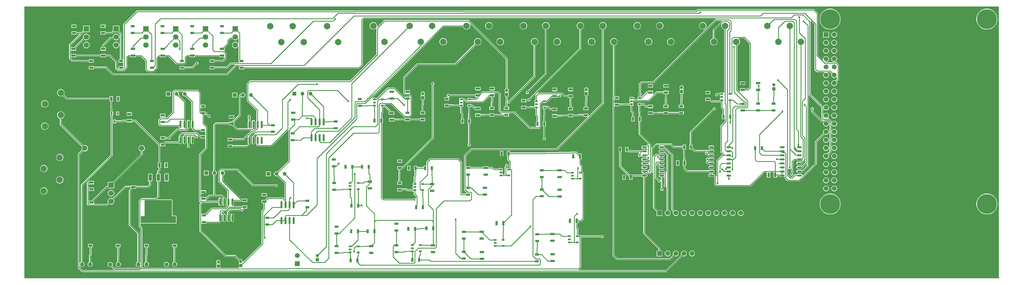
<source format=gbr>
G04 EAGLE Gerber RS-274X export*
G75*
%MOMM*%
%FSLAX34Y34*%
%LPD*%
%INTop Copper*%
%IPPOS*%
%AMOC8*
5,1,8,0,0,1.08239X$1,22.5*%
G01*
%ADD10C,6.200000*%
%ADD11C,0.600000*%
%ADD12C,1.500000*%
%ADD13R,1.500000X1.500000*%
%ADD14R,1.200000X1.200000*%
%ADD15C,1.200000*%
%ADD16R,1.250000X0.700000*%
%ADD17C,2.000000*%
%ADD18R,1.700000X1.700000*%
%ADD19C,1.700000*%
%ADD20R,0.600000X0.900000*%
%ADD21R,1.066800X2.159000*%
%ADD22R,0.700000X1.250000*%
%ADD23R,0.812800X0.812800*%
%ADD24R,1.000000X1.000000*%
%ADD25C,1.000000*%
%ADD26R,0.900000X0.600000*%
%ADD27C,1.650000*%
%ADD28R,1.350000X0.750000*%
%ADD29R,0.750000X1.350000*%
%ADD30C,0.600000*%
%ADD31C,0.254000*%

G36*
X3051839Y-1381D02*
X3051839Y-1381D01*
X3051868Y-1383D01*
X3051979Y-1361D01*
X3052092Y-1345D01*
X3052118Y-1333D01*
X3052147Y-1328D01*
X3052248Y-1275D01*
X3052351Y-1229D01*
X3052373Y-1210D01*
X3052399Y-1197D01*
X3052482Y-1118D01*
X3052568Y-1045D01*
X3052584Y-1021D01*
X3052606Y-1001D01*
X3052663Y-903D01*
X3052726Y-809D01*
X3052734Y-781D01*
X3052749Y-755D01*
X3052777Y-646D01*
X3052811Y-538D01*
X3052812Y-508D01*
X3052819Y-480D01*
X3052816Y-367D01*
X3052819Y-253D01*
X3052811Y-225D01*
X3052810Y-196D01*
X3052775Y-88D01*
X3052747Y22D01*
X3052732Y47D01*
X3052723Y75D01*
X3052677Y139D01*
X3052602Y266D01*
X3052556Y309D01*
X3052528Y348D01*
X3050285Y2591D01*
X3050285Y849630D01*
X3050277Y849688D01*
X3050279Y849746D01*
X3050257Y849828D01*
X3050246Y849912D01*
X3050222Y849965D01*
X3050207Y850021D01*
X3050164Y850094D01*
X3050129Y850171D01*
X3050091Y850216D01*
X3050062Y850266D01*
X3050000Y850324D01*
X3049946Y850388D01*
X3049897Y850420D01*
X3049854Y850460D01*
X3049779Y850499D01*
X3049709Y850546D01*
X3049653Y850563D01*
X3049601Y850590D01*
X3049533Y850601D01*
X3049438Y850631D01*
X3049338Y850634D01*
X3049270Y850645D01*
X3810Y850645D01*
X3752Y850637D01*
X3694Y850639D01*
X3612Y850617D01*
X3529Y850605D01*
X3475Y850582D01*
X3419Y850567D01*
X3346Y850524D01*
X3269Y850489D01*
X3224Y850451D01*
X3174Y850422D01*
X3116Y850360D01*
X3052Y850306D01*
X3020Y850257D01*
X2980Y850214D01*
X2941Y850139D01*
X2895Y850069D01*
X2877Y850013D01*
X2850Y849961D01*
X2839Y849893D01*
X2809Y849798D01*
X2806Y849698D01*
X2795Y849630D01*
X2795Y-370D01*
X2803Y-428D01*
X2801Y-486D01*
X2823Y-568D01*
X2835Y-651D01*
X2859Y-705D01*
X2873Y-761D01*
X2916Y-834D01*
X2951Y-911D01*
X2989Y-955D01*
X3019Y-1006D01*
X3080Y-1063D01*
X3135Y-1128D01*
X3183Y-1160D01*
X3226Y-1200D01*
X3301Y-1239D01*
X3371Y-1285D01*
X3427Y-1303D01*
X3479Y-1330D01*
X3547Y-1341D01*
X3642Y-1371D01*
X3742Y-1374D01*
X3810Y-1385D01*
X3051810Y-1385D01*
X3051839Y-1381D01*
G37*
%LPC*%
G36*
X182738Y18287D02*
X182738Y18287D01*
X170179Y30846D01*
X170179Y388762D01*
X172114Y390696D01*
X182651Y401234D01*
X182652Y401235D01*
X182654Y401236D01*
X182741Y401353D01*
X182822Y401461D01*
X182823Y401462D01*
X182824Y401464D01*
X182873Y401594D01*
X182924Y401727D01*
X182924Y401728D01*
X182924Y401730D01*
X182936Y401874D01*
X182947Y402010D01*
X182947Y402011D01*
X182947Y402013D01*
X182943Y402029D01*
X182891Y402289D01*
X182877Y402316D01*
X182872Y402340D01*
X181995Y404456D01*
X181995Y408344D01*
X182872Y410460D01*
X182872Y410461D01*
X182873Y410463D01*
X182905Y410590D01*
X182942Y410735D01*
X182942Y410737D01*
X182943Y410738D01*
X182939Y410870D01*
X182934Y411019D01*
X182934Y411021D01*
X182934Y411022D01*
X182891Y411153D01*
X182848Y411290D01*
X182847Y411291D01*
X182846Y411293D01*
X182837Y411305D01*
X182689Y411526D01*
X182666Y411546D01*
X182651Y411566D01*
X114045Y480172D01*
X114045Y498545D01*
X114045Y498547D01*
X114045Y498548D01*
X114025Y498688D01*
X114005Y498826D01*
X114005Y498828D01*
X114005Y498829D01*
X113949Y498951D01*
X113889Y499086D01*
X113888Y499087D01*
X113887Y499089D01*
X113796Y499196D01*
X113706Y499303D01*
X113704Y499304D01*
X113703Y499305D01*
X113690Y499313D01*
X113469Y499460D01*
X113440Y499470D01*
X113419Y499483D01*
X110312Y500770D01*
X107070Y504012D01*
X105315Y508248D01*
X105315Y512832D01*
X107070Y517068D01*
X110312Y520310D01*
X114548Y522065D01*
X119132Y522065D01*
X123368Y520310D01*
X126610Y517068D01*
X128365Y512832D01*
X128365Y508248D01*
X126610Y504012D01*
X123368Y500770D01*
X120261Y499483D01*
X120260Y499482D01*
X120259Y499482D01*
X120138Y499410D01*
X120017Y499338D01*
X120016Y499337D01*
X120014Y499336D01*
X119917Y499232D01*
X119821Y499132D01*
X119821Y499130D01*
X119820Y499129D01*
X119755Y499004D01*
X119691Y498879D01*
X119691Y498877D01*
X119690Y498876D01*
X119688Y498861D01*
X119636Y498600D01*
X119639Y498570D01*
X119635Y498545D01*
X119635Y482908D01*
X119647Y482822D01*
X119650Y482734D01*
X119667Y482681D01*
X119675Y482627D01*
X119710Y482547D01*
X119737Y482464D01*
X119765Y482424D01*
X119791Y482367D01*
X119854Y482292D01*
X119877Y482253D01*
X119907Y482226D01*
X119932Y482190D01*
X186604Y415519D01*
X186605Y415518D01*
X186606Y415516D01*
X186724Y415428D01*
X186831Y415348D01*
X186832Y415347D01*
X186834Y415346D01*
X186967Y415296D01*
X187097Y415246D01*
X187098Y415246D01*
X187100Y415246D01*
X187244Y415234D01*
X187380Y415223D01*
X187381Y415223D01*
X187383Y415223D01*
X187399Y415227D01*
X187659Y415279D01*
X187686Y415293D01*
X187710Y415298D01*
X189826Y416175D01*
X193714Y416175D01*
X197307Y414687D01*
X200057Y411937D01*
X201545Y408344D01*
X201545Y404456D01*
X200057Y400863D01*
X197307Y398113D01*
X193714Y396625D01*
X189826Y396625D01*
X187710Y397502D01*
X187709Y397502D01*
X187707Y397503D01*
X187574Y397537D01*
X187435Y397572D01*
X187433Y397572D01*
X187432Y397573D01*
X187291Y397568D01*
X187151Y397564D01*
X187149Y397564D01*
X187148Y397564D01*
X187013Y397520D01*
X186880Y397478D01*
X186879Y397477D01*
X186877Y397476D01*
X186865Y397467D01*
X186644Y397319D01*
X186624Y397296D01*
X186604Y397281D01*
X176066Y386744D01*
X176014Y386674D01*
X175954Y386610D01*
X175928Y386561D01*
X175895Y386517D01*
X175864Y386435D01*
X175824Y386357D01*
X175816Y386309D01*
X175794Y386251D01*
X175782Y386103D01*
X175769Y386026D01*
X175769Y48260D01*
X175773Y48231D01*
X175770Y48201D01*
X175793Y48090D01*
X175809Y47978D01*
X175821Y47951D01*
X175826Y47923D01*
X175879Y47822D01*
X175925Y47719D01*
X175944Y47696D01*
X175957Y47670D01*
X176035Y47588D01*
X176108Y47502D01*
X176133Y47485D01*
X176153Y47464D01*
X176251Y47407D01*
X176345Y47344D01*
X176373Y47335D01*
X176398Y47320D01*
X176508Y47293D01*
X176616Y47258D01*
X176646Y47258D01*
X176674Y47250D01*
X176787Y47254D01*
X176900Y47251D01*
X176929Y47258D01*
X176958Y47259D01*
X177066Y47294D01*
X177175Y47323D01*
X177201Y47338D01*
X177229Y47347D01*
X177293Y47393D01*
X177420Y47468D01*
X177463Y47514D01*
X177502Y47542D01*
X178107Y48147D01*
X179335Y49375D01*
X179352Y49377D01*
X179405Y49401D01*
X179461Y49416D01*
X179534Y49459D01*
X179611Y49493D01*
X179656Y49531D01*
X179706Y49561D01*
X179764Y49622D01*
X179828Y49677D01*
X179860Y49726D01*
X179900Y49768D01*
X179939Y49843D01*
X179986Y49914D01*
X180003Y49969D01*
X180030Y50021D01*
X180041Y50089D01*
X180071Y50185D01*
X180074Y50284D01*
X180085Y50352D01*
X180085Y291988D01*
X272498Y384400D01*
X272550Y384470D01*
X272610Y384534D01*
X272636Y384583D01*
X272669Y384627D01*
X272700Y384709D01*
X272740Y384787D01*
X272748Y384835D01*
X272770Y384893D01*
X272782Y385041D01*
X272795Y385118D01*
X272795Y508580D01*
X272787Y508638D01*
X272789Y508696D01*
X272767Y508778D01*
X272755Y508862D01*
X272732Y508915D01*
X272717Y508971D01*
X272674Y509044D01*
X272639Y509121D01*
X272601Y509166D01*
X272572Y509216D01*
X272510Y509274D01*
X272456Y509338D01*
X272407Y509370D01*
X272364Y509410D01*
X272289Y509449D01*
X272219Y509496D01*
X272163Y509513D01*
X272111Y509540D01*
X272043Y509551D01*
X271984Y509570D01*
X271065Y510488D01*
X271065Y520752D01*
X272202Y521888D01*
X272267Y521975D01*
X272338Y522057D01*
X272352Y522088D01*
X272373Y522115D01*
X272411Y522217D01*
X272457Y522315D01*
X272460Y522346D01*
X272474Y522381D01*
X272492Y522598D01*
X272498Y522648D01*
X271860Y537879D01*
X271848Y537944D01*
X271845Y538011D01*
X271822Y538084D01*
X271808Y538159D01*
X271795Y538185D01*
X271795Y539401D01*
X271792Y539424D01*
X271794Y539443D01*
X271743Y540657D01*
X271750Y540698D01*
X271778Y540782D01*
X271783Y540893D01*
X271795Y540966D01*
X271795Y552250D01*
X271787Y552308D01*
X271788Y552367D01*
X271767Y552448D01*
X271755Y552532D01*
X271731Y552585D01*
X271716Y552642D01*
X271673Y552714D01*
X271639Y552791D01*
X271601Y552836D01*
X271571Y552886D01*
X271510Y552944D01*
X271455Y553008D01*
X271407Y553041D01*
X271364Y553081D01*
X271289Y553119D01*
X271219Y553166D01*
X271163Y553183D01*
X271111Y553210D01*
X271043Y553221D01*
X270948Y553251D01*
X270848Y553254D01*
X270780Y553265D01*
X270208Y553265D01*
X269315Y554159D01*
X269315Y557730D01*
X269307Y557788D01*
X269308Y557847D01*
X269287Y557928D01*
X269275Y558012D01*
X269251Y558065D01*
X269237Y558122D01*
X269194Y558194D01*
X269159Y558271D01*
X269121Y558316D01*
X269091Y558366D01*
X269030Y558424D01*
X268975Y558488D01*
X268927Y558521D01*
X268884Y558561D01*
X268809Y558599D01*
X268739Y558646D01*
X268683Y558663D01*
X268631Y558690D01*
X268563Y558701D01*
X268468Y558731D01*
X268368Y558734D01*
X268300Y558745D01*
X134682Y558745D01*
X132748Y560680D01*
X123346Y570082D01*
X123344Y570083D01*
X123343Y570084D01*
X123233Y570167D01*
X123118Y570253D01*
X123117Y570253D01*
X123116Y570254D01*
X122984Y570304D01*
X122853Y570354D01*
X122851Y570354D01*
X122850Y570355D01*
X122705Y570366D01*
X122569Y570378D01*
X122568Y570377D01*
X122566Y570377D01*
X122551Y570374D01*
X122291Y570322D01*
X122264Y570308D01*
X122239Y570302D01*
X119132Y569015D01*
X114548Y569015D01*
X110312Y570770D01*
X107070Y574012D01*
X105315Y578248D01*
X105315Y582832D01*
X107070Y587068D01*
X110312Y590310D01*
X114548Y592065D01*
X119132Y592065D01*
X123368Y590310D01*
X126610Y587068D01*
X128365Y582832D01*
X128365Y578248D01*
X127078Y575141D01*
X127077Y575139D01*
X127077Y575138D01*
X127042Y575000D01*
X127007Y574865D01*
X127007Y574864D01*
X127007Y574862D01*
X127011Y574715D01*
X127015Y574581D01*
X127016Y574580D01*
X127016Y574578D01*
X127060Y574441D01*
X127102Y574310D01*
X127103Y574309D01*
X127103Y574308D01*
X127112Y574295D01*
X127260Y574074D01*
X127283Y574055D01*
X127298Y574034D01*
X136700Y564632D01*
X136770Y564580D01*
X136834Y564520D01*
X136883Y564495D01*
X136927Y564461D01*
X137009Y564430D01*
X137087Y564390D01*
X137134Y564382D01*
X137193Y564360D01*
X137340Y564348D01*
X137418Y564335D01*
X268300Y564335D01*
X268358Y564343D01*
X268416Y564342D01*
X268498Y564363D01*
X268581Y564375D01*
X268635Y564399D01*
X268691Y564413D01*
X268764Y564456D01*
X268841Y564491D01*
X268885Y564529D01*
X268936Y564559D01*
X268993Y564620D01*
X269058Y564675D01*
X269090Y564723D01*
X269130Y564766D01*
X269169Y564841D01*
X269215Y564911D01*
X269233Y564967D01*
X269260Y565019D01*
X269271Y565087D01*
X269301Y565182D01*
X269304Y565282D01*
X269315Y565350D01*
X269315Y568922D01*
X270208Y569815D01*
X278971Y569815D01*
X279865Y568922D01*
X279865Y554159D01*
X278971Y553265D01*
X278400Y553265D01*
X278342Y553257D01*
X278283Y553259D01*
X278202Y553237D01*
X278118Y553226D01*
X278065Y553202D01*
X278008Y553187D01*
X277936Y553144D01*
X277859Y553109D01*
X277814Y553072D01*
X277764Y553042D01*
X277706Y552980D01*
X277642Y552926D01*
X277609Y552877D01*
X277569Y552834D01*
X277531Y552759D01*
X277484Y552689D01*
X277467Y552633D01*
X277440Y552581D01*
X277429Y552513D01*
X277398Y552418D01*
X277396Y552318D01*
X277384Y552250D01*
X277384Y539560D01*
X277388Y539537D01*
X277385Y539518D01*
X278094Y522617D01*
X278101Y522581D01*
X278100Y522544D01*
X278126Y522442D01*
X278145Y522338D01*
X278162Y522304D01*
X278171Y522269D01*
X278225Y522178D01*
X278272Y522084D01*
X278298Y522056D01*
X278317Y522024D01*
X278394Y521952D01*
X278465Y521874D01*
X278497Y521855D01*
X278524Y521830D01*
X278618Y521782D01*
X278708Y521727D01*
X278744Y521717D01*
X278777Y521700D01*
X278854Y521687D01*
X278982Y521653D01*
X279055Y521654D01*
X279108Y521645D01*
X279222Y521645D01*
X280115Y520752D01*
X280115Y510488D01*
X279192Y509566D01*
X279118Y509555D01*
X279065Y509532D01*
X279009Y509517D01*
X278936Y509474D01*
X278859Y509439D01*
X278814Y509401D01*
X278764Y509372D01*
X278706Y509310D01*
X278642Y509256D01*
X278610Y509207D01*
X278570Y509164D01*
X278531Y509089D01*
X278484Y509019D01*
X278467Y508963D01*
X278440Y508911D01*
X278429Y508843D01*
X278399Y508748D01*
X278396Y508648D01*
X278385Y508580D01*
X278385Y382382D01*
X185972Y289970D01*
X185920Y289900D01*
X185860Y289836D01*
X185834Y289787D01*
X185801Y289743D01*
X185770Y289661D01*
X185730Y289583D01*
X185722Y289535D01*
X185700Y289477D01*
X185688Y289329D01*
X185675Y289252D01*
X185675Y50352D01*
X185682Y50301D01*
X185681Y50276D01*
X185682Y50273D01*
X185681Y50236D01*
X185703Y50154D01*
X185715Y50071D01*
X185738Y50018D01*
X185753Y49961D01*
X185796Y49889D01*
X185831Y49811D01*
X185869Y49767D01*
X185898Y49717D01*
X185960Y49659D01*
X186014Y49594D01*
X186063Y49562D01*
X186106Y49522D01*
X186181Y49484D01*
X186251Y49437D01*
X186307Y49419D01*
X186359Y49393D01*
X186417Y49383D01*
X187653Y48147D01*
X189117Y46683D01*
X190307Y45493D01*
X190307Y38327D01*
X186463Y34483D01*
X179297Y34483D01*
X178107Y35673D01*
X177502Y36278D01*
X177478Y36296D01*
X177459Y36318D01*
X177365Y36381D01*
X177275Y36449D01*
X177247Y36460D01*
X177223Y36476D01*
X177115Y36510D01*
X177009Y36550D01*
X176980Y36553D01*
X176952Y36562D01*
X176838Y36565D01*
X176726Y36574D01*
X176697Y36568D01*
X176668Y36569D01*
X176558Y36540D01*
X176447Y36518D01*
X176421Y36504D01*
X176393Y36497D01*
X176295Y36439D01*
X176195Y36387D01*
X176173Y36367D01*
X176148Y36352D01*
X176071Y36269D01*
X175989Y36191D01*
X175974Y36166D01*
X175954Y36145D01*
X175902Y36044D01*
X175845Y35946D01*
X175838Y35918D01*
X175824Y35891D01*
X175811Y35814D01*
X175775Y35670D01*
X175777Y35608D01*
X175769Y35560D01*
X175769Y33582D01*
X175781Y33496D01*
X175784Y33408D01*
X175801Y33355D01*
X175809Y33301D01*
X175844Y33221D01*
X175871Y33138D01*
X175899Y33098D01*
X175925Y33041D01*
X176021Y32928D01*
X176066Y32864D01*
X184756Y24174D01*
X184826Y24122D01*
X184890Y24062D01*
X184939Y24036D01*
X184983Y24003D01*
X185065Y23972D01*
X185143Y23932D01*
X185191Y23924D01*
X185249Y23902D01*
X185397Y23890D01*
X185474Y23877D01*
X282563Y23877D01*
X282592Y23881D01*
X282621Y23878D01*
X282732Y23901D01*
X282845Y23917D01*
X282871Y23929D01*
X282900Y23934D01*
X283001Y23987D01*
X283104Y24033D01*
X283126Y24052D01*
X283152Y24065D01*
X283235Y24143D01*
X283321Y24216D01*
X283337Y24241D01*
X283359Y24261D01*
X283416Y24359D01*
X283479Y24453D01*
X283487Y24481D01*
X283502Y24506D01*
X283530Y24616D01*
X283564Y24724D01*
X283565Y24753D01*
X283572Y24782D01*
X283569Y24895D01*
X283572Y25008D01*
X283564Y25037D01*
X283563Y25066D01*
X283528Y25174D01*
X283500Y25283D01*
X283485Y25309D01*
X283476Y25337D01*
X283430Y25401D01*
X283355Y25528D01*
X283309Y25571D01*
X283281Y25610D01*
X283081Y25810D01*
X274705Y34185D01*
X274636Y34238D01*
X274572Y34298D01*
X274522Y34323D01*
X274478Y34356D01*
X274396Y34388D01*
X274319Y34427D01*
X274271Y34435D01*
X274212Y34458D01*
X274065Y34470D01*
X273987Y34483D01*
X267350Y34483D01*
X266160Y35673D01*
X264301Y37533D01*
X264300Y37533D01*
X263506Y38327D01*
X263506Y45493D01*
X264696Y46683D01*
X264697Y46683D01*
X266160Y48147D01*
X267350Y49337D01*
X274516Y49337D01*
X275153Y48700D01*
X275706Y48147D01*
X277170Y46683D01*
X278360Y45493D01*
X278360Y38856D01*
X278373Y38769D01*
X278375Y38682D01*
X278392Y38629D01*
X278400Y38574D01*
X278436Y38494D01*
X278463Y38411D01*
X278491Y38372D01*
X278516Y38315D01*
X278612Y38202D01*
X278658Y38138D01*
X285763Y31032D01*
X285833Y30980D01*
X285897Y30920D01*
X285947Y30894D01*
X285991Y30861D01*
X286072Y30830D01*
X286150Y30790D01*
X286198Y30782D01*
X286256Y30760D01*
X286404Y30748D01*
X286481Y30735D01*
X362912Y30735D01*
X362998Y30747D01*
X363086Y30750D01*
X363139Y30767D01*
X363193Y30775D01*
X363273Y30810D01*
X363356Y30837D01*
X363396Y30865D01*
X363453Y30891D01*
X363566Y30987D01*
X363630Y31032D01*
X365716Y33118D01*
X365768Y33188D01*
X365828Y33252D01*
X365854Y33301D01*
X365887Y33345D01*
X365918Y33427D01*
X365958Y33505D01*
X365966Y33553D01*
X365988Y33611D01*
X366000Y33759D01*
X366013Y33836D01*
X366013Y35475D01*
X366009Y35505D01*
X366012Y35534D01*
X365989Y35645D01*
X365973Y35757D01*
X365961Y35784D01*
X365956Y35813D01*
X365903Y35913D01*
X365857Y36016D01*
X365838Y36039D01*
X365825Y36065D01*
X365747Y36147D01*
X365674Y36233D01*
X365649Y36250D01*
X365629Y36271D01*
X365531Y36328D01*
X365437Y36391D01*
X365409Y36400D01*
X365384Y36415D01*
X365274Y36443D01*
X365166Y36477D01*
X365136Y36478D01*
X365108Y36485D01*
X364995Y36481D01*
X364882Y36484D01*
X364853Y36477D01*
X364824Y36476D01*
X364716Y36441D01*
X364607Y36412D01*
X364581Y36397D01*
X364553Y36388D01*
X364489Y36343D01*
X364362Y36267D01*
X364319Y36221D01*
X364280Y36193D01*
X363760Y35673D01*
X362570Y34483D01*
X355404Y34483D01*
X354214Y35673D01*
X352750Y37137D01*
X351560Y38327D01*
X351560Y45493D01*
X352750Y46683D01*
X354214Y48147D01*
X355442Y49375D01*
X355458Y49377D01*
X355512Y49401D01*
X355568Y49416D01*
X355641Y49459D01*
X355718Y49493D01*
X355762Y49531D01*
X355813Y49561D01*
X355870Y49622D01*
X355935Y49677D01*
X355967Y49726D01*
X356007Y49768D01*
X356046Y49843D01*
X356092Y49914D01*
X356110Y49969D01*
X356137Y50021D01*
X356148Y50089D01*
X356178Y50185D01*
X356181Y50284D01*
X356192Y50352D01*
X356192Y138037D01*
X356180Y138124D01*
X356177Y138211D01*
X356160Y138264D01*
X356152Y138319D01*
X356116Y138398D01*
X356090Y138482D01*
X356062Y138521D01*
X356036Y138578D01*
X355940Y138691D01*
X355895Y138755D01*
X329945Y164704D01*
X329945Y274548D01*
X335598Y280200D01*
X335650Y280270D01*
X335710Y280334D01*
X335736Y280383D01*
X335769Y280427D01*
X335800Y280509D01*
X335840Y280587D01*
X335848Y280635D01*
X335870Y280693D01*
X335882Y280841D01*
X335895Y280918D01*
X335895Y281010D01*
X335887Y281068D01*
X335889Y281126D01*
X335867Y281208D01*
X335855Y281291D01*
X335832Y281345D01*
X335817Y281401D01*
X335774Y281474D01*
X335739Y281551D01*
X335701Y281595D01*
X335672Y281646D01*
X335610Y281703D01*
X335556Y281768D01*
X335507Y281800D01*
X335464Y281840D01*
X335389Y281879D01*
X335319Y281925D01*
X335263Y281943D01*
X335211Y281970D01*
X335143Y281981D01*
X335048Y282011D01*
X334948Y282014D01*
X334880Y282025D01*
X320228Y282025D01*
X320142Y282013D01*
X320054Y282010D01*
X320002Y281993D01*
X319947Y281985D01*
X319867Y281950D01*
X319784Y281923D01*
X319744Y281895D01*
X319687Y281869D01*
X319574Y281773D01*
X319510Y281728D01*
X283170Y245388D01*
X283169Y245386D01*
X283168Y245385D01*
X283082Y245270D01*
X282999Y245160D01*
X282999Y245159D01*
X282998Y245158D01*
X282947Y245024D01*
X282898Y244895D01*
X282898Y244893D01*
X282897Y244892D01*
X282886Y244744D01*
X282875Y244611D01*
X282875Y244610D01*
X282875Y244608D01*
X282878Y244593D01*
X282930Y244333D01*
X282945Y244305D01*
X282950Y244281D01*
X283885Y242024D01*
X283885Y238036D01*
X282359Y234351D01*
X279539Y231531D01*
X275854Y230005D01*
X271866Y230005D01*
X269609Y230940D01*
X269608Y230941D01*
X269606Y230941D01*
X269473Y230975D01*
X269334Y231011D01*
X269332Y231011D01*
X269331Y231011D01*
X269190Y231007D01*
X269050Y231003D01*
X269048Y231003D01*
X269047Y231002D01*
X268912Y230959D01*
X268779Y230916D01*
X268778Y230915D01*
X268776Y230915D01*
X268764Y230906D01*
X268543Y230758D01*
X268523Y230735D01*
X268503Y230720D01*
X263842Y226059D01*
X202042Y226059D01*
X198627Y229474D01*
X198627Y298338D01*
X201874Y301585D01*
X202800Y301585D01*
X202858Y301593D01*
X202916Y301591D01*
X202998Y301613D01*
X203082Y301624D01*
X203135Y301648D01*
X203191Y301663D01*
X203264Y301706D01*
X203341Y301741D01*
X203386Y301779D01*
X203436Y301808D01*
X203494Y301870D01*
X203558Y301924D01*
X203590Y301973D01*
X203630Y302016D01*
X203669Y302091D01*
X203716Y302161D01*
X203733Y302217D01*
X203760Y302269D01*
X203771Y302337D01*
X203801Y302432D01*
X203804Y302532D01*
X203815Y302600D01*
X203815Y303172D01*
X204708Y304065D01*
X219472Y304065D01*
X220365Y303172D01*
X220365Y294408D01*
X219472Y293515D01*
X205232Y293515D01*
X205174Y293507D01*
X205116Y293508D01*
X205034Y293487D01*
X204950Y293475D01*
X204897Y293451D01*
X204841Y293437D01*
X204768Y293394D01*
X204691Y293359D01*
X204646Y293321D01*
X204596Y293291D01*
X204538Y293230D01*
X204474Y293175D01*
X204442Y293127D01*
X204402Y293084D01*
X204363Y293009D01*
X204316Y292939D01*
X204299Y292883D01*
X204272Y292831D01*
X204261Y292763D01*
X204231Y292668D01*
X204228Y292568D01*
X204217Y292500D01*
X204217Y284080D01*
X204225Y284022D01*
X204223Y283964D01*
X204245Y283882D01*
X204257Y283799D01*
X204280Y283745D01*
X204295Y283689D01*
X204338Y283616D01*
X204373Y283539D01*
X204411Y283495D01*
X204440Y283444D01*
X204502Y283387D01*
X204556Y283322D01*
X204605Y283290D01*
X204648Y283250D01*
X204723Y283211D01*
X204793Y283165D01*
X204849Y283147D01*
X204901Y283120D01*
X204969Y283109D01*
X205064Y283079D01*
X205164Y283076D01*
X205232Y283065D01*
X219472Y283065D01*
X220365Y282172D01*
X220365Y273408D01*
X219472Y272515D01*
X205232Y272515D01*
X205174Y272507D01*
X205116Y272509D01*
X205034Y272487D01*
X204950Y272476D01*
X204897Y272452D01*
X204841Y272437D01*
X204768Y272394D01*
X204691Y272359D01*
X204646Y272321D01*
X204596Y272292D01*
X204538Y272230D01*
X204474Y272176D01*
X204442Y272127D01*
X204402Y272084D01*
X204363Y272009D01*
X204316Y271939D01*
X204299Y271883D01*
X204272Y271831D01*
X204261Y271763D01*
X204231Y271668D01*
X204228Y271568D01*
X204217Y271500D01*
X204217Y242850D01*
X204225Y242792D01*
X204223Y242734D01*
X204245Y242652D01*
X204257Y242568D01*
X204280Y242515D01*
X204295Y242458D01*
X204338Y242386D01*
X204373Y242309D01*
X204411Y242264D01*
X204440Y242214D01*
X204502Y242156D01*
X204556Y242092D01*
X204605Y242060D01*
X204648Y242020D01*
X204723Y241981D01*
X204793Y241934D01*
X204849Y241917D01*
X204901Y241890D01*
X204969Y241879D01*
X205064Y241849D01*
X205164Y241846D01*
X205232Y241835D01*
X212992Y241835D01*
X213078Y241847D01*
X213166Y241850D01*
X213219Y241867D01*
X213273Y241874D01*
X213353Y241910D01*
X213436Y241937D01*
X213476Y241965D01*
X213533Y241991D01*
X213646Y242087D01*
X213710Y242132D01*
X259106Y287529D01*
X262820Y287529D01*
X262878Y287537D01*
X262937Y287535D01*
X263018Y287557D01*
X263102Y287569D01*
X263155Y287592D01*
X263212Y287607D01*
X263284Y287650D01*
X263361Y287685D01*
X263406Y287723D01*
X263456Y287752D01*
X263514Y287814D01*
X263578Y287868D01*
X263611Y287917D01*
X263651Y287960D01*
X263689Y288035D01*
X263736Y288105D01*
X263753Y288161D01*
X263780Y288213D01*
X263791Y288281D01*
X263822Y288376D01*
X263824Y288476D01*
X263836Y288544D01*
X263836Y299962D01*
X264729Y300855D01*
X279512Y300855D01*
X279599Y300867D01*
X279686Y300870D01*
X279739Y300887D01*
X279794Y300895D01*
X279873Y300930D01*
X279957Y300957D01*
X279996Y300985D01*
X280053Y301011D01*
X280166Y301107D01*
X280230Y301152D01*
X366478Y387400D01*
X366530Y387470D01*
X366590Y387534D01*
X366616Y387583D01*
X366649Y387627D01*
X366680Y387709D01*
X366720Y387787D01*
X366728Y387834D01*
X366750Y387893D01*
X366762Y388041D01*
X366775Y388118D01*
X366775Y396299D01*
X366775Y396301D01*
X366775Y396302D01*
X366756Y396436D01*
X366735Y396581D01*
X366735Y396582D01*
X366735Y396584D01*
X366678Y396709D01*
X366619Y396840D01*
X366618Y396841D01*
X366617Y396843D01*
X366526Y396950D01*
X366436Y397057D01*
X366434Y397058D01*
X366433Y397059D01*
X366420Y397067D01*
X366199Y397215D01*
X366170Y397224D01*
X366149Y397237D01*
X364033Y398113D01*
X361283Y400863D01*
X359795Y404456D01*
X359795Y408344D01*
X361283Y411937D01*
X364033Y414687D01*
X367626Y416175D01*
X371514Y416175D01*
X375107Y414687D01*
X377857Y411937D01*
X379345Y408344D01*
X379345Y404456D01*
X377857Y400863D01*
X375107Y398113D01*
X372991Y397237D01*
X372990Y397236D01*
X372989Y397236D01*
X372868Y397164D01*
X372747Y397093D01*
X372746Y397091D01*
X372744Y397091D01*
X372647Y396987D01*
X372551Y396886D01*
X372551Y396885D01*
X372550Y396883D01*
X372485Y396758D01*
X372421Y396633D01*
X372421Y396632D01*
X372420Y396630D01*
X372418Y396615D01*
X372366Y396354D01*
X372369Y396324D01*
X372365Y396299D01*
X372365Y385382D01*
X284182Y297200D01*
X284130Y297130D01*
X284070Y297066D01*
X284045Y297017D01*
X284012Y296973D01*
X283980Y296891D01*
X283941Y296813D01*
X283933Y296765D01*
X283910Y296707D01*
X283898Y296559D01*
X283885Y296482D01*
X283885Y281698D01*
X282992Y280805D01*
X264729Y280805D01*
X263892Y281642D01*
X263822Y281694D01*
X263758Y281754D01*
X263709Y281780D01*
X263665Y281813D01*
X263583Y281844D01*
X263505Y281884D01*
X263458Y281892D01*
X263399Y281914D01*
X263252Y281926D01*
X263174Y281939D01*
X261842Y281939D01*
X261756Y281927D01*
X261668Y281924D01*
X261616Y281907D01*
X261561Y281899D01*
X261481Y281864D01*
X261398Y281837D01*
X261358Y281809D01*
X261301Y281783D01*
X261188Y281687D01*
X261124Y281642D01*
X220662Y241180D01*
X220610Y241110D01*
X220550Y241046D01*
X220524Y240997D01*
X220491Y240952D01*
X220460Y240871D01*
X220420Y240793D01*
X220412Y240745D01*
X220390Y240687D01*
X220378Y240539D01*
X220365Y240462D01*
X220365Y232664D01*
X220373Y232606D01*
X220371Y232548D01*
X220393Y232466D01*
X220405Y232382D01*
X220428Y232329D01*
X220443Y232273D01*
X220486Y232200D01*
X220521Y232123D01*
X220559Y232078D01*
X220588Y232028D01*
X220650Y231970D01*
X220704Y231906D01*
X220753Y231874D01*
X220796Y231834D01*
X220871Y231795D01*
X220941Y231748D01*
X220997Y231731D01*
X221049Y231704D01*
X221117Y231693D01*
X221212Y231663D01*
X221312Y231660D01*
X221380Y231649D01*
X261106Y231649D01*
X261193Y231661D01*
X261280Y231664D01*
X261333Y231681D01*
X261388Y231689D01*
X261467Y231724D01*
X261551Y231751D01*
X261590Y231779D01*
X261647Y231805D01*
X261760Y231901D01*
X261824Y231946D01*
X264550Y234672D01*
X264551Y234674D01*
X264553Y234675D01*
X264636Y234786D01*
X264721Y234900D01*
X264722Y234901D01*
X264723Y234902D01*
X264770Y235027D01*
X264823Y235165D01*
X264823Y235167D01*
X264823Y235168D01*
X264834Y235307D01*
X264846Y235449D01*
X264846Y235450D01*
X264846Y235452D01*
X264843Y235467D01*
X264790Y235727D01*
X264776Y235755D01*
X264771Y235779D01*
X263836Y238036D01*
X263836Y242024D01*
X265362Y245709D01*
X268182Y248529D01*
X271866Y250055D01*
X275854Y250055D01*
X278111Y249120D01*
X278113Y249119D01*
X278114Y249119D01*
X278247Y249085D01*
X278387Y249049D01*
X278388Y249049D01*
X278390Y249049D01*
X278531Y249053D01*
X278671Y249057D01*
X278672Y249057D01*
X278674Y249058D01*
X278808Y249101D01*
X278942Y249144D01*
X278943Y249145D01*
X278944Y249145D01*
X278957Y249154D01*
X279178Y249302D01*
X279197Y249325D01*
X279218Y249340D01*
X315558Y285680D01*
X317492Y287615D01*
X334880Y287615D01*
X334938Y287623D01*
X334996Y287621D01*
X335078Y287643D01*
X335162Y287654D01*
X335215Y287678D01*
X335271Y287693D01*
X335344Y287736D01*
X335421Y287771D01*
X335466Y287809D01*
X335516Y287838D01*
X335574Y287900D01*
X335638Y287954D01*
X335670Y288003D01*
X335710Y288046D01*
X335749Y288121D01*
X335796Y288191D01*
X335813Y288247D01*
X335840Y288299D01*
X335851Y288367D01*
X335881Y288462D01*
X335884Y288562D01*
X335895Y288630D01*
X335895Y289202D01*
X336788Y290095D01*
X351552Y290095D01*
X352445Y289202D01*
X352445Y288630D01*
X352453Y288572D01*
X352451Y288514D01*
X352473Y288432D01*
X352485Y288348D01*
X352508Y288295D01*
X352523Y288238D01*
X352566Y288166D01*
X352601Y288089D01*
X352639Y288044D01*
X352668Y287994D01*
X352730Y287936D01*
X352784Y287872D01*
X352833Y287840D01*
X352876Y287800D01*
X352951Y287761D01*
X353021Y287714D01*
X353077Y287697D01*
X353129Y287670D01*
X353197Y287659D01*
X353292Y287629D01*
X353392Y287626D01*
X353460Y287615D01*
X387382Y287615D01*
X387468Y287627D01*
X387556Y287630D01*
X387608Y287647D01*
X387663Y287654D01*
X387743Y287690D01*
X387826Y287717D01*
X387866Y287745D01*
X387923Y287771D01*
X388036Y287867D01*
X388100Y287912D01*
X393148Y292960D01*
X393200Y293030D01*
X393260Y293094D01*
X393286Y293143D01*
X393319Y293187D01*
X393350Y293269D01*
X393390Y293347D01*
X393398Y293395D01*
X393420Y293453D01*
X393432Y293601D01*
X393445Y293678D01*
X393445Y301625D01*
X393437Y301683D01*
X393439Y301741D01*
X393417Y301823D01*
X393405Y301907D01*
X393382Y301960D01*
X393367Y302016D01*
X393324Y302089D01*
X393289Y302166D01*
X393251Y302211D01*
X393222Y302261D01*
X393160Y302319D01*
X393106Y302383D01*
X393057Y302415D01*
X393014Y302455D01*
X392939Y302494D01*
X392869Y302541D01*
X392813Y302558D01*
X392761Y302585D01*
X392693Y302596D01*
X392598Y302626D01*
X392498Y302629D01*
X392430Y302640D01*
X390274Y302640D01*
X389381Y303533D01*
X389381Y326387D01*
X390274Y327280D01*
X402206Y327280D01*
X403099Y326387D01*
X403099Y303533D01*
X402206Y302640D01*
X400050Y302640D01*
X399992Y302632D01*
X399934Y302634D01*
X399852Y302612D01*
X399768Y302600D01*
X399715Y302577D01*
X399659Y302562D01*
X399586Y302519D01*
X399509Y302484D01*
X399464Y302446D01*
X399414Y302417D01*
X399356Y302355D01*
X399292Y302301D01*
X399260Y302252D01*
X399220Y302209D01*
X399181Y302134D01*
X399134Y302064D01*
X399117Y302008D01*
X399090Y301956D01*
X399079Y301888D01*
X399049Y301793D01*
X399046Y301693D01*
X399035Y301625D01*
X399035Y290942D01*
X390118Y282025D01*
X353460Y282025D01*
X353402Y282017D01*
X353344Y282018D01*
X353262Y281997D01*
X353178Y281985D01*
X353125Y281961D01*
X353069Y281947D01*
X352996Y281904D01*
X352919Y281869D01*
X352874Y281831D01*
X352824Y281801D01*
X352766Y281740D01*
X352702Y281685D01*
X352670Y281637D01*
X352630Y281594D01*
X352591Y281519D01*
X352544Y281449D01*
X352527Y281393D01*
X352500Y281341D01*
X352489Y281273D01*
X352459Y281178D01*
X352456Y281078D01*
X352445Y281010D01*
X352445Y280438D01*
X351552Y279545D01*
X343268Y279545D01*
X343182Y279533D01*
X343094Y279530D01*
X343041Y279513D01*
X342987Y279505D01*
X342907Y279470D01*
X342824Y279443D01*
X342784Y279415D01*
X342727Y279389D01*
X342614Y279293D01*
X342550Y279248D01*
X335832Y272530D01*
X335780Y272460D01*
X335720Y272396D01*
X335694Y272347D01*
X335661Y272302D01*
X335630Y272221D01*
X335590Y272143D01*
X335582Y272095D01*
X335560Y272037D01*
X335548Y271889D01*
X335535Y271812D01*
X335535Y167440D01*
X335547Y167354D01*
X335550Y167266D01*
X335567Y167213D01*
X335575Y167159D01*
X335610Y167079D01*
X335637Y166996D01*
X335665Y166956D01*
X335691Y166899D01*
X335787Y166786D01*
X335832Y166722D01*
X361782Y140773D01*
X361782Y50352D01*
X361789Y50301D01*
X361788Y50276D01*
X361789Y50273D01*
X361788Y50236D01*
X361810Y50154D01*
X361821Y50071D01*
X361845Y50018D01*
X361860Y49961D01*
X361903Y49889D01*
X361938Y49811D01*
X361975Y49767D01*
X362005Y49717D01*
X362067Y49659D01*
X362121Y49594D01*
X362170Y49562D01*
X362213Y49522D01*
X362288Y49484D01*
X362358Y49437D01*
X362414Y49419D01*
X362466Y49393D01*
X362524Y49383D01*
X363760Y48147D01*
X364280Y47627D01*
X364304Y47609D01*
X364323Y47587D01*
X364375Y47551D01*
X364396Y47532D01*
X364427Y47516D01*
X364507Y47456D01*
X364535Y47445D01*
X364559Y47429D01*
X364667Y47395D01*
X364773Y47355D01*
X364802Y47352D01*
X364830Y47343D01*
X364943Y47340D01*
X365056Y47331D01*
X365085Y47337D01*
X365114Y47336D01*
X365224Y47365D01*
X365335Y47387D01*
X365361Y47400D01*
X365389Y47408D01*
X365487Y47466D01*
X365587Y47518D01*
X365609Y47538D01*
X365634Y47553D01*
X365711Y47636D01*
X365793Y47714D01*
X365808Y47739D01*
X365828Y47760D01*
X365880Y47861D01*
X365937Y47959D01*
X365944Y47987D01*
X365958Y48013D01*
X365971Y48091D01*
X365988Y48159D01*
X365999Y48194D01*
X366000Y48204D01*
X366007Y48234D01*
X366005Y48297D01*
X366013Y48345D01*
X366013Y153870D01*
X366001Y153956D01*
X365998Y154044D01*
X365981Y154097D01*
X365973Y154151D01*
X365938Y154231D01*
X365911Y154314D01*
X365883Y154354D01*
X365857Y154411D01*
X365761Y154524D01*
X365716Y154588D01*
X360933Y159370D01*
X360933Y242458D01*
X368158Y249683D01*
X412442Y249683D01*
X412528Y249695D01*
X412616Y249698D01*
X412669Y249715D01*
X412723Y249723D01*
X412803Y249758D01*
X412886Y249785D01*
X412926Y249813D01*
X412983Y249839D01*
X413096Y249935D01*
X413160Y249980D01*
X418548Y255368D01*
X418600Y255438D01*
X418660Y255502D01*
X418686Y255551D01*
X418719Y255595D01*
X418750Y255677D01*
X418790Y255755D01*
X418798Y255803D01*
X418820Y255861D01*
X418832Y256009D01*
X418845Y256086D01*
X418845Y301625D01*
X418837Y301683D01*
X418839Y301741D01*
X418817Y301823D01*
X418805Y301907D01*
X418782Y301960D01*
X418767Y302016D01*
X418724Y302089D01*
X418689Y302166D01*
X418651Y302211D01*
X418622Y302261D01*
X418560Y302319D01*
X418506Y302383D01*
X418457Y302415D01*
X418414Y302455D01*
X418339Y302494D01*
X418269Y302541D01*
X418213Y302558D01*
X418161Y302585D01*
X418093Y302596D01*
X417998Y302626D01*
X417898Y302629D01*
X417830Y302640D01*
X415674Y302640D01*
X414781Y303533D01*
X414781Y326387D01*
X415674Y327280D01*
X417830Y327280D01*
X417888Y327288D01*
X417946Y327286D01*
X418028Y327308D01*
X418112Y327320D01*
X418165Y327343D01*
X418221Y327358D01*
X418294Y327401D01*
X418371Y327436D01*
X418416Y327474D01*
X418466Y327503D01*
X418524Y327565D01*
X418588Y327619D01*
X418620Y327668D01*
X418660Y327711D01*
X418699Y327786D01*
X418746Y327856D01*
X418763Y327912D01*
X418790Y327964D01*
X418801Y328032D01*
X418831Y328127D01*
X418834Y328227D01*
X418845Y328295D01*
X418845Y335168D01*
X422018Y338340D01*
X422070Y338410D01*
X422130Y338474D01*
X422156Y338523D01*
X422189Y338568D01*
X422220Y338649D01*
X422260Y338727D01*
X422268Y338775D01*
X422290Y338833D01*
X422302Y338981D01*
X422315Y339058D01*
X422315Y343770D01*
X422307Y343828D01*
X422309Y343886D01*
X422287Y343968D01*
X422276Y344052D01*
X422252Y344105D01*
X422237Y344161D01*
X422194Y344234D01*
X422159Y344311D01*
X422121Y344356D01*
X422092Y344406D01*
X422030Y344464D01*
X421976Y344528D01*
X421927Y344560D01*
X421884Y344600D01*
X421809Y344639D01*
X421739Y344686D01*
X421683Y344703D01*
X421631Y344730D01*
X421563Y344741D01*
X421468Y344771D01*
X421368Y344774D01*
X421300Y344785D01*
X420728Y344785D01*
X419835Y345678D01*
X419835Y360442D01*
X420728Y361335D01*
X421300Y361335D01*
X421358Y361343D01*
X421416Y361341D01*
X421498Y361363D01*
X421582Y361375D01*
X421635Y361398D01*
X421692Y361413D01*
X421764Y361456D01*
X421841Y361491D01*
X421886Y361529D01*
X421936Y361558D01*
X421994Y361620D01*
X422058Y361674D01*
X422090Y361723D01*
X422130Y361766D01*
X422169Y361841D01*
X422216Y361911D01*
X422233Y361967D01*
X422260Y362019D01*
X422271Y362087D01*
X422301Y362182D01*
X422304Y362282D01*
X422315Y362350D01*
X422315Y415689D01*
X422303Y415776D01*
X422300Y415863D01*
X422283Y415916D01*
X422276Y415971D01*
X422240Y416051D01*
X422213Y416134D01*
X422185Y416173D01*
X422159Y416230D01*
X422064Y416343D01*
X422018Y416407D01*
X348898Y489528D01*
X348828Y489580D01*
X348764Y489640D01*
X348715Y489665D01*
X348671Y489699D01*
X348589Y489730D01*
X348511Y489770D01*
X348463Y489778D01*
X348405Y489800D01*
X348257Y489812D01*
X348180Y489825D01*
X340100Y489825D01*
X340042Y489817D01*
X339984Y489818D01*
X339902Y489797D01*
X339819Y489785D01*
X339765Y489761D01*
X339709Y489747D01*
X339636Y489704D01*
X339559Y489669D01*
X339515Y489631D01*
X339464Y489601D01*
X339407Y489540D01*
X339342Y489485D01*
X339310Y489437D01*
X339270Y489394D01*
X339231Y489319D01*
X339185Y489249D01*
X339167Y489193D01*
X339140Y489141D01*
X339129Y489073D01*
X339099Y488978D01*
X339096Y488878D01*
X339085Y488810D01*
X339085Y488238D01*
X338192Y487345D01*
X323428Y487345D01*
X322535Y488238D01*
X322535Y488810D01*
X322527Y488868D01*
X322529Y488926D01*
X322507Y489008D01*
X322496Y489091D01*
X322472Y489145D01*
X322457Y489201D01*
X322414Y489274D01*
X322379Y489351D01*
X322341Y489395D01*
X322312Y489446D01*
X322250Y489503D01*
X322196Y489568D01*
X322147Y489600D01*
X322104Y489640D01*
X322029Y489679D01*
X321959Y489725D01*
X321903Y489743D01*
X321851Y489770D01*
X321783Y489781D01*
X321688Y489811D01*
X321588Y489814D01*
X321520Y489825D01*
X310410Y489825D01*
X310324Y489813D01*
X310236Y489810D01*
X310183Y489793D01*
X310129Y489785D01*
X310049Y489749D01*
X309966Y489723D01*
X309926Y489695D01*
X309869Y489669D01*
X309756Y489573D01*
X309692Y489528D01*
X307990Y487825D01*
X290630Y487825D01*
X290572Y487817D01*
X290514Y487818D01*
X290432Y487797D01*
X290349Y487785D01*
X290295Y487761D01*
X290239Y487747D01*
X290166Y487704D01*
X290089Y487669D01*
X290045Y487631D01*
X289994Y487601D01*
X289937Y487540D01*
X289872Y487485D01*
X289840Y487437D01*
X289800Y487394D01*
X289761Y487319D01*
X289715Y487249D01*
X289697Y487193D01*
X289670Y487141D01*
X289659Y487073D01*
X289629Y486978D01*
X289626Y486878D01*
X289615Y486810D01*
X289615Y485488D01*
X288722Y484595D01*
X281458Y484595D01*
X280565Y485488D01*
X280565Y495751D01*
X281458Y496645D01*
X288722Y496645D01*
X289615Y495751D01*
X289615Y494430D01*
X289623Y494372D01*
X289622Y494313D01*
X289643Y494232D01*
X289655Y494148D01*
X289679Y494095D01*
X289693Y494038D01*
X289736Y493966D01*
X289771Y493889D01*
X289809Y493844D01*
X289839Y493794D01*
X289900Y493736D01*
X289955Y493672D01*
X290003Y493639D01*
X290046Y493599D01*
X290121Y493561D01*
X290191Y493514D01*
X290247Y493497D01*
X290299Y493470D01*
X290367Y493459D01*
X290462Y493429D01*
X290562Y493426D01*
X290630Y493415D01*
X305254Y493415D01*
X305340Y493427D01*
X305428Y493430D01*
X305481Y493447D01*
X305535Y493454D01*
X305615Y493490D01*
X305698Y493517D01*
X305738Y493545D01*
X305795Y493571D01*
X305908Y493667D01*
X305972Y493712D01*
X307674Y495415D01*
X321520Y495415D01*
X321578Y495423D01*
X321636Y495421D01*
X321718Y495443D01*
X321802Y495454D01*
X321855Y495478D01*
X321912Y495493D01*
X321984Y495536D01*
X322061Y495571D01*
X322106Y495608D01*
X322156Y495638D01*
X322214Y495700D01*
X322278Y495754D01*
X322310Y495803D01*
X322350Y495846D01*
X322389Y495921D01*
X322436Y495991D01*
X322453Y496047D01*
X322480Y496099D01*
X322491Y496167D01*
X322521Y496262D01*
X322524Y496362D01*
X322535Y496430D01*
X322535Y497001D01*
X323428Y497895D01*
X338192Y497895D01*
X339085Y497001D01*
X339085Y496430D01*
X339093Y496372D01*
X339092Y496313D01*
X339113Y496232D01*
X339125Y496148D01*
X339149Y496095D01*
X339163Y496038D01*
X339206Y495966D01*
X339241Y495889D01*
X339279Y495844D01*
X339309Y495794D01*
X339370Y495736D01*
X339425Y495672D01*
X339473Y495639D01*
X339516Y495599D01*
X339591Y495561D01*
X339661Y495514D01*
X339717Y495497D01*
X339769Y495470D01*
X339837Y495459D01*
X339932Y495429D01*
X340032Y495426D01*
X340100Y495415D01*
X350916Y495415D01*
X352850Y493480D01*
X425970Y420360D01*
X426102Y420228D01*
X426126Y420210D01*
X426145Y420188D01*
X426196Y420153D01*
X426223Y420129D01*
X426258Y420110D01*
X426329Y420057D01*
X426357Y420047D01*
X426381Y420030D01*
X426470Y420002D01*
X426476Y419999D01*
X426483Y419998D01*
X426489Y419996D01*
X426595Y419956D01*
X426624Y419953D01*
X426652Y419945D01*
X426765Y419942D01*
X426878Y419932D01*
X426907Y419938D01*
X426936Y419937D01*
X427046Y419966D01*
X427157Y419988D01*
X427183Y420002D01*
X427211Y420009D01*
X427308Y420067D01*
X427409Y420119D01*
X427431Y420139D01*
X427456Y420154D01*
X427533Y420237D01*
X427615Y420315D01*
X427630Y420340D01*
X427650Y420362D01*
X427702Y420462D01*
X427759Y420560D01*
X427766Y420589D01*
X427780Y420615D01*
X427793Y420692D01*
X427804Y420737D01*
X427821Y420791D01*
X427822Y420806D01*
X427829Y420836D01*
X427827Y420898D01*
X427835Y420946D01*
X427835Y421622D01*
X428728Y422515D01*
X436262Y422515D01*
X436348Y422527D01*
X436436Y422530D01*
X436489Y422547D01*
X436543Y422555D01*
X436623Y422590D01*
X436706Y422617D01*
X436746Y422645D01*
X436803Y422671D01*
X436916Y422767D01*
X436980Y422812D01*
X441904Y427737D01*
X484680Y427737D01*
X484738Y427745D01*
X484796Y427743D01*
X484878Y427765D01*
X484962Y427777D01*
X485015Y427800D01*
X485071Y427815D01*
X485144Y427858D01*
X485221Y427893D01*
X485266Y427931D01*
X485316Y427960D01*
X485374Y428022D01*
X485438Y428076D01*
X485470Y428125D01*
X485510Y428168D01*
X485549Y428243D01*
X485596Y428313D01*
X485613Y428369D01*
X485640Y428421D01*
X485651Y428489D01*
X485681Y428584D01*
X485684Y428684D01*
X485695Y428752D01*
X485695Y442574D01*
X487128Y444007D01*
X487180Y444077D01*
X487240Y444140D01*
X487266Y444190D01*
X487299Y444234D01*
X487330Y444316D01*
X487370Y444393D01*
X487378Y444441D01*
X487400Y444499D01*
X487412Y444647D01*
X487425Y444725D01*
X487425Y448198D01*
X494612Y455385D01*
X543994Y455385D01*
X545928Y453450D01*
X552548Y446830D01*
X552595Y446795D01*
X552635Y446753D01*
X552708Y446710D01*
X552775Y446660D01*
X552830Y446639D01*
X552880Y446609D01*
X552962Y446588D01*
X553041Y446558D01*
X553099Y446554D01*
X553156Y446539D01*
X553240Y446542D01*
X553324Y446535D01*
X553381Y446546D01*
X553440Y446548D01*
X553520Y446574D01*
X553603Y446591D01*
X553655Y446618D01*
X553710Y446636D01*
X553767Y446676D01*
X553855Y446722D01*
X553928Y446790D01*
X553984Y446830D01*
X554458Y447305D01*
X567690Y447305D01*
X567748Y447313D01*
X567806Y447312D01*
X567888Y447333D01*
X567972Y447345D01*
X568025Y447369D01*
X568081Y447384D01*
X568154Y447427D01*
X568231Y447461D01*
X568276Y447499D01*
X568326Y447529D01*
X568384Y447591D01*
X568448Y447645D01*
X568480Y447694D01*
X568520Y447736D01*
X568559Y447811D01*
X568606Y447882D01*
X568623Y447937D01*
X568650Y447989D01*
X568661Y448057D01*
X568691Y448153D01*
X568694Y448252D01*
X568705Y448320D01*
X568705Y457240D01*
X568697Y457298D01*
X568699Y457357D01*
X568677Y457438D01*
X568665Y457522D01*
X568642Y457575D01*
X568627Y457632D01*
X568584Y457704D01*
X568549Y457781D01*
X568511Y457826D01*
X568482Y457876D01*
X568420Y457934D01*
X568366Y457998D01*
X568317Y458031D01*
X568274Y458071D01*
X568199Y458109D01*
X568129Y458156D01*
X568073Y458173D01*
X568021Y458200D01*
X567953Y458211D01*
X567858Y458242D01*
X567758Y458244D01*
X567690Y458256D01*
X554458Y458256D01*
X553565Y459149D01*
X553565Y459470D01*
X553557Y459528D01*
X553559Y459587D01*
X553537Y459668D01*
X553525Y459752D01*
X553502Y459805D01*
X553487Y459862D01*
X553444Y459934D01*
X553409Y460011D01*
X553371Y460056D01*
X553342Y460106D01*
X553280Y460164D01*
X553226Y460228D01*
X553177Y460261D01*
X553134Y460301D01*
X553059Y460339D01*
X552989Y460386D01*
X552933Y460403D01*
X552881Y460430D01*
X552813Y460441D01*
X552718Y460472D01*
X552618Y460474D01*
X552550Y460486D01*
X533782Y460486D01*
X525525Y468742D01*
X525525Y469675D01*
X525513Y469762D01*
X525510Y469850D01*
X525493Y469902D01*
X525485Y469957D01*
X525450Y470037D01*
X525423Y470120D01*
X525395Y470159D01*
X525369Y470216D01*
X525310Y470286D01*
X525286Y470327D01*
X525254Y470357D01*
X525228Y470393D01*
X523795Y471826D01*
X523795Y492574D01*
X525228Y494007D01*
X525280Y494077D01*
X525340Y494141D01*
X525366Y494190D01*
X525399Y494234D01*
X525430Y494316D01*
X525470Y494394D01*
X525478Y494441D01*
X525500Y494500D01*
X525512Y494648D01*
X525525Y494725D01*
X525525Y550872D01*
X525513Y550958D01*
X525510Y551046D01*
X525493Y551099D01*
X525485Y551153D01*
X525450Y551233D01*
X525423Y551316D01*
X525395Y551356D01*
X525369Y551413D01*
X525278Y551520D01*
X525262Y551547D01*
X525251Y551558D01*
X525228Y551590D01*
X507634Y569184D01*
X507633Y569184D01*
X507632Y569186D01*
X507520Y569270D01*
X507407Y569354D01*
X507405Y569355D01*
X507404Y569356D01*
X507272Y569406D01*
X507141Y569456D01*
X507140Y569456D01*
X507138Y569456D01*
X506999Y569467D01*
X506858Y569479D01*
X506856Y569479D01*
X506855Y569479D01*
X506840Y569476D01*
X506579Y569423D01*
X506552Y569409D01*
X506528Y569404D01*
X505687Y569055D01*
X502693Y569055D01*
X499928Y570201D01*
X497811Y572318D01*
X496665Y575083D01*
X496665Y578077D01*
X497811Y580842D01*
X498927Y581958D01*
X498944Y581982D01*
X498967Y582001D01*
X499029Y582095D01*
X499097Y582185D01*
X499108Y582213D01*
X499124Y582237D01*
X499158Y582345D01*
X499199Y582451D01*
X499201Y582480D01*
X499210Y582508D01*
X499213Y582622D01*
X499222Y582734D01*
X499216Y582763D01*
X499217Y582792D01*
X499189Y582902D01*
X499166Y583013D01*
X499153Y583039D01*
X499145Y583067D01*
X499088Y583165D01*
X499035Y583265D01*
X499015Y583287D01*
X499000Y583312D01*
X498918Y583389D01*
X498840Y583471D01*
X498814Y583486D01*
X498793Y583506D01*
X498692Y583558D01*
X498594Y583615D01*
X498566Y583622D01*
X498540Y583636D01*
X498462Y583649D01*
X498319Y583685D01*
X498256Y583683D01*
X498209Y583691D01*
X484771Y583691D01*
X484742Y583687D01*
X484713Y583690D01*
X484602Y583667D01*
X484490Y583651D01*
X484463Y583639D01*
X484434Y583634D01*
X484334Y583581D01*
X484230Y583535D01*
X484208Y583516D01*
X484182Y583503D01*
X484100Y583425D01*
X484013Y583352D01*
X483997Y583327D01*
X483976Y583307D01*
X483919Y583209D01*
X483856Y583115D01*
X483847Y583087D01*
X483832Y583062D01*
X483804Y582952D01*
X483770Y582844D01*
X483769Y582814D01*
X483762Y582786D01*
X483766Y582673D01*
X483763Y582560D01*
X483770Y582531D01*
X483771Y582502D01*
X483806Y582394D01*
X483835Y582285D01*
X483850Y582259D01*
X483859Y582231D01*
X483904Y582167D01*
X483980Y582040D01*
X484025Y581997D01*
X484053Y581958D01*
X485169Y580842D01*
X486315Y578077D01*
X486315Y575083D01*
X485966Y574242D01*
X485966Y574241D01*
X485965Y574239D01*
X485931Y574106D01*
X485895Y573967D01*
X485895Y573965D01*
X485895Y573964D01*
X485900Y573822D01*
X485904Y573683D01*
X485904Y573681D01*
X485904Y573680D01*
X485948Y573545D01*
X485990Y573412D01*
X485991Y573411D01*
X485992Y573409D01*
X486001Y573397D01*
X486149Y573176D01*
X486172Y573156D01*
X486186Y573136D01*
X505715Y553608D01*
X505715Y494725D01*
X505727Y494638D01*
X505730Y494551D01*
X505747Y494498D01*
X505755Y494443D01*
X505790Y494364D01*
X505817Y494280D01*
X505845Y494241D01*
X505871Y494184D01*
X505967Y494071D01*
X506012Y494007D01*
X507445Y492574D01*
X507445Y471826D01*
X504713Y469094D01*
X504695Y469070D01*
X504673Y469051D01*
X504610Y468957D01*
X504542Y468867D01*
X504531Y468839D01*
X504515Y468815D01*
X504481Y468707D01*
X504440Y468601D01*
X504438Y468572D01*
X504429Y468544D01*
X504426Y468430D01*
X504417Y468318D01*
X504423Y468289D01*
X504422Y468260D01*
X504451Y468150D01*
X504473Y468039D01*
X504486Y468013D01*
X504494Y467985D01*
X504552Y467887D01*
X504604Y467787D01*
X504624Y467765D01*
X504639Y467740D01*
X504722Y467663D01*
X504800Y467581D01*
X504825Y467566D01*
X504846Y467546D01*
X504947Y467494D01*
X505045Y467437D01*
X505073Y467430D01*
X505099Y467416D01*
X505177Y467403D01*
X505320Y467367D01*
X505383Y467369D01*
X505430Y467361D01*
X508962Y467361D01*
X509048Y467373D01*
X509136Y467376D01*
X509189Y467393D01*
X509243Y467401D01*
X509323Y467436D01*
X509406Y467463D01*
X509446Y467491D01*
X509503Y467517D01*
X509616Y467613D01*
X509680Y467658D01*
X511754Y469732D01*
X511789Y469779D01*
X511831Y469819D01*
X511874Y469892D01*
X511924Y469959D01*
X511945Y470014D01*
X511975Y470064D01*
X511996Y470146D01*
X512026Y470225D01*
X512031Y470283D01*
X512045Y470340D01*
X512042Y470424D01*
X512049Y470508D01*
X512038Y470565D01*
X512036Y470624D01*
X512010Y470704D01*
X511993Y470787D01*
X511966Y470839D01*
X511948Y470894D01*
X511908Y470951D01*
X511862Y471039D01*
X511794Y471112D01*
X511754Y471168D01*
X511095Y471826D01*
X511095Y492574D01*
X513746Y495225D01*
X517494Y495225D01*
X520145Y492574D01*
X520145Y471826D01*
X518712Y470393D01*
X518699Y470377D01*
X518688Y470366D01*
X518658Y470321D01*
X518600Y470260D01*
X518574Y470210D01*
X518541Y470166D01*
X518510Y470084D01*
X518470Y470007D01*
X518462Y469959D01*
X518440Y469900D01*
X518428Y469753D01*
X518415Y469675D01*
X518415Y468488D01*
X513632Y463706D01*
X511698Y461771D01*
X481806Y461771D01*
X481720Y461759D01*
X481632Y461756D01*
X481580Y461739D01*
X481525Y461731D01*
X481445Y461696D01*
X481362Y461669D01*
X481322Y461641D01*
X481265Y461615D01*
X481152Y461519D01*
X481088Y461474D01*
X459990Y440376D01*
X459938Y440306D01*
X459878Y440242D01*
X459852Y440193D01*
X459819Y440148D01*
X459788Y440067D01*
X459748Y439989D01*
X459740Y439941D01*
X459718Y439883D01*
X459706Y439735D01*
X459693Y439658D01*
X459693Y436784D01*
X457042Y434133D01*
X453294Y434133D01*
X452029Y435398D01*
X451959Y435450D01*
X451896Y435510D01*
X451846Y435536D01*
X451802Y435569D01*
X451720Y435600D01*
X451642Y435640D01*
X451595Y435648D01*
X451536Y435670D01*
X451389Y435682D01*
X451311Y435695D01*
X444400Y435695D01*
X444342Y435687D01*
X444284Y435688D01*
X444202Y435667D01*
X444118Y435655D01*
X444065Y435631D01*
X444009Y435617D01*
X443936Y435574D01*
X443859Y435539D01*
X443814Y435501D01*
X443764Y435471D01*
X443706Y435410D01*
X443642Y435355D01*
X443610Y435307D01*
X443570Y435264D01*
X443531Y435189D01*
X443484Y435119D01*
X443467Y435063D01*
X443440Y435011D01*
X443429Y434943D01*
X443399Y434848D01*
X443396Y434748D01*
X443385Y434680D01*
X443385Y434358D01*
X442492Y433465D01*
X428728Y433465D01*
X427835Y434358D01*
X427835Y442622D01*
X428728Y443515D01*
X442492Y443515D01*
X443385Y442622D01*
X443385Y442300D01*
X443393Y442242D01*
X443391Y442184D01*
X443413Y442102D01*
X443425Y442018D01*
X443448Y441965D01*
X443463Y441908D01*
X443506Y441836D01*
X443541Y441759D01*
X443579Y441714D01*
X443608Y441664D01*
X443670Y441606D01*
X443724Y441542D01*
X443773Y441510D01*
X443816Y441470D01*
X443891Y441431D01*
X443961Y441384D01*
X444017Y441367D01*
X444069Y441340D01*
X444137Y441329D01*
X444232Y441299D01*
X444332Y441296D01*
X444400Y441285D01*
X450975Y441285D01*
X451062Y441297D01*
X451149Y441300D01*
X451202Y441317D01*
X451257Y441324D01*
X451336Y441360D01*
X451420Y441387D01*
X451459Y441415D01*
X451516Y441441D01*
X451629Y441537D01*
X451693Y441582D01*
X453294Y443183D01*
X454472Y443183D01*
X454559Y443195D01*
X454646Y443198D01*
X454699Y443215D01*
X454753Y443223D01*
X454833Y443258D01*
X454916Y443285D01*
X454956Y443313D01*
X455013Y443339D01*
X455126Y443435D01*
X455190Y443480D01*
X479070Y467361D01*
X487710Y467361D01*
X487739Y467365D01*
X487768Y467362D01*
X487879Y467385D01*
X487991Y467401D01*
X488018Y467413D01*
X488047Y467418D01*
X488147Y467471D01*
X488250Y467517D01*
X488273Y467536D01*
X488299Y467549D01*
X488381Y467627D01*
X488467Y467700D01*
X488484Y467725D01*
X488505Y467745D01*
X488562Y467843D01*
X488625Y467937D01*
X488634Y467965D01*
X488649Y467990D01*
X488677Y468100D01*
X488711Y468208D01*
X488712Y468238D01*
X488719Y468266D01*
X488715Y468379D01*
X488718Y468492D01*
X488711Y468521D01*
X488710Y468550D01*
X488675Y468658D01*
X488646Y468767D01*
X488631Y468793D01*
X488622Y468821D01*
X488577Y468884D01*
X488501Y469012D01*
X488455Y469055D01*
X488427Y469094D01*
X485695Y471826D01*
X485695Y473964D01*
X485687Y474022D01*
X485689Y474080D01*
X485667Y474162D01*
X485655Y474246D01*
X485632Y474299D01*
X485617Y474355D01*
X485574Y474428D01*
X485539Y474505D01*
X485501Y474550D01*
X485472Y474600D01*
X485410Y474658D01*
X485356Y474722D01*
X485307Y474754D01*
X485264Y474794D01*
X485189Y474833D01*
X485119Y474880D01*
X485063Y474897D01*
X485011Y474924D01*
X484943Y474935D01*
X484848Y474965D01*
X484748Y474968D01*
X484680Y474979D01*
X428102Y474979D01*
X422147Y480934D01*
X422147Y496458D01*
X427594Y501905D01*
X447240Y501905D01*
X447326Y501917D01*
X447414Y501920D01*
X447467Y501937D01*
X447521Y501945D01*
X447601Y501980D01*
X447684Y502007D01*
X447724Y502035D01*
X447781Y502061D01*
X447894Y502157D01*
X447958Y502202D01*
X465792Y520036D01*
X465844Y520106D01*
X465904Y520170D01*
X465930Y520219D01*
X465963Y520263D01*
X465994Y520345D01*
X466034Y520423D01*
X466042Y520471D01*
X466064Y520529D01*
X466076Y520677D01*
X466089Y520754D01*
X466089Y584088D01*
X471282Y589281D01*
X547258Y589281D01*
X553975Y582564D01*
X553975Y543590D01*
X553983Y543532D01*
X553981Y543474D01*
X554003Y543392D01*
X554015Y543308D01*
X554038Y543255D01*
X554053Y543198D01*
X554096Y543126D01*
X554131Y543049D01*
X554169Y543004D01*
X554198Y542954D01*
X554260Y542896D01*
X554314Y542832D01*
X554363Y542800D01*
X554406Y542760D01*
X554481Y542721D01*
X554551Y542674D01*
X554607Y542657D01*
X554659Y542630D01*
X554727Y542619D01*
X554822Y542589D01*
X554922Y542586D01*
X554990Y542575D01*
X568222Y542575D01*
X569115Y541682D01*
X569115Y533418D01*
X568222Y532525D01*
X554990Y532525D01*
X554932Y532517D01*
X554874Y532518D01*
X554792Y532497D01*
X554708Y532485D01*
X554655Y532461D01*
X554599Y532447D01*
X554526Y532404D01*
X554449Y532369D01*
X554404Y532331D01*
X554354Y532301D01*
X554296Y532240D01*
X554232Y532185D01*
X554200Y532137D01*
X554160Y532094D01*
X554121Y532019D01*
X554074Y531949D01*
X554057Y531893D01*
X554030Y531841D01*
X554019Y531773D01*
X553989Y531678D01*
X553986Y531578D01*
X553975Y531510D01*
X553975Y522590D01*
X553983Y522532D01*
X553981Y522474D01*
X554003Y522392D01*
X554015Y522309D01*
X554038Y522255D01*
X554053Y522199D01*
X554096Y522126D01*
X554131Y522049D01*
X554169Y522005D01*
X554198Y521954D01*
X554260Y521897D01*
X554314Y521832D01*
X554363Y521800D01*
X554406Y521760D01*
X554481Y521721D01*
X554551Y521675D01*
X554607Y521657D01*
X554659Y521630D01*
X554727Y521619D01*
X554822Y521589D01*
X554922Y521586D01*
X554990Y521575D01*
X568222Y521575D01*
X569115Y520682D01*
X569115Y520360D01*
X569123Y520302D01*
X569121Y520244D01*
X569143Y520162D01*
X569155Y520079D01*
X569178Y520025D01*
X569193Y519969D01*
X569236Y519896D01*
X569271Y519819D01*
X569309Y519775D01*
X569338Y519724D01*
X569400Y519667D01*
X569454Y519602D01*
X569503Y519570D01*
X569546Y519530D01*
X569621Y519491D01*
X569691Y519445D01*
X569747Y519427D01*
X569799Y519400D01*
X569867Y519389D01*
X569962Y519359D01*
X570062Y519356D01*
X570130Y519345D01*
X571220Y519345D01*
X579266Y511298D01*
X579336Y511246D01*
X579400Y511186D01*
X579449Y511160D01*
X579493Y511127D01*
X579575Y511096D01*
X579653Y511056D01*
X579701Y511048D01*
X579759Y511026D01*
X579907Y511014D01*
X579984Y511001D01*
X582010Y511001D01*
X584661Y508350D01*
X584661Y504602D01*
X582010Y501951D01*
X578262Y501951D01*
X575611Y504602D01*
X575611Y506628D01*
X575599Y506714D01*
X575596Y506802D01*
X575579Y506855D01*
X575571Y506909D01*
X575536Y506989D01*
X575509Y507072D01*
X575481Y507112D01*
X575455Y507169D01*
X575359Y507282D01*
X575314Y507346D01*
X570396Y512264D01*
X570349Y512299D01*
X570309Y512341D01*
X570236Y512384D01*
X570169Y512435D01*
X570114Y512456D01*
X570064Y512485D01*
X569982Y512506D01*
X569903Y512536D01*
X569845Y512541D01*
X569788Y512555D01*
X569704Y512553D01*
X569620Y512560D01*
X569562Y512548D01*
X569504Y512546D01*
X569424Y512520D01*
X569341Y512504D01*
X569289Y512477D01*
X569233Y512459D01*
X569177Y512419D01*
X569089Y512373D01*
X569016Y512304D01*
X568960Y512264D01*
X568222Y511525D01*
X565150Y511525D01*
X565092Y511517D01*
X565034Y511519D01*
X564952Y511497D01*
X564868Y511486D01*
X564815Y511462D01*
X564759Y511447D01*
X564686Y511404D01*
X564609Y511369D01*
X564564Y511331D01*
X564514Y511302D01*
X564456Y511240D01*
X564392Y511186D01*
X564360Y511137D01*
X564320Y511094D01*
X564281Y511019D01*
X564234Y510949D01*
X564217Y510893D01*
X564190Y510841D01*
X564179Y510773D01*
X564149Y510678D01*
X564146Y510578D01*
X564135Y510510D01*
X564135Y485448D01*
X564147Y485362D01*
X564150Y485274D01*
X564167Y485221D01*
X564175Y485167D01*
X564210Y485087D01*
X564237Y485004D01*
X564265Y484964D01*
X564291Y484907D01*
X564387Y484794D01*
X564432Y484730D01*
X574295Y474868D01*
X574295Y405496D01*
X554780Y385982D01*
X554728Y385912D01*
X554668Y385848D01*
X554642Y385799D01*
X554609Y385755D01*
X554578Y385673D01*
X554538Y385595D01*
X554530Y385547D01*
X554508Y385489D01*
X554496Y385341D01*
X554483Y385264D01*
X554483Y275150D01*
X554491Y275092D01*
X554489Y275034D01*
X554511Y274952D01*
X554523Y274869D01*
X554546Y274815D01*
X554561Y274759D01*
X554604Y274686D01*
X554639Y274609D01*
X554677Y274565D01*
X554706Y274514D01*
X554768Y274457D01*
X554822Y274392D01*
X554871Y274360D01*
X554914Y274320D01*
X554989Y274281D01*
X555059Y274235D01*
X555115Y274217D01*
X555167Y274190D01*
X555235Y274179D01*
X555330Y274149D01*
X555430Y274146D01*
X555498Y274135D01*
X569678Y274135D01*
X570571Y273242D01*
X570571Y264478D01*
X569678Y263585D01*
X555498Y263585D01*
X555440Y263577D01*
X555382Y263579D01*
X555300Y263557D01*
X555216Y263546D01*
X555163Y263522D01*
X555107Y263507D01*
X555034Y263464D01*
X554957Y263429D01*
X554912Y263391D01*
X554862Y263362D01*
X554804Y263300D01*
X554740Y263246D01*
X554708Y263197D01*
X554668Y263154D01*
X554629Y263079D01*
X554582Y263009D01*
X554565Y262953D01*
X554538Y262901D01*
X554527Y262833D01*
X554497Y262738D01*
X554494Y262638D01*
X554483Y262570D01*
X554483Y254150D01*
X554491Y254092D01*
X554489Y254034D01*
X554511Y253952D01*
X554523Y253869D01*
X554546Y253815D01*
X554561Y253759D01*
X554604Y253686D01*
X554639Y253609D01*
X554677Y253565D01*
X554706Y253514D01*
X554768Y253457D01*
X554822Y253392D01*
X554871Y253360D01*
X554914Y253320D01*
X554989Y253282D01*
X555059Y253235D01*
X555115Y253217D01*
X555167Y253191D01*
X555235Y253179D01*
X555330Y253149D01*
X555430Y253146D01*
X555498Y253135D01*
X569678Y253135D01*
X570532Y252281D01*
X570579Y252245D01*
X570619Y252203D01*
X570692Y252160D01*
X570759Y252110D01*
X570814Y252089D01*
X570864Y252059D01*
X570946Y252039D01*
X571025Y252008D01*
X571083Y252004D01*
X571140Y251989D01*
X571224Y251992D01*
X571308Y251985D01*
X571366Y251996D01*
X571424Y251998D01*
X571504Y252024D01*
X571587Y252041D01*
X571639Y252068D01*
X571695Y252086D01*
X571751Y252126D01*
X571839Y252172D01*
X571912Y252241D01*
X571968Y252281D01*
X580038Y260351D01*
X593090Y260351D01*
X593148Y260359D01*
X593206Y260357D01*
X593288Y260379D01*
X593372Y260391D01*
X593425Y260414D01*
X593481Y260429D01*
X593554Y260472D01*
X593631Y260507D01*
X593676Y260545D01*
X593726Y260574D01*
X593784Y260636D01*
X593848Y260690D01*
X593880Y260739D01*
X593920Y260782D01*
X593959Y260857D01*
X594006Y260927D01*
X594023Y260983D01*
X594050Y261035D01*
X594061Y261103D01*
X594091Y261198D01*
X594094Y261298D01*
X594105Y261366D01*
X594105Y321265D01*
X594105Y321266D01*
X594105Y321268D01*
X594085Y321405D01*
X594065Y321546D01*
X594065Y321547D01*
X594065Y321549D01*
X594007Y321677D01*
X593949Y321805D01*
X593948Y321807D01*
X593947Y321808D01*
X593856Y321915D01*
X593766Y322022D01*
X593764Y322023D01*
X593763Y322025D01*
X593750Y322033D01*
X593529Y322180D01*
X593500Y322189D01*
X593479Y322203D01*
X592638Y322551D01*
X590521Y324668D01*
X589375Y327433D01*
X589375Y330427D01*
X590521Y333192D01*
X592638Y335309D01*
X593479Y335657D01*
X593480Y335658D01*
X593481Y335659D01*
X593598Y335728D01*
X593723Y335802D01*
X593725Y335803D01*
X593726Y335804D01*
X593821Y335905D01*
X593919Y336009D01*
X593919Y336010D01*
X593920Y336011D01*
X593985Y336137D01*
X594049Y336261D01*
X594049Y336263D01*
X594050Y336264D01*
X594052Y336279D01*
X594104Y336540D01*
X594101Y336571D01*
X594105Y336595D01*
X594105Y480078D01*
X600822Y486795D01*
X640950Y486795D01*
X641008Y486803D01*
X641066Y486801D01*
X641148Y486823D01*
X641232Y486835D01*
X641285Y486858D01*
X641341Y486873D01*
X641414Y486916D01*
X641491Y486951D01*
X641536Y486989D01*
X641586Y487018D01*
X641644Y487080D01*
X641708Y487134D01*
X641740Y487183D01*
X641780Y487226D01*
X641819Y487301D01*
X641866Y487371D01*
X641883Y487427D01*
X641910Y487479D01*
X641921Y487547D01*
X641951Y487642D01*
X641954Y487742D01*
X641965Y487810D01*
X641965Y488382D01*
X642858Y489275D01*
X651142Y489275D01*
X651228Y489287D01*
X651316Y489290D01*
X651369Y489307D01*
X651423Y489315D01*
X651503Y489350D01*
X651586Y489377D01*
X651626Y489405D01*
X651683Y489431D01*
X651796Y489527D01*
X651860Y489572D01*
X673564Y511276D01*
X673616Y511346D01*
X673676Y511410D01*
X673702Y511459D01*
X673735Y511503D01*
X673766Y511585D01*
X673806Y511663D01*
X673814Y511711D01*
X673836Y511769D01*
X673848Y511917D01*
X673861Y511994D01*
X673861Y572874D01*
X677022Y576035D01*
X678135Y576035D01*
X678136Y576035D01*
X678138Y576035D01*
X678278Y576055D01*
X678416Y576074D01*
X678417Y576075D01*
X678419Y576075D01*
X678547Y576133D01*
X678675Y576191D01*
X678677Y576192D01*
X678678Y576192D01*
X678785Y576284D01*
X678892Y576374D01*
X678893Y576376D01*
X678895Y576377D01*
X678903Y576390D01*
X679050Y576611D01*
X679059Y576640D01*
X679073Y576661D01*
X679421Y577502D01*
X681538Y579619D01*
X684303Y580765D01*
X687297Y580765D01*
X690062Y579619D01*
X692179Y577502D01*
X693325Y574737D01*
X693325Y571743D01*
X692179Y568977D01*
X690062Y566861D01*
X687297Y565715D01*
X684303Y565715D01*
X681538Y566861D01*
X681184Y567214D01*
X681160Y567232D01*
X681141Y567254D01*
X681047Y567317D01*
X680957Y567385D01*
X680929Y567396D01*
X680905Y567412D01*
X680797Y567446D01*
X680691Y567487D01*
X680662Y567489D01*
X680634Y567498D01*
X680521Y567501D01*
X680408Y567510D01*
X680379Y567504D01*
X680350Y567505D01*
X680240Y567477D01*
X680129Y567454D01*
X680103Y567441D01*
X680075Y567433D01*
X679977Y567376D01*
X679877Y567323D01*
X679855Y567303D01*
X679830Y567288D01*
X679753Y567205D01*
X679671Y567127D01*
X679656Y567102D01*
X679636Y567081D01*
X679584Y566980D01*
X679527Y566882D01*
X679520Y566854D01*
X679506Y566828D01*
X679493Y566750D01*
X679457Y566607D01*
X679459Y566544D01*
X679451Y566497D01*
X679451Y509258D01*
X658812Y488620D01*
X658760Y488550D01*
X658700Y488486D01*
X658674Y488437D01*
X658641Y488393D01*
X658610Y488311D01*
X658570Y488233D01*
X658562Y488185D01*
X658540Y488127D01*
X658528Y487979D01*
X658515Y487902D01*
X658515Y480098D01*
X658527Y480012D01*
X658530Y479924D01*
X658547Y479871D01*
X658555Y479817D01*
X658590Y479737D01*
X658617Y479654D01*
X658645Y479614D01*
X658671Y479557D01*
X658767Y479444D01*
X658812Y479380D01*
X669010Y469182D01*
X669080Y469130D01*
X669144Y469070D01*
X669193Y469044D01*
X669237Y469011D01*
X669319Y468980D01*
X669397Y468940D01*
X669445Y468932D01*
X669503Y468910D01*
X669651Y468898D01*
X669728Y468885D01*
X701285Y468885D01*
X701314Y468889D01*
X701344Y468886D01*
X701455Y468909D01*
X701567Y468925D01*
X701594Y468937D01*
X701622Y468942D01*
X701723Y468995D01*
X701826Y469041D01*
X701849Y469060D01*
X701875Y469073D01*
X701957Y469151D01*
X702043Y469224D01*
X702059Y469249D01*
X702081Y469269D01*
X702138Y469367D01*
X702201Y469461D01*
X702210Y469489D01*
X702225Y469514D01*
X702252Y469624D01*
X702287Y469732D01*
X702287Y469762D01*
X702295Y469790D01*
X702291Y469903D01*
X702294Y470016D01*
X702286Y470045D01*
X702286Y470074D01*
X702251Y470182D01*
X702222Y470291D01*
X702207Y470317D01*
X702198Y470345D01*
X702152Y470409D01*
X702077Y470536D01*
X702031Y470579D01*
X702003Y470618D01*
X701595Y471026D01*
X701595Y491774D01*
X703028Y493207D01*
X703080Y493277D01*
X703140Y493341D01*
X703166Y493390D01*
X703199Y493434D01*
X703230Y493516D01*
X703270Y493594D01*
X703278Y493641D01*
X703300Y493700D01*
X703312Y493848D01*
X703325Y493925D01*
X703325Y496101D01*
X703317Y496157D01*
X703319Y496204D01*
X703312Y496230D01*
X703310Y496275D01*
X703293Y496328D01*
X703285Y496383D01*
X703253Y496455D01*
X703247Y496479D01*
X703242Y496487D01*
X703223Y496546D01*
X703195Y496585D01*
X703169Y496642D01*
X703104Y496719D01*
X703102Y496723D01*
X703097Y496728D01*
X703073Y496755D01*
X703028Y496819D01*
X701595Y498252D01*
X701595Y502000D01*
X702178Y502583D01*
X702213Y502630D01*
X702256Y502670D01*
X702298Y502743D01*
X702349Y502810D01*
X702370Y502865D01*
X702399Y502915D01*
X702420Y502997D01*
X702450Y503076D01*
X702455Y503134D01*
X702470Y503191D01*
X702467Y503275D01*
X702474Y503359D01*
X702462Y503417D01*
X702461Y503475D01*
X702435Y503555D01*
X702418Y503638D01*
X702391Y503690D01*
X702373Y503746D01*
X702333Y503802D01*
X702287Y503890D01*
X702218Y503963D01*
X702178Y504019D01*
X701595Y504602D01*
X701595Y508350D01*
X704246Y511001D01*
X707994Y511001D01*
X710645Y508350D01*
X710645Y504602D01*
X710062Y504019D01*
X710027Y503972D01*
X709984Y503932D01*
X709942Y503859D01*
X709891Y503792D01*
X709870Y503737D01*
X709841Y503687D01*
X709820Y503605D01*
X709790Y503526D01*
X709785Y503468D01*
X709770Y503411D01*
X709773Y503327D01*
X709766Y503243D01*
X709778Y503185D01*
X709779Y503127D01*
X709805Y503047D01*
X709822Y502964D01*
X709849Y502912D01*
X709867Y502856D01*
X709907Y502800D01*
X709953Y502712D01*
X710022Y502639D01*
X710062Y502583D01*
X710645Y502000D01*
X710645Y498252D01*
X709212Y496819D01*
X709160Y496749D01*
X709100Y496685D01*
X709074Y496636D01*
X709041Y496592D01*
X709018Y496532D01*
X709014Y496526D01*
X709008Y496507D01*
X708970Y496432D01*
X708962Y496385D01*
X708940Y496326D01*
X708936Y496278D01*
X708929Y496255D01*
X708927Y496172D01*
X708915Y496101D01*
X708915Y493925D01*
X708927Y493838D01*
X708930Y493751D01*
X708947Y493698D01*
X708955Y493643D01*
X708990Y493563D01*
X709017Y493480D01*
X709045Y493441D01*
X709071Y493384D01*
X709167Y493271D01*
X709212Y493207D01*
X710645Y491774D01*
X710645Y471026D01*
X710359Y470741D01*
X710342Y470717D01*
X710319Y470698D01*
X710256Y470604D01*
X710188Y470513D01*
X710178Y470486D01*
X710162Y470461D01*
X710128Y470354D01*
X710087Y470248D01*
X710085Y470218D01*
X710076Y470190D01*
X710073Y470077D01*
X710064Y469965D01*
X710070Y469936D01*
X710069Y469906D01*
X710097Y469797D01*
X710120Y469686D01*
X710133Y469660D01*
X710141Y469631D01*
X710198Y469534D01*
X710251Y469433D01*
X710271Y469412D01*
X710286Y469387D01*
X710369Y469309D01*
X710446Y469227D01*
X710472Y469212D01*
X710493Y469192D01*
X710594Y469141D01*
X710692Y469084D01*
X710720Y469076D01*
X710747Y469063D01*
X710824Y469050D01*
X710967Y469014D01*
X711030Y469016D01*
X711078Y469008D01*
X711626Y469008D01*
X711630Y469007D01*
X713863Y469007D01*
X713892Y469011D01*
X713921Y469009D01*
X714032Y469031D01*
X714144Y469047D01*
X714171Y469059D01*
X714200Y469065D01*
X714301Y469117D01*
X714404Y469163D01*
X714426Y469182D01*
X714452Y469196D01*
X714534Y469274D01*
X714621Y469347D01*
X714637Y469371D01*
X714658Y469392D01*
X714716Y469489D01*
X714778Y469584D01*
X714787Y469611D01*
X714802Y469637D01*
X714830Y469746D01*
X714864Y469855D01*
X714865Y469884D01*
X714872Y469912D01*
X714869Y470025D01*
X714871Y470139D01*
X714864Y470167D01*
X714863Y470196D01*
X714828Y470304D01*
X714800Y470414D01*
X714785Y470439D01*
X714776Y470467D01*
X714730Y470531D01*
X714654Y470658D01*
X714609Y470701D01*
X714581Y470740D01*
X714295Y471026D01*
X714295Y491774D01*
X716946Y494425D01*
X720694Y494425D01*
X723345Y491774D01*
X723345Y471026D01*
X721912Y469593D01*
X721860Y469523D01*
X721800Y469460D01*
X721774Y469410D01*
X721741Y469366D01*
X721710Y469284D01*
X721670Y469207D01*
X721662Y469159D01*
X721640Y469101D01*
X721628Y468953D01*
X721615Y468875D01*
X721615Y467595D01*
X719680Y465660D01*
X719663Y465637D01*
X719640Y465618D01*
X719577Y465524D01*
X719509Y465433D01*
X719499Y465406D01*
X719483Y465381D01*
X719448Y465273D01*
X719408Y465167D01*
X719406Y465138D01*
X719397Y465110D01*
X719394Y464997D01*
X719385Y464884D01*
X719390Y464855D01*
X719390Y464826D01*
X719418Y464716D01*
X719440Y464605D01*
X719454Y464579D01*
X719461Y464551D01*
X719519Y464454D01*
X719571Y464353D01*
X719592Y464332D01*
X719607Y464307D01*
X719689Y464229D01*
X719767Y464147D01*
X719793Y464132D01*
X719814Y464112D01*
X719915Y464060D01*
X720012Y464003D01*
X720041Y463996D01*
X720067Y463983D01*
X720144Y463970D01*
X720288Y463933D01*
X720350Y463935D01*
X720398Y463927D01*
X722322Y463927D01*
X722408Y463939D01*
X722496Y463942D01*
X722549Y463959D01*
X722603Y463967D01*
X722683Y464003D01*
X722766Y464030D01*
X722806Y464058D01*
X722863Y464083D01*
X722976Y464179D01*
X723040Y464224D01*
X727700Y468885D01*
X727735Y468932D01*
X727778Y468972D01*
X727820Y469045D01*
X727871Y469112D01*
X727892Y469167D01*
X727922Y469217D01*
X727942Y469299D01*
X727972Y469378D01*
X727977Y469436D01*
X727992Y469493D01*
X727989Y469577D01*
X727996Y469661D01*
X727984Y469718D01*
X727983Y469777D01*
X727957Y469857D01*
X727940Y469940D01*
X727913Y469992D01*
X727895Y470047D01*
X727855Y470104D01*
X727809Y470192D01*
X727740Y470265D01*
X727700Y470321D01*
X726995Y471026D01*
X726995Y491774D01*
X728428Y493207D01*
X728480Y493277D01*
X728540Y493341D01*
X728566Y493390D01*
X728599Y493434D01*
X728630Y493516D01*
X728670Y493594D01*
X728678Y493641D01*
X728700Y493700D01*
X728712Y493848D01*
X728725Y493925D01*
X728725Y523948D01*
X728713Y524034D01*
X728710Y524122D01*
X728693Y524174D01*
X728685Y524229D01*
X728650Y524309D01*
X728623Y524392D01*
X728595Y524432D01*
X728569Y524489D01*
X728473Y524602D01*
X728428Y524666D01*
X700434Y552660D01*
X698499Y554594D01*
X698499Y608600D01*
X698499Y609742D01*
X699593Y610835D01*
X705568Y616810D01*
X707502Y618745D01*
X708644Y618745D01*
X710238Y618745D01*
X1020518Y618745D01*
X1020605Y618757D01*
X1020692Y618760D01*
X1020745Y618777D01*
X1020799Y618785D01*
X1020879Y618820D01*
X1020962Y618847D01*
X1021002Y618875D01*
X1021059Y618901D01*
X1021172Y618997D01*
X1021236Y619042D01*
X1103332Y701138D01*
X1103384Y701208D01*
X1103444Y701272D01*
X1103470Y701321D01*
X1103503Y701365D01*
X1103534Y701447D01*
X1103574Y701525D01*
X1103582Y701573D01*
X1103604Y701631D01*
X1103616Y701779D01*
X1103629Y701856D01*
X1103629Y781260D01*
X1103625Y781289D01*
X1103628Y781318D01*
X1103605Y781429D01*
X1103590Y781542D01*
X1103578Y781568D01*
X1103572Y781597D01*
X1103520Y781698D01*
X1103473Y781801D01*
X1103454Y781823D01*
X1103441Y781849D01*
X1103363Y781932D01*
X1103290Y782018D01*
X1103265Y782034D01*
X1103245Y782055D01*
X1103147Y782113D01*
X1103053Y782176D01*
X1103025Y782184D01*
X1103000Y782199D01*
X1102890Y782227D01*
X1102782Y782261D01*
X1102753Y782262D01*
X1102724Y782269D01*
X1102611Y782266D01*
X1102498Y782269D01*
X1102469Y782261D01*
X1102440Y782260D01*
X1102332Y782225D01*
X1102223Y782197D01*
X1102198Y782182D01*
X1102170Y782173D01*
X1102106Y782127D01*
X1101978Y782052D01*
X1101935Y782006D01*
X1101896Y781978D01*
X1100558Y780640D01*
X1096322Y778885D01*
X1091737Y778885D01*
X1087502Y780640D01*
X1084260Y783882D01*
X1082505Y788118D01*
X1082505Y792702D01*
X1084260Y796938D01*
X1087502Y800180D01*
X1091737Y801935D01*
X1096322Y801935D01*
X1100558Y800180D01*
X1103800Y796938D01*
X1105555Y792702D01*
X1105555Y789124D01*
X1105559Y789095D01*
X1105556Y789066D01*
X1105578Y788955D01*
X1105594Y788842D01*
X1105606Y788816D01*
X1105612Y788787D01*
X1105664Y788686D01*
X1105711Y788583D01*
X1105730Y788560D01*
X1105743Y788535D01*
X1105821Y788452D01*
X1105894Y788366D01*
X1105919Y788350D01*
X1105939Y788328D01*
X1106037Y788271D01*
X1106131Y788208D01*
X1106159Y788199D01*
X1106184Y788185D01*
X1106294Y788157D01*
X1106402Y788123D01*
X1106431Y788122D01*
X1106460Y788115D01*
X1106573Y788118D01*
X1106686Y788115D01*
X1106715Y788123D01*
X1106744Y788124D01*
X1106852Y788158D01*
X1106961Y788187D01*
X1106986Y788202D01*
X1107014Y788211D01*
X1107078Y788257D01*
X1107206Y788332D01*
X1107248Y788378D01*
X1107288Y788406D01*
X1125430Y806548D01*
X1127364Y808483D01*
X1393332Y808483D01*
X1395266Y806548D01*
X1511820Y689994D01*
X1513755Y688060D01*
X1513755Y594593D01*
X1513755Y594592D01*
X1513755Y594590D01*
X1513775Y594449D01*
X1513795Y594312D01*
X1513795Y594310D01*
X1513795Y594309D01*
X1513855Y594178D01*
X1513911Y594052D01*
X1513912Y594051D01*
X1513913Y594050D01*
X1514004Y593942D01*
X1514094Y593835D01*
X1514096Y593834D01*
X1514097Y593833D01*
X1514110Y593825D01*
X1514331Y593678D01*
X1514360Y593668D01*
X1514381Y593655D01*
X1514656Y593541D01*
X1516492Y591706D01*
X1517485Y589308D01*
X1517485Y586712D01*
X1516492Y584314D01*
X1515745Y583568D01*
X1515728Y583544D01*
X1515705Y583525D01*
X1515643Y583431D01*
X1515575Y583341D01*
X1515564Y583313D01*
X1515548Y583289D01*
X1515514Y583181D01*
X1515473Y583075D01*
X1515471Y583046D01*
X1515462Y583018D01*
X1515459Y582904D01*
X1515450Y582792D01*
X1515455Y582763D01*
X1515455Y582734D01*
X1515483Y582624D01*
X1515506Y582513D01*
X1515519Y582487D01*
X1515527Y582459D01*
X1515584Y582361D01*
X1515637Y582261D01*
X1515657Y582239D01*
X1515672Y582214D01*
X1515754Y582137D01*
X1515832Y582055D01*
X1515858Y582040D01*
X1515879Y582020D01*
X1515980Y581968D01*
X1516078Y581911D01*
X1516106Y581904D01*
X1516132Y581890D01*
X1516210Y581877D01*
X1516353Y581841D01*
X1516416Y581843D01*
X1516463Y581835D01*
X1516592Y581835D01*
X1517485Y580942D01*
X1517485Y569678D01*
X1516592Y568785D01*
X1514770Y568785D01*
X1514712Y568777D01*
X1514654Y568779D01*
X1514572Y568757D01*
X1514488Y568745D01*
X1514435Y568722D01*
X1514379Y568707D01*
X1514306Y568664D01*
X1514229Y568629D01*
X1514184Y568591D01*
X1514134Y568562D01*
X1514076Y568500D01*
X1514012Y568446D01*
X1513980Y568397D01*
X1513940Y568354D01*
X1513901Y568279D01*
X1513854Y568209D01*
X1513837Y568153D01*
X1513810Y568101D01*
X1513799Y568033D01*
X1513769Y567938D01*
X1513766Y567838D01*
X1513755Y567770D01*
X1513755Y556643D01*
X1513759Y556614D01*
X1513756Y556584D01*
X1513779Y556473D01*
X1513795Y556361D01*
X1513807Y556334D01*
X1513812Y556306D01*
X1513864Y556205D01*
X1513911Y556102D01*
X1513930Y556079D01*
X1513943Y556053D01*
X1514021Y555971D01*
X1514094Y555885D01*
X1514119Y555869D01*
X1514139Y555847D01*
X1514237Y555790D01*
X1514331Y555727D01*
X1514359Y555718D01*
X1514384Y555703D01*
X1514494Y555676D01*
X1514602Y555641D01*
X1514631Y555641D01*
X1514660Y555633D01*
X1514773Y555637D01*
X1514886Y555634D01*
X1514915Y555642D01*
X1514944Y555642D01*
X1515052Y555677D01*
X1515161Y555706D01*
X1515187Y555721D01*
X1515215Y555730D01*
X1515278Y555775D01*
X1515406Y555851D01*
X1515449Y555897D01*
X1515488Y555925D01*
X1515522Y555959D01*
X1517548Y555959D01*
X1517634Y555971D01*
X1517722Y555974D01*
X1517775Y555991D01*
X1517829Y555999D01*
X1517909Y556034D01*
X1517992Y556061D01*
X1518032Y556089D01*
X1518089Y556115D01*
X1518202Y556211D01*
X1518266Y556256D01*
X1595368Y633358D01*
X1595420Y633428D01*
X1595480Y633492D01*
X1595506Y633541D01*
X1595539Y633586D01*
X1595570Y633667D01*
X1595610Y633745D01*
X1595618Y633793D01*
X1595640Y633851D01*
X1595652Y633999D01*
X1595665Y634076D01*
X1595665Y728415D01*
X1595665Y728417D01*
X1595665Y728418D01*
X1595645Y728558D01*
X1595625Y728697D01*
X1595625Y728698D01*
X1595625Y728700D01*
X1595568Y728825D01*
X1595509Y728956D01*
X1595508Y728957D01*
X1595507Y728959D01*
X1595416Y729066D01*
X1595326Y729173D01*
X1595324Y729174D01*
X1595323Y729175D01*
X1595310Y729183D01*
X1595089Y729331D01*
X1595060Y729340D01*
X1595039Y729353D01*
X1591932Y730640D01*
X1588690Y733882D01*
X1586935Y738118D01*
X1586935Y742702D01*
X1588690Y746938D01*
X1591932Y750180D01*
X1596168Y751935D01*
X1600752Y751935D01*
X1604988Y750180D01*
X1608230Y746938D01*
X1609985Y742702D01*
X1609985Y738118D01*
X1608230Y733882D01*
X1604988Y730640D01*
X1601881Y729353D01*
X1601880Y729352D01*
X1601879Y729352D01*
X1601758Y729280D01*
X1601637Y729208D01*
X1601636Y729207D01*
X1601634Y729206D01*
X1601537Y729102D01*
X1601441Y729002D01*
X1601441Y729000D01*
X1601440Y728999D01*
X1601375Y728873D01*
X1601311Y728749D01*
X1601311Y728747D01*
X1601310Y728746D01*
X1601308Y728731D01*
X1601256Y728470D01*
X1601259Y728440D01*
X1601255Y728415D01*
X1601255Y631340D01*
X1599320Y629406D01*
X1522218Y552304D01*
X1522166Y552234D01*
X1522106Y552170D01*
X1522080Y552121D01*
X1522047Y552077D01*
X1522016Y551995D01*
X1521976Y551917D01*
X1521968Y551869D01*
X1521946Y551811D01*
X1521934Y551663D01*
X1521921Y551586D01*
X1521921Y549560D01*
X1519270Y546909D01*
X1515522Y546909D01*
X1514738Y547693D01*
X1514714Y547711D01*
X1514695Y547733D01*
X1514601Y547796D01*
X1514511Y547864D01*
X1514483Y547875D01*
X1514459Y547891D01*
X1514351Y547925D01*
X1514245Y547966D01*
X1514216Y547968D01*
X1514188Y547977D01*
X1514074Y547980D01*
X1513962Y547989D01*
X1513933Y547983D01*
X1513903Y547984D01*
X1513794Y547955D01*
X1513683Y547933D01*
X1513657Y547920D01*
X1513628Y547912D01*
X1513531Y547855D01*
X1513430Y547802D01*
X1513409Y547782D01*
X1513384Y547767D01*
X1513306Y547684D01*
X1513224Y547606D01*
X1513210Y547581D01*
X1513189Y547560D01*
X1513138Y547459D01*
X1513081Y547361D01*
X1513073Y547333D01*
X1513060Y547307D01*
X1513047Y547229D01*
X1513011Y547086D01*
X1513013Y547023D01*
X1513005Y546976D01*
X1513005Y537740D01*
X1513013Y537682D01*
X1513011Y537624D01*
X1513033Y537542D01*
X1513044Y537459D01*
X1513068Y537405D01*
X1513083Y537349D01*
X1513126Y537276D01*
X1513161Y537199D01*
X1513198Y537155D01*
X1513228Y537104D01*
X1513290Y537047D01*
X1513344Y536982D01*
X1513393Y536950D01*
X1513436Y536910D01*
X1513511Y536871D01*
X1513581Y536825D01*
X1513637Y536807D01*
X1513689Y536780D01*
X1513757Y536769D01*
X1513852Y536739D01*
X1513952Y536736D01*
X1514020Y536725D01*
X1517092Y536725D01*
X1517985Y535832D01*
X1517985Y527569D01*
X1517092Y526675D01*
X1503328Y526675D01*
X1502435Y527569D01*
X1502435Y535832D01*
X1503328Y536725D01*
X1506400Y536725D01*
X1506458Y536733D01*
X1506516Y536732D01*
X1506598Y536753D01*
X1506681Y536765D01*
X1506735Y536789D01*
X1506791Y536803D01*
X1506864Y536846D01*
X1506941Y536881D01*
X1506985Y536919D01*
X1507036Y536949D01*
X1507093Y537010D01*
X1507158Y537065D01*
X1507190Y537113D01*
X1507230Y537156D01*
X1507269Y537231D01*
X1507315Y537301D01*
X1507333Y537357D01*
X1507360Y537409D01*
X1507371Y537477D01*
X1507401Y537572D01*
X1507404Y537672D01*
X1507415Y537740D01*
X1507415Y552962D01*
X1507415Y554116D01*
X1507868Y554568D01*
X1507920Y554638D01*
X1507980Y554702D01*
X1508006Y554752D01*
X1508039Y554796D01*
X1508070Y554877D01*
X1508110Y554955D01*
X1508118Y555003D01*
X1508140Y555061D01*
X1508152Y555209D01*
X1508165Y555286D01*
X1508165Y567770D01*
X1508157Y567828D01*
X1508159Y567886D01*
X1508137Y567968D01*
X1508125Y568052D01*
X1508102Y568105D01*
X1508087Y568161D01*
X1508044Y568234D01*
X1508009Y568311D01*
X1507971Y568356D01*
X1507942Y568406D01*
X1507880Y568464D01*
X1507826Y568528D01*
X1507777Y568560D01*
X1507734Y568600D01*
X1507659Y568639D01*
X1507589Y568686D01*
X1507533Y568703D01*
X1507481Y568730D01*
X1507413Y568741D01*
X1507318Y568771D01*
X1507218Y568774D01*
X1507150Y568785D01*
X1505329Y568785D01*
X1504435Y569678D01*
X1504435Y580942D01*
X1505329Y581835D01*
X1505457Y581835D01*
X1505486Y581839D01*
X1505515Y581836D01*
X1505626Y581859D01*
X1505739Y581875D01*
X1505765Y581887D01*
X1505794Y581892D01*
X1505895Y581945D01*
X1505998Y581991D01*
X1506020Y582010D01*
X1506046Y582023D01*
X1506129Y582101D01*
X1506215Y582174D01*
X1506231Y582199D01*
X1506253Y582219D01*
X1506310Y582317D01*
X1506373Y582411D01*
X1506381Y582439D01*
X1506396Y582464D01*
X1506424Y582574D01*
X1506458Y582682D01*
X1506459Y582712D01*
X1506466Y582740D01*
X1506463Y582853D01*
X1506466Y582966D01*
X1506458Y582995D01*
X1506457Y583024D01*
X1506422Y583132D01*
X1506394Y583241D01*
X1506379Y583267D01*
X1506370Y583295D01*
X1506324Y583359D01*
X1506249Y583486D01*
X1506203Y583529D01*
X1506175Y583568D01*
X1505429Y584314D01*
X1504435Y586712D01*
X1504435Y589308D01*
X1505429Y591706D01*
X1507264Y593541D01*
X1507539Y593655D01*
X1507540Y593656D01*
X1507541Y593656D01*
X1507662Y593728D01*
X1507783Y593800D01*
X1507784Y593801D01*
X1507786Y593801D01*
X1507883Y593906D01*
X1507979Y594006D01*
X1507979Y594008D01*
X1507980Y594009D01*
X1508045Y594134D01*
X1508109Y594259D01*
X1508109Y594261D01*
X1508110Y594262D01*
X1508112Y594277D01*
X1508164Y594538D01*
X1508161Y594568D01*
X1508165Y594593D01*
X1508165Y685324D01*
X1508153Y685410D01*
X1508150Y685498D01*
X1508133Y685550D01*
X1508125Y685605D01*
X1508090Y685685D01*
X1508063Y685768D01*
X1508035Y685808D01*
X1508009Y685865D01*
X1507913Y685978D01*
X1507868Y686042D01*
X1397676Y796234D01*
X1397607Y796285D01*
X1397545Y796344D01*
X1397494Y796370D01*
X1397449Y796404D01*
X1397369Y796435D01*
X1397292Y796474D01*
X1397236Y796485D01*
X1397183Y796506D01*
X1397098Y796513D01*
X1397013Y796529D01*
X1396957Y796525D01*
X1396900Y796529D01*
X1396816Y796512D01*
X1396730Y796505D01*
X1396677Y796485D01*
X1396621Y796473D01*
X1396545Y796434D01*
X1396465Y796403D01*
X1396419Y796369D01*
X1396369Y796342D01*
X1396307Y796283D01*
X1396238Y796231D01*
X1396204Y796186D01*
X1396163Y796147D01*
X1396119Y796072D01*
X1396068Y796004D01*
X1396048Y795950D01*
X1396019Y795901D01*
X1395998Y795818D01*
X1395967Y795738D01*
X1395963Y795681D01*
X1395949Y795626D01*
X1395952Y795540D01*
X1395945Y795454D01*
X1395956Y795406D01*
X1395958Y795342D01*
X1396003Y795204D01*
X1396020Y795127D01*
X1397025Y792702D01*
X1397025Y788118D01*
X1395270Y783882D01*
X1392028Y780640D01*
X1387792Y778885D01*
X1383208Y778885D01*
X1378972Y780640D01*
X1375730Y783882D01*
X1374443Y786988D01*
X1374442Y786990D01*
X1374442Y786991D01*
X1374370Y787112D01*
X1374298Y787233D01*
X1374297Y787234D01*
X1374296Y787236D01*
X1374194Y787331D01*
X1374092Y787428D01*
X1374090Y787429D01*
X1374089Y787430D01*
X1373963Y787495D01*
X1373839Y787559D01*
X1373837Y787559D01*
X1373836Y787560D01*
X1373821Y787562D01*
X1373560Y787614D01*
X1373530Y787611D01*
X1373505Y787615D01*
X1314212Y787615D01*
X1314125Y787603D01*
X1314038Y787600D01*
X1313985Y787583D01*
X1313931Y787575D01*
X1313851Y787540D01*
X1313768Y787513D01*
X1313728Y787485D01*
X1313671Y787459D01*
X1313558Y787363D01*
X1313494Y787318D01*
X1091844Y565668D01*
X1091827Y565645D01*
X1091804Y565626D01*
X1091741Y565531D01*
X1091673Y565441D01*
X1091663Y565413D01*
X1091647Y565389D01*
X1091612Y565281D01*
X1091572Y565175D01*
X1091570Y565146D01*
X1091561Y565118D01*
X1091558Y565005D01*
X1091549Y564892D01*
X1091554Y564863D01*
X1091554Y564834D01*
X1091582Y564724D01*
X1091605Y564613D01*
X1091618Y564587D01*
X1091625Y564559D01*
X1091683Y564461D01*
X1091736Y564361D01*
X1091756Y564340D01*
X1091771Y564314D01*
X1091853Y564237D01*
X1091931Y564155D01*
X1091957Y564140D01*
X1091978Y564120D01*
X1092079Y564068D01*
X1092177Y564011D01*
X1092205Y564004D01*
X1092231Y563990D01*
X1092309Y563977D01*
X1092452Y563941D01*
X1092515Y563943D01*
X1092562Y563935D01*
X1102271Y563935D01*
X1103154Y563052D01*
X1103201Y563017D01*
X1103241Y562975D01*
X1103314Y562932D01*
X1103381Y562881D01*
X1103436Y562861D01*
X1103486Y562831D01*
X1103568Y562810D01*
X1103647Y562780D01*
X1103705Y562775D01*
X1103762Y562761D01*
X1103846Y562764D01*
X1103930Y562757D01*
X1103987Y562768D01*
X1104046Y562770D01*
X1104126Y562796D01*
X1104209Y562812D01*
X1104261Y562839D01*
X1104316Y562857D01*
X1104373Y562897D01*
X1104461Y562943D01*
X1104534Y563012D01*
X1104590Y563052D01*
X1135715Y594178D01*
X1137650Y596112D01*
X1161710Y596112D01*
X1163644Y594178D01*
X1191100Y566722D01*
X1191147Y566687D01*
X1191187Y566645D01*
X1191260Y566602D01*
X1191327Y566551D01*
X1191382Y566530D01*
X1191433Y566501D01*
X1191514Y566480D01*
X1191593Y566450D01*
X1191651Y566445D01*
X1191708Y566431D01*
X1191792Y566433D01*
X1191876Y566426D01*
X1191934Y566438D01*
X1191992Y566440D01*
X1192072Y566466D01*
X1192155Y566482D01*
X1192207Y566509D01*
X1192263Y566527D01*
X1192319Y566567D01*
X1192407Y566613D01*
X1192480Y566682D01*
X1192536Y566722D01*
X1193699Y567885D01*
X1208024Y567885D01*
X1208079Y567893D01*
X1208082Y567892D01*
X1208085Y567893D01*
X1208140Y567891D01*
X1208222Y567913D01*
X1208306Y567925D01*
X1208356Y567947D01*
X1208361Y567948D01*
X1208364Y567950D01*
X1208416Y567963D01*
X1208488Y568006D01*
X1208565Y568041D01*
X1208605Y568075D01*
X1208613Y568079D01*
X1208618Y568084D01*
X1208660Y568108D01*
X1208718Y568170D01*
X1208782Y568224D01*
X1208809Y568265D01*
X1208820Y568275D01*
X1208825Y568285D01*
X1208854Y568316D01*
X1208893Y568391D01*
X1208940Y568461D01*
X1208953Y568502D01*
X1208963Y568520D01*
X1208968Y568537D01*
X1208984Y568569D01*
X1208995Y568637D01*
X1209025Y568732D01*
X1209026Y568768D01*
X1209033Y568796D01*
X1209032Y568853D01*
X1209039Y568900D01*
X1209039Y568906D01*
X1209031Y568963D01*
X1209033Y569016D01*
X1209025Y569044D01*
X1209024Y569080D01*
X1209007Y569133D01*
X1209000Y569187D01*
X1208972Y569249D01*
X1208961Y569291D01*
X1208950Y569310D01*
X1208937Y569350D01*
X1208909Y569390D01*
X1208883Y569447D01*
X1208834Y569505D01*
X1208816Y569536D01*
X1208783Y569567D01*
X1208742Y569624D01*
X1205640Y572726D01*
X1205570Y572778D01*
X1205506Y572838D01*
X1205457Y572864D01*
X1205413Y572897D01*
X1205331Y572928D01*
X1205253Y572968D01*
X1205205Y572976D01*
X1205147Y572998D01*
X1204999Y573010D01*
X1204922Y573023D01*
X1191372Y573023D01*
X1187703Y576692D01*
X1187703Y629554D01*
X1230742Y672593D01*
X1348310Y672593D01*
X1348397Y672605D01*
X1348484Y672608D01*
X1348537Y672625D01*
X1348591Y672633D01*
X1348671Y672668D01*
X1348754Y672695D01*
X1348794Y672723D01*
X1348851Y672749D01*
X1348964Y672845D01*
X1349028Y672890D01*
X1410042Y733904D01*
X1410043Y733906D01*
X1410044Y733907D01*
X1410126Y734016D01*
X1410213Y734132D01*
X1410214Y734133D01*
X1410215Y734134D01*
X1410264Y734264D01*
X1410314Y734397D01*
X1410314Y734399D01*
X1410315Y734400D01*
X1410327Y734545D01*
X1410338Y734681D01*
X1410338Y734682D01*
X1410338Y734684D01*
X1410334Y734699D01*
X1410282Y734959D01*
X1410268Y734986D01*
X1410262Y735011D01*
X1408975Y738118D01*
X1408975Y742702D01*
X1410730Y746938D01*
X1413972Y750180D01*
X1418208Y751935D01*
X1422792Y751935D01*
X1427028Y750180D01*
X1430270Y746938D01*
X1432025Y742702D01*
X1432025Y738118D01*
X1430270Y733882D01*
X1427028Y730640D01*
X1422792Y728885D01*
X1418208Y728885D01*
X1415101Y730172D01*
X1415099Y730173D01*
X1415098Y730173D01*
X1414964Y730207D01*
X1414826Y730243D01*
X1414824Y730243D01*
X1414822Y730243D01*
X1414682Y730239D01*
X1414541Y730235D01*
X1414540Y730234D01*
X1414538Y730234D01*
X1414406Y730191D01*
X1414271Y730148D01*
X1414269Y730147D01*
X1414268Y730147D01*
X1414256Y730138D01*
X1414035Y729990D01*
X1414015Y729967D01*
X1413995Y729952D01*
X1352980Y668938D01*
X1351046Y667003D01*
X1233478Y667003D01*
X1233392Y666991D01*
X1233304Y666988D01*
X1233251Y666971D01*
X1233197Y666963D01*
X1233117Y666928D01*
X1233034Y666901D01*
X1232994Y666873D01*
X1232937Y666847D01*
X1232824Y666751D01*
X1232760Y666706D01*
X1193590Y627536D01*
X1193538Y627466D01*
X1193478Y627402D01*
X1193452Y627353D01*
X1193419Y627309D01*
X1193388Y627227D01*
X1193348Y627149D01*
X1193340Y627101D01*
X1193318Y627043D01*
X1193306Y626895D01*
X1193293Y626818D01*
X1193293Y589900D01*
X1193301Y589842D01*
X1193299Y589784D01*
X1193321Y589702D01*
X1193333Y589619D01*
X1193356Y589565D01*
X1193371Y589509D01*
X1193414Y589436D01*
X1193449Y589359D01*
X1193487Y589315D01*
X1193516Y589264D01*
X1193578Y589207D01*
X1193632Y589142D01*
X1193681Y589110D01*
X1193724Y589070D01*
X1193799Y589031D01*
X1193869Y588985D01*
X1193925Y588967D01*
X1193977Y588940D01*
X1194045Y588929D01*
X1194140Y588899D01*
X1194240Y588896D01*
X1194308Y588885D01*
X1208462Y588885D01*
X1209355Y587992D01*
X1209355Y579229D01*
X1208916Y578790D01*
X1208881Y578743D01*
X1208839Y578703D01*
X1208796Y578630D01*
X1208745Y578563D01*
X1208724Y578508D01*
X1208695Y578458D01*
X1208674Y578376D01*
X1208644Y578297D01*
X1208639Y578239D01*
X1208625Y578182D01*
X1208628Y578098D01*
X1208621Y578014D01*
X1208632Y577957D01*
X1208634Y577898D01*
X1208660Y577818D01*
X1208676Y577735D01*
X1208703Y577683D01*
X1208721Y577628D01*
X1208761Y577571D01*
X1208807Y577483D01*
X1208876Y577410D01*
X1208916Y577354D01*
X1209592Y576678D01*
X1212694Y573576D01*
X1212695Y573576D01*
X1213683Y572587D01*
X1213684Y572587D01*
X1214629Y571642D01*
X1214629Y510906D01*
X1213647Y509924D01*
X1212694Y508972D01*
X1209592Y505870D01*
X1207658Y503935D01*
X1189086Y503935D01*
X1187152Y505870D01*
X1148744Y544278D01*
X1148674Y544330D01*
X1148610Y544390D01*
X1148561Y544416D01*
X1148517Y544449D01*
X1148435Y544480D01*
X1148357Y544520D01*
X1148309Y544528D01*
X1148251Y544550D01*
X1148103Y544562D01*
X1148026Y544575D01*
X1130760Y544575D01*
X1130731Y544571D01*
X1130702Y544574D01*
X1130591Y544551D01*
X1130479Y544535D01*
X1130452Y544523D01*
X1130423Y544518D01*
X1130323Y544466D01*
X1130219Y544419D01*
X1130197Y544400D01*
X1130171Y544387D01*
X1130089Y544309D01*
X1130002Y544236D01*
X1129986Y544211D01*
X1129965Y544191D01*
X1129907Y544093D01*
X1129845Y543999D01*
X1129836Y543971D01*
X1129821Y543946D01*
X1129793Y543836D01*
X1129759Y543728D01*
X1129758Y543698D01*
X1129751Y543670D01*
X1129754Y543557D01*
X1129751Y543444D01*
X1129759Y543415D01*
X1129760Y543386D01*
X1129795Y543278D01*
X1129823Y543169D01*
X1129838Y543143D01*
X1129847Y543115D01*
X1129893Y543052D01*
X1129969Y542924D01*
X1130014Y542881D01*
X1130042Y542842D01*
X1147065Y525820D01*
X1147065Y523020D01*
X1147073Y522962D01*
X1147071Y522904D01*
X1147093Y522822D01*
X1147105Y522738D01*
X1147128Y522685D01*
X1147143Y522629D01*
X1147186Y522556D01*
X1147221Y522479D01*
X1147259Y522434D01*
X1147288Y522384D01*
X1147350Y522326D01*
X1147404Y522262D01*
X1147453Y522230D01*
X1147496Y522190D01*
X1147571Y522151D01*
X1147641Y522104D01*
X1147697Y522087D01*
X1147749Y522060D01*
X1147817Y522049D01*
X1147912Y522019D01*
X1148012Y522016D01*
X1148080Y522005D01*
X1158932Y522005D01*
X1159825Y521112D01*
X1159825Y512348D01*
X1158932Y511455D01*
X1144168Y511455D01*
X1143275Y512348D01*
X1143275Y513352D01*
X1143267Y513409D01*
X1143269Y513463D01*
X1143261Y513491D01*
X1143260Y513526D01*
X1143243Y513579D01*
X1143236Y513633D01*
X1143208Y513694D01*
X1143197Y513738D01*
X1143185Y513757D01*
X1143173Y513796D01*
X1143145Y513836D01*
X1143119Y513893D01*
X1143071Y513949D01*
X1143052Y513983D01*
X1143017Y514015D01*
X1142978Y514070D01*
X1141475Y515572D01*
X1141475Y523084D01*
X1141463Y523170D01*
X1141460Y523258D01*
X1141443Y523310D01*
X1141435Y523365D01*
X1141400Y523445D01*
X1141373Y523528D01*
X1141345Y523568D01*
X1141319Y523625D01*
X1141223Y523738D01*
X1141178Y523802D01*
X1128901Y536079D01*
X1128854Y536114D01*
X1128814Y536156D01*
X1128741Y536199D01*
X1128674Y536250D01*
X1128619Y536270D01*
X1128569Y536300D01*
X1128487Y536321D01*
X1128408Y536351D01*
X1128350Y536356D01*
X1128293Y536370D01*
X1128209Y536367D01*
X1128125Y536374D01*
X1128067Y536363D01*
X1128009Y536361D01*
X1127929Y536335D01*
X1127846Y536318D01*
X1127794Y536292D01*
X1127738Y536274D01*
X1127682Y536233D01*
X1127594Y536187D01*
X1127521Y536119D01*
X1127465Y536079D01*
X1127272Y535885D01*
X1125950Y535885D01*
X1125892Y535877D01*
X1125834Y535878D01*
X1125752Y535857D01*
X1125668Y535845D01*
X1125615Y535821D01*
X1125559Y535807D01*
X1125486Y535764D01*
X1125409Y535729D01*
X1125364Y535691D01*
X1125314Y535661D01*
X1125256Y535600D01*
X1125192Y535545D01*
X1125160Y535497D01*
X1125120Y535454D01*
X1125081Y535379D01*
X1125034Y535309D01*
X1125017Y535253D01*
X1124990Y535201D01*
X1124979Y535133D01*
X1124949Y535038D01*
X1124946Y534938D01*
X1124935Y534870D01*
X1124935Y518748D01*
X1121962Y515776D01*
X1121910Y515706D01*
X1121850Y515642D01*
X1121824Y515593D01*
X1121791Y515549D01*
X1121760Y515467D01*
X1121720Y515389D01*
X1121712Y515341D01*
X1121690Y515283D01*
X1121678Y515135D01*
X1121665Y515058D01*
X1121665Y501550D01*
X1121673Y501492D01*
X1121671Y501434D01*
X1121693Y501352D01*
X1121705Y501268D01*
X1121728Y501215D01*
X1121743Y501159D01*
X1121786Y501086D01*
X1121821Y501009D01*
X1121859Y500964D01*
X1121888Y500914D01*
X1121950Y500856D01*
X1122004Y500792D01*
X1122053Y500760D01*
X1122096Y500720D01*
X1122171Y500681D01*
X1122241Y500634D01*
X1122297Y500617D01*
X1122349Y500590D01*
X1122417Y500579D01*
X1122512Y500549D01*
X1122612Y500546D01*
X1122680Y500535D01*
X1123002Y500535D01*
X1123895Y499642D01*
X1123895Y485878D01*
X1123002Y484985D01*
X1122680Y484985D01*
X1122622Y484977D01*
X1122564Y484979D01*
X1122482Y484957D01*
X1122398Y484945D01*
X1122345Y484922D01*
X1122289Y484907D01*
X1122216Y484864D01*
X1122139Y484829D01*
X1122094Y484791D01*
X1122044Y484762D01*
X1121986Y484700D01*
X1121922Y484646D01*
X1121890Y484597D01*
X1121850Y484554D01*
X1121811Y484479D01*
X1121764Y484409D01*
X1121747Y484353D01*
X1121720Y484301D01*
X1121709Y484233D01*
X1121679Y484138D01*
X1121676Y484038D01*
X1121665Y483970D01*
X1121665Y252784D01*
X1121677Y252698D01*
X1121680Y252610D01*
X1121697Y252557D01*
X1121705Y252503D01*
X1121740Y252423D01*
X1121767Y252340D01*
X1121795Y252300D01*
X1121821Y252243D01*
X1121917Y252130D01*
X1121962Y252066D01*
X1126080Y247948D01*
X1126150Y247896D01*
X1126214Y247836D01*
X1126263Y247810D01*
X1126307Y247777D01*
X1126389Y247746D01*
X1126467Y247706D01*
X1126515Y247698D01*
X1126573Y247676D01*
X1126721Y247664D01*
X1126798Y247651D01*
X1218731Y247651D01*
X1218818Y247663D01*
X1218905Y247666D01*
X1218958Y247683D01*
X1219013Y247691D01*
X1219093Y247726D01*
X1219176Y247753D01*
X1219215Y247781D01*
X1219272Y247807D01*
X1219385Y247903D01*
X1219449Y247948D01*
X1220882Y249381D01*
X1224630Y249381D01*
X1225750Y248261D01*
X1225774Y248243D01*
X1225793Y248221D01*
X1225887Y248158D01*
X1225977Y248090D01*
X1226005Y248079D01*
X1226029Y248063D01*
X1226137Y248029D01*
X1226243Y247989D01*
X1226272Y247986D01*
X1226300Y247977D01*
X1226414Y247974D01*
X1226526Y247965D01*
X1226555Y247971D01*
X1226584Y247970D01*
X1226694Y247999D01*
X1226805Y248021D01*
X1226831Y248035D01*
X1226859Y248042D01*
X1226957Y248100D01*
X1227057Y248152D01*
X1227079Y248172D01*
X1227104Y248187D01*
X1227181Y248270D01*
X1227263Y248348D01*
X1227278Y248373D01*
X1227298Y248394D01*
X1227350Y248495D01*
X1227407Y248593D01*
X1227414Y248621D01*
X1227428Y248648D01*
X1227441Y248725D01*
X1227477Y248869D01*
X1227475Y248931D01*
X1227483Y248979D01*
X1227483Y253889D01*
X1227471Y253976D01*
X1227468Y254063D01*
X1227451Y254116D01*
X1227443Y254170D01*
X1227408Y254250D01*
X1227381Y254333D01*
X1227353Y254373D01*
X1227327Y254430D01*
X1227231Y254543D01*
X1227186Y254607D01*
X1222350Y259443D01*
X1220416Y261377D01*
X1220416Y269440D01*
X1220407Y269498D01*
X1220409Y269556D01*
X1220388Y269638D01*
X1220376Y269721D01*
X1220352Y269775D01*
X1220337Y269831D01*
X1220294Y269904D01*
X1220259Y269981D01*
X1220222Y270025D01*
X1220192Y270076D01*
X1220130Y270133D01*
X1220076Y270198D01*
X1220027Y270230D01*
X1219985Y270270D01*
X1219909Y270309D01*
X1219839Y270355D01*
X1219783Y270373D01*
X1219731Y270400D01*
X1219663Y270411D01*
X1219568Y270441D01*
X1219468Y270444D01*
X1219400Y270455D01*
X1218078Y270455D01*
X1217156Y271378D01*
X1217146Y271451D01*
X1217122Y271505D01*
X1217107Y271561D01*
X1217064Y271634D01*
X1217029Y271711D01*
X1216991Y271755D01*
X1216962Y271806D01*
X1216900Y271863D01*
X1216846Y271928D01*
X1216797Y271960D01*
X1216754Y272000D01*
X1216679Y272039D01*
X1216609Y272085D01*
X1216553Y272103D01*
X1216501Y272130D01*
X1216433Y272141D01*
X1216338Y272171D01*
X1216238Y272174D01*
X1216170Y272185D01*
X1200183Y272185D01*
X1199009Y272185D01*
X1197766Y273428D01*
X1197696Y273480D01*
X1197632Y273540D01*
X1197583Y273566D01*
X1197539Y273599D01*
X1197457Y273630D01*
X1197379Y273670D01*
X1197331Y273678D01*
X1197273Y273700D01*
X1197125Y273712D01*
X1197048Y273725D01*
X1184810Y273725D01*
X1184752Y273717D01*
X1184694Y273719D01*
X1184612Y273697D01*
X1184528Y273686D01*
X1184475Y273662D01*
X1184419Y273647D01*
X1184346Y273604D01*
X1184269Y273569D01*
X1184224Y273531D01*
X1184174Y273502D01*
X1184116Y273440D01*
X1184052Y273386D01*
X1184020Y273337D01*
X1183980Y273294D01*
X1183941Y273219D01*
X1183894Y273149D01*
X1183877Y273093D01*
X1183850Y273041D01*
X1183839Y272973D01*
X1183809Y272878D01*
X1183806Y272778D01*
X1183795Y272710D01*
X1183795Y272388D01*
X1182902Y271495D01*
X1169138Y271495D01*
X1168245Y272388D01*
X1168245Y280652D01*
X1169138Y281545D01*
X1182902Y281545D01*
X1183795Y280652D01*
X1183795Y280330D01*
X1183803Y280272D01*
X1183801Y280214D01*
X1183823Y280132D01*
X1183835Y280049D01*
X1183858Y279995D01*
X1183873Y279939D01*
X1183916Y279866D01*
X1183951Y279789D01*
X1183989Y279745D01*
X1184018Y279694D01*
X1184080Y279637D01*
X1184134Y279572D01*
X1184183Y279540D01*
X1184226Y279500D01*
X1184301Y279461D01*
X1184371Y279415D01*
X1184427Y279397D01*
X1184479Y279370D01*
X1184547Y279359D01*
X1184642Y279329D01*
X1184742Y279326D01*
X1184810Y279315D01*
X1198642Y279315D01*
X1199784Y279315D01*
X1201027Y278072D01*
X1201096Y278020D01*
X1201160Y277960D01*
X1201210Y277934D01*
X1201254Y277901D01*
X1201335Y277870D01*
X1201413Y277830D01*
X1201461Y277822D01*
X1201519Y277800D01*
X1201667Y277788D01*
X1201744Y277775D01*
X1216170Y277775D01*
X1216228Y277783D01*
X1216286Y277781D01*
X1216368Y277803D01*
X1216452Y277814D01*
X1216505Y277838D01*
X1216562Y277853D01*
X1216634Y277896D01*
X1216711Y277931D01*
X1216756Y277969D01*
X1216806Y277998D01*
X1216864Y278060D01*
X1216928Y278114D01*
X1216960Y278163D01*
X1217000Y278206D01*
X1217039Y278281D01*
X1217086Y278351D01*
X1217103Y278407D01*
X1217130Y278459D01*
X1217141Y278527D01*
X1217160Y278586D01*
X1217586Y279012D01*
X1217621Y279059D01*
X1217663Y279099D01*
X1217706Y279172D01*
X1217757Y279239D01*
X1217778Y279294D01*
X1217807Y279344D01*
X1217828Y279426D01*
X1217858Y279505D01*
X1217863Y279563D01*
X1217877Y279620D01*
X1217875Y279704D01*
X1217882Y279788D01*
X1217870Y279846D01*
X1217868Y279904D01*
X1217842Y279984D01*
X1217826Y280067D01*
X1217799Y280119D01*
X1217781Y280174D01*
X1217741Y280231D01*
X1217695Y280319D01*
X1217626Y280392D01*
X1217586Y280448D01*
X1217185Y280848D01*
X1217185Y288112D01*
X1217586Y288512D01*
X1217621Y288559D01*
X1217663Y288599D01*
X1217706Y288672D01*
X1217757Y288739D01*
X1217778Y288794D01*
X1217807Y288844D01*
X1217828Y288926D01*
X1217858Y289005D01*
X1217863Y289063D01*
X1217877Y289120D01*
X1217875Y289204D01*
X1217882Y289288D01*
X1217870Y289346D01*
X1217868Y289404D01*
X1217842Y289484D01*
X1217826Y289567D01*
X1217799Y289619D01*
X1217781Y289675D01*
X1217741Y289731D01*
X1217695Y289819D01*
X1217626Y289892D01*
X1217586Y289948D01*
X1217185Y290348D01*
X1217185Y297612D01*
X1218078Y298505D01*
X1219400Y298505D01*
X1219458Y298513D01*
X1219517Y298512D01*
X1219598Y298533D01*
X1219682Y298545D01*
X1219735Y298569D01*
X1219792Y298583D01*
X1219864Y298626D01*
X1219941Y298661D01*
X1219986Y298699D01*
X1220036Y298729D01*
X1220094Y298790D01*
X1220158Y298845D01*
X1220191Y298893D01*
X1220231Y298936D01*
X1220269Y299011D01*
X1220316Y299081D01*
X1220333Y299137D01*
X1220360Y299189D01*
X1220371Y299257D01*
X1220402Y299352D01*
X1220404Y299452D01*
X1220416Y299520D01*
X1220416Y317508D01*
X1220416Y318658D01*
X1221464Y319706D01*
X1222798Y321040D01*
X1222850Y321110D01*
X1222910Y321174D01*
X1222935Y321223D01*
X1222969Y321267D01*
X1223000Y321349D01*
X1223040Y321427D01*
X1223048Y321474D01*
X1223070Y321533D01*
X1223082Y321680D01*
X1223095Y321758D01*
X1223095Y335380D01*
X1223087Y335438D01*
X1223088Y335496D01*
X1223067Y335578D01*
X1223055Y335662D01*
X1223031Y335715D01*
X1223017Y335771D01*
X1222974Y335844D01*
X1222939Y335921D01*
X1222901Y335966D01*
X1222871Y336016D01*
X1222810Y336074D01*
X1222755Y336138D01*
X1222707Y336170D01*
X1222664Y336210D01*
X1222589Y336249D01*
X1222519Y336296D01*
X1222463Y336313D01*
X1222411Y336340D01*
X1222343Y336351D01*
X1222248Y336381D01*
X1222148Y336384D01*
X1222080Y336395D01*
X1221758Y336395D01*
X1220865Y337288D01*
X1220865Y351052D01*
X1221758Y351945D01*
X1230022Y351945D01*
X1230915Y351052D01*
X1230915Y347980D01*
X1230923Y347922D01*
X1230921Y347864D01*
X1230943Y347782D01*
X1230954Y347698D01*
X1230978Y347645D01*
X1230993Y347589D01*
X1231036Y347516D01*
X1231071Y347439D01*
X1231109Y347394D01*
X1231138Y347344D01*
X1231200Y347286D01*
X1231254Y347222D01*
X1231303Y347190D01*
X1231346Y347150D01*
X1231421Y347111D01*
X1231491Y347064D01*
X1231547Y347047D01*
X1231599Y347020D01*
X1231667Y347009D01*
X1231762Y346979D01*
X1231862Y346976D01*
X1231930Y346965D01*
X1249650Y346965D01*
X1249708Y346973D01*
X1249766Y346971D01*
X1249848Y346993D01*
X1249932Y347005D01*
X1249985Y347028D01*
X1250042Y347043D01*
X1250114Y347086D01*
X1250191Y347121D01*
X1250236Y347159D01*
X1250286Y347188D01*
X1250344Y347250D01*
X1250408Y347304D01*
X1250440Y347353D01*
X1250480Y347396D01*
X1250519Y347471D01*
X1250566Y347541D01*
X1250583Y347597D01*
X1250610Y347649D01*
X1250621Y347717D01*
X1250651Y347812D01*
X1250654Y347912D01*
X1250665Y347980D01*
X1250665Y351052D01*
X1251558Y351945D01*
X1259332Y351945D01*
X1259390Y351953D01*
X1259448Y351951D01*
X1259530Y351973D01*
X1259614Y351985D01*
X1259667Y352008D01*
X1259723Y352023D01*
X1259796Y352066D01*
X1259873Y352101D01*
X1259918Y352139D01*
X1259968Y352168D01*
X1260026Y352230D01*
X1260090Y352284D01*
X1260122Y352333D01*
X1260162Y352376D01*
X1260201Y352451D01*
X1260248Y352521D01*
X1260265Y352577D01*
X1260292Y352629D01*
X1260303Y352697D01*
X1260333Y352792D01*
X1260336Y352892D01*
X1260347Y352960D01*
X1260347Y364378D01*
X1270366Y374397D01*
X1360566Y374397D01*
X1362500Y372462D01*
X1368650Y366312D01*
X1370585Y364378D01*
X1370585Y265090D01*
X1370593Y265032D01*
X1370591Y264974D01*
X1370613Y264892D01*
X1370625Y264809D01*
X1370648Y264755D01*
X1370663Y264699D01*
X1370706Y264626D01*
X1370741Y264549D01*
X1370779Y264505D01*
X1370808Y264454D01*
X1370870Y264397D01*
X1370924Y264332D01*
X1370973Y264300D01*
X1371016Y264260D01*
X1371091Y264221D01*
X1371161Y264175D01*
X1371217Y264157D01*
X1371269Y264130D01*
X1371337Y264119D01*
X1371432Y264089D01*
X1371532Y264086D01*
X1371600Y264075D01*
X1381860Y264075D01*
X1381918Y264083D01*
X1381976Y264082D01*
X1382058Y264103D01*
X1382142Y264115D01*
X1382195Y264139D01*
X1382251Y264153D01*
X1382324Y264196D01*
X1382401Y264231D01*
X1382446Y264269D01*
X1382496Y264299D01*
X1382554Y264360D01*
X1382618Y264415D01*
X1382650Y264463D01*
X1382690Y264506D01*
X1382729Y264581D01*
X1382776Y264651D01*
X1382793Y264707D01*
X1382820Y264759D01*
X1382831Y264827D01*
X1382861Y264922D01*
X1382864Y265022D01*
X1382875Y265090D01*
X1382875Y265412D01*
X1383768Y266305D01*
X1384642Y266305D01*
X1384671Y266309D01*
X1384700Y266307D01*
X1384811Y266329D01*
X1384923Y266345D01*
X1384950Y266357D01*
X1384979Y266362D01*
X1385079Y266415D01*
X1385183Y266461D01*
X1385205Y266480D01*
X1385231Y266493D01*
X1385313Y266571D01*
X1385400Y266645D01*
X1385416Y266669D01*
X1385437Y266689D01*
X1385495Y266787D01*
X1385557Y266881D01*
X1385566Y266909D01*
X1385581Y266934D01*
X1385609Y267044D01*
X1385643Y267152D01*
X1385644Y267182D01*
X1385651Y267210D01*
X1385647Y267323D01*
X1385650Y267436D01*
X1385643Y267465D01*
X1385642Y267494D01*
X1385607Y267602D01*
X1385579Y267711D01*
X1385564Y267737D01*
X1385555Y267765D01*
X1385509Y267828D01*
X1385433Y267956D01*
X1385388Y267999D01*
X1385360Y268038D01*
X1379630Y273768D01*
X1377695Y275702D01*
X1377695Y384698D01*
X1379630Y386632D01*
X1396956Y403958D01*
X1396956Y403959D01*
X1398890Y405893D01*
X1665932Y405893D01*
X1666018Y405905D01*
X1666106Y405908D01*
X1666159Y405925D01*
X1666213Y405933D01*
X1666293Y405968D01*
X1666376Y405995D01*
X1666416Y406023D01*
X1666473Y406049D01*
X1666586Y406145D01*
X1666650Y406190D01*
X1763902Y503442D01*
X1763919Y503466D01*
X1763942Y503485D01*
X1764005Y503579D01*
X1764073Y503669D01*
X1764083Y503697D01*
X1764099Y503721D01*
X1764134Y503829D01*
X1764174Y503935D01*
X1764176Y503964D01*
X1764185Y503992D01*
X1764188Y504106D01*
X1764198Y504218D01*
X1764192Y504247D01*
X1764193Y504276D01*
X1764164Y504386D01*
X1764142Y504497D01*
X1764128Y504523D01*
X1764121Y504552D01*
X1764063Y504649D01*
X1764011Y504749D01*
X1763990Y504771D01*
X1763975Y504796D01*
X1763893Y504873D01*
X1763815Y504956D01*
X1763790Y504970D01*
X1763768Y504990D01*
X1763667Y505042D01*
X1763570Y505099D01*
X1763541Y505106D01*
X1763515Y505120D01*
X1763438Y505133D01*
X1763294Y505169D01*
X1763232Y505167D01*
X1763184Y505175D01*
X1752068Y505175D01*
X1751175Y506068D01*
X1751175Y506390D01*
X1751167Y506448D01*
X1751169Y506506D01*
X1751147Y506588D01*
X1751135Y506672D01*
X1751112Y506725D01*
X1751097Y506782D01*
X1751054Y506854D01*
X1751019Y506931D01*
X1750981Y506976D01*
X1750952Y507026D01*
X1750890Y507084D01*
X1750836Y507148D01*
X1750787Y507180D01*
X1750744Y507220D01*
X1750669Y507259D01*
X1750599Y507306D01*
X1750543Y507323D01*
X1750491Y507350D01*
X1750423Y507361D01*
X1750328Y507391D01*
X1750228Y507394D01*
X1750160Y507405D01*
X1736906Y507405D01*
X1736820Y507393D01*
X1736732Y507390D01*
X1736679Y507373D01*
X1736625Y507366D01*
X1736545Y507330D01*
X1736462Y507303D01*
X1736422Y507275D01*
X1736365Y507249D01*
X1736252Y507153D01*
X1736188Y507108D01*
X1735216Y506135D01*
X1719480Y506135D01*
X1719422Y506127D01*
X1719364Y506129D01*
X1719282Y506107D01*
X1719198Y506096D01*
X1719145Y506072D01*
X1719089Y506057D01*
X1719016Y506014D01*
X1718939Y505979D01*
X1718894Y505941D01*
X1718844Y505912D01*
X1718786Y505850D01*
X1718722Y505796D01*
X1718690Y505747D01*
X1718650Y505704D01*
X1718611Y505629D01*
X1718564Y505559D01*
X1718547Y505503D01*
X1718520Y505451D01*
X1718509Y505383D01*
X1718479Y505288D01*
X1718476Y505188D01*
X1718465Y505120D01*
X1718465Y504798D01*
X1717572Y503905D01*
X1703808Y503905D01*
X1702915Y504798D01*
X1702915Y505120D01*
X1702907Y505178D01*
X1702909Y505236D01*
X1702887Y505318D01*
X1702875Y505402D01*
X1702852Y505455D01*
X1702837Y505512D01*
X1702794Y505584D01*
X1702759Y505661D01*
X1702721Y505706D01*
X1702692Y505756D01*
X1702630Y505814D01*
X1702576Y505878D01*
X1702527Y505910D01*
X1702484Y505950D01*
X1702409Y505989D01*
X1702339Y506036D01*
X1702283Y506053D01*
X1702231Y506080D01*
X1702163Y506091D01*
X1702068Y506121D01*
X1701968Y506124D01*
X1701900Y506135D01*
X1687884Y506135D01*
X1687798Y506123D01*
X1687710Y506120D01*
X1687657Y506103D01*
X1687603Y506096D01*
X1687523Y506060D01*
X1687440Y506033D01*
X1687400Y506005D01*
X1687343Y505979D01*
X1687230Y505883D01*
X1687166Y505838D01*
X1686194Y504865D01*
X1670110Y504865D01*
X1670052Y504857D01*
X1669994Y504859D01*
X1669912Y504837D01*
X1669829Y504826D01*
X1669775Y504802D01*
X1669719Y504787D01*
X1669646Y504744D01*
X1669569Y504709D01*
X1669525Y504671D01*
X1669474Y504642D01*
X1669417Y504580D01*
X1669352Y504526D01*
X1669320Y504477D01*
X1669280Y504434D01*
X1669241Y504359D01*
X1669195Y504289D01*
X1669177Y504233D01*
X1669150Y504181D01*
X1669139Y504113D01*
X1669109Y504018D01*
X1669106Y503918D01*
X1669095Y503850D01*
X1669095Y503278D01*
X1668202Y502385D01*
X1653439Y502385D01*
X1652545Y503278D01*
X1652545Y512042D01*
X1653439Y512935D01*
X1668202Y512935D01*
X1669095Y512042D01*
X1669095Y511470D01*
X1669103Y511412D01*
X1669102Y511354D01*
X1669123Y511272D01*
X1669135Y511189D01*
X1669159Y511135D01*
X1669173Y511079D01*
X1669216Y511006D01*
X1669251Y510929D01*
X1669289Y510885D01*
X1669319Y510834D01*
X1669380Y510777D01*
X1669435Y510712D01*
X1669483Y510680D01*
X1669526Y510640D01*
X1669601Y510601D01*
X1669671Y510555D01*
X1669727Y510537D01*
X1669779Y510510D01*
X1669847Y510499D01*
X1669942Y510469D01*
X1670042Y510466D01*
X1670110Y510455D01*
X1683458Y510455D01*
X1683544Y510467D01*
X1683632Y510470D01*
X1683685Y510487D01*
X1683739Y510495D01*
X1683819Y510530D01*
X1683902Y510557D01*
X1683942Y510585D01*
X1683999Y510611D01*
X1684112Y510707D01*
X1684176Y510752D01*
X1685148Y511725D01*
X1701900Y511725D01*
X1701958Y511733D01*
X1702016Y511732D01*
X1702098Y511753D01*
X1702182Y511765D01*
X1702235Y511789D01*
X1702291Y511803D01*
X1702364Y511846D01*
X1702441Y511881D01*
X1702486Y511919D01*
X1702536Y511949D01*
X1702594Y512010D01*
X1702658Y512065D01*
X1702690Y512113D01*
X1702730Y512156D01*
X1702769Y512231D01*
X1702816Y512301D01*
X1702833Y512357D01*
X1702860Y512409D01*
X1702871Y512477D01*
X1702901Y512572D01*
X1702904Y512672D01*
X1702915Y512740D01*
X1702915Y513062D01*
X1703808Y513955D01*
X1717572Y513955D01*
X1718465Y513062D01*
X1718465Y512740D01*
X1718473Y512682D01*
X1718471Y512624D01*
X1718493Y512542D01*
X1718505Y512459D01*
X1718528Y512405D01*
X1718543Y512349D01*
X1718586Y512276D01*
X1718621Y512199D01*
X1718659Y512155D01*
X1718688Y512104D01*
X1718750Y512047D01*
X1718804Y511982D01*
X1718853Y511950D01*
X1718896Y511910D01*
X1718971Y511871D01*
X1719041Y511825D01*
X1719097Y511807D01*
X1719149Y511780D01*
X1719217Y511769D01*
X1719312Y511739D01*
X1719412Y511736D01*
X1719480Y511725D01*
X1732480Y511725D01*
X1732566Y511737D01*
X1732654Y511740D01*
X1732707Y511757D01*
X1732761Y511765D01*
X1732841Y511800D01*
X1732924Y511827D01*
X1732964Y511855D01*
X1733021Y511881D01*
X1733134Y511977D01*
X1733198Y512022D01*
X1734170Y512995D01*
X1750160Y512995D01*
X1750218Y513003D01*
X1750276Y513002D01*
X1750358Y513023D01*
X1750442Y513035D01*
X1750495Y513059D01*
X1750551Y513073D01*
X1750624Y513116D01*
X1750701Y513151D01*
X1750746Y513189D01*
X1750796Y513219D01*
X1750854Y513280D01*
X1750918Y513335D01*
X1750950Y513383D01*
X1750990Y513426D01*
X1751029Y513501D01*
X1751076Y513571D01*
X1751093Y513627D01*
X1751120Y513679D01*
X1751131Y513747D01*
X1751161Y513842D01*
X1751164Y513942D01*
X1751175Y514010D01*
X1751175Y514332D01*
X1752068Y515225D01*
X1765832Y515225D01*
X1766725Y514332D01*
X1766725Y508716D01*
X1766729Y508687D01*
X1766726Y508658D01*
X1766749Y508547D01*
X1766765Y508435D01*
X1766777Y508408D01*
X1766782Y508379D01*
X1766834Y508279D01*
X1766881Y508175D01*
X1766900Y508153D01*
X1766913Y508127D01*
X1766991Y508045D01*
X1767064Y507958D01*
X1767089Y507942D01*
X1767109Y507921D01*
X1767207Y507863D01*
X1767301Y507801D01*
X1767329Y507792D01*
X1767354Y507777D01*
X1767464Y507749D01*
X1767572Y507715D01*
X1767602Y507714D01*
X1767630Y507707D01*
X1767743Y507710D01*
X1767856Y507708D01*
X1767885Y507715D01*
X1767914Y507716D01*
X1768022Y507751D01*
X1768131Y507779D01*
X1768157Y507794D01*
X1768185Y507803D01*
X1768248Y507849D01*
X1768376Y507925D01*
X1768419Y507970D01*
X1768458Y507998D01*
X1808328Y547868D01*
X1808380Y547938D01*
X1808440Y548002D01*
X1808465Y548051D01*
X1808499Y548095D01*
X1808530Y548177D01*
X1808570Y548255D01*
X1808578Y548302D01*
X1808600Y548361D01*
X1808612Y548509D01*
X1808625Y548586D01*
X1808625Y778415D01*
X1808625Y778416D01*
X1808625Y778418D01*
X1808605Y778558D01*
X1808585Y778696D01*
X1808585Y778698D01*
X1808584Y778699D01*
X1808527Y778825D01*
X1808469Y778956D01*
X1808468Y778957D01*
X1808467Y778958D01*
X1808376Y779066D01*
X1808285Y779173D01*
X1808284Y779174D01*
X1808283Y779175D01*
X1808270Y779183D01*
X1808049Y779330D01*
X1808019Y779340D01*
X1807998Y779353D01*
X1804891Y780640D01*
X1801650Y783882D01*
X1799895Y788118D01*
X1799895Y792702D01*
X1801650Y796938D01*
X1804891Y800180D01*
X1809127Y801935D01*
X1813712Y801935D01*
X1817948Y800180D01*
X1821190Y796938D01*
X1822944Y792702D01*
X1822944Y788118D01*
X1821190Y783882D01*
X1817948Y780640D01*
X1814841Y779353D01*
X1814840Y779352D01*
X1814838Y779352D01*
X1814720Y779281D01*
X1814596Y779208D01*
X1814595Y779207D01*
X1814594Y779206D01*
X1814496Y779102D01*
X1814401Y779002D01*
X1814401Y779000D01*
X1814399Y778999D01*
X1814335Y778873D01*
X1814271Y778749D01*
X1814271Y778747D01*
X1814270Y778746D01*
X1814268Y778731D01*
X1814216Y778470D01*
X1814219Y778440D01*
X1814215Y778415D01*
X1814215Y545850D01*
X1668668Y400303D01*
X1401626Y400303D01*
X1401540Y400291D01*
X1401452Y400288D01*
X1401399Y400271D01*
X1401345Y400263D01*
X1401265Y400228D01*
X1401182Y400201D01*
X1401142Y400173D01*
X1401085Y400147D01*
X1400972Y400051D01*
X1400908Y400006D01*
X1383582Y382680D01*
X1383530Y382610D01*
X1383470Y382546D01*
X1383445Y382497D01*
X1383411Y382453D01*
X1383380Y382371D01*
X1383340Y382293D01*
X1383332Y382245D01*
X1383310Y382187D01*
X1383298Y382039D01*
X1383285Y381962D01*
X1383285Y350550D01*
X1383293Y350492D01*
X1383292Y350434D01*
X1383313Y350352D01*
X1383325Y350268D01*
X1383349Y350215D01*
X1383363Y350158D01*
X1383406Y350086D01*
X1383441Y350009D01*
X1383479Y349964D01*
X1383509Y349914D01*
X1383570Y349856D01*
X1383625Y349792D01*
X1383673Y349760D01*
X1383716Y349720D01*
X1383791Y349681D01*
X1383861Y349634D01*
X1383917Y349617D01*
X1383969Y349590D01*
X1384037Y349579D01*
X1384132Y349549D01*
X1384232Y349546D01*
X1384300Y349535D01*
X1397532Y349535D01*
X1398425Y348642D01*
X1398425Y348320D01*
X1398433Y348262D01*
X1398431Y348204D01*
X1398453Y348122D01*
X1398465Y348038D01*
X1398488Y347985D01*
X1398503Y347928D01*
X1398546Y347856D01*
X1398581Y347779D01*
X1398619Y347734D01*
X1398648Y347684D01*
X1398710Y347626D01*
X1398764Y347562D01*
X1398813Y347530D01*
X1398856Y347490D01*
X1398931Y347451D01*
X1399001Y347404D01*
X1399057Y347387D01*
X1399109Y347360D01*
X1399177Y347349D01*
X1399272Y347319D01*
X1399372Y347316D01*
X1399440Y347305D01*
X1435970Y347305D01*
X1436028Y347313D01*
X1436086Y347311D01*
X1436168Y347333D01*
X1436252Y347344D01*
X1436305Y347368D01*
X1436361Y347383D01*
X1436434Y347426D01*
X1436511Y347461D01*
X1436556Y347499D01*
X1436606Y347528D01*
X1436664Y347590D01*
X1436728Y347644D01*
X1436760Y347693D01*
X1436800Y347736D01*
X1436839Y347811D01*
X1436886Y347881D01*
X1436903Y347937D01*
X1436930Y347989D01*
X1436941Y348057D01*
X1436971Y348152D01*
X1436974Y348252D01*
X1436985Y348320D01*
X1436985Y348892D01*
X1437878Y349785D01*
X1452642Y349785D01*
X1453535Y348892D01*
X1453535Y348320D01*
X1453543Y348262D01*
X1453541Y348204D01*
X1453563Y348122D01*
X1453575Y348038D01*
X1453598Y347985D01*
X1453613Y347928D01*
X1453656Y347856D01*
X1453691Y347779D01*
X1453729Y347734D01*
X1453758Y347684D01*
X1453820Y347626D01*
X1453874Y347562D01*
X1453923Y347530D01*
X1453966Y347490D01*
X1454041Y347451D01*
X1454111Y347404D01*
X1454167Y347387D01*
X1454219Y347360D01*
X1454287Y347349D01*
X1454382Y347319D01*
X1454482Y347316D01*
X1454550Y347305D01*
X1464764Y347305D01*
X1466326Y347305D01*
X1467500Y347305D01*
X1469434Y345370D01*
X1472012Y342792D01*
X1472082Y342740D01*
X1472146Y342680D01*
X1472195Y342655D01*
X1472239Y342621D01*
X1472321Y342590D01*
X1472399Y342550D01*
X1472446Y342542D01*
X1472505Y342520D01*
X1472653Y342508D01*
X1472730Y342495D01*
X1485410Y342495D01*
X1485468Y342503D01*
X1485527Y342502D01*
X1485608Y342523D01*
X1485692Y342535D01*
X1485745Y342559D01*
X1485802Y342573D01*
X1485874Y342616D01*
X1485951Y342651D01*
X1485996Y342689D01*
X1486046Y342719D01*
X1486104Y342780D01*
X1486168Y342835D01*
X1486201Y342883D01*
X1486241Y342926D01*
X1486279Y343001D01*
X1486326Y343071D01*
X1486343Y343127D01*
X1486370Y343179D01*
X1486381Y343247D01*
X1486400Y343306D01*
X1487319Y344225D01*
X1497582Y344225D01*
X1498475Y343332D01*
X1498475Y336069D01*
X1498074Y335668D01*
X1498039Y335621D01*
X1497997Y335581D01*
X1497954Y335508D01*
X1497904Y335441D01*
X1497883Y335386D01*
X1497853Y335336D01*
X1497832Y335254D01*
X1497802Y335175D01*
X1497797Y335117D01*
X1497783Y335060D01*
X1497786Y334976D01*
X1497779Y334892D01*
X1497790Y334835D01*
X1497792Y334776D01*
X1497818Y334696D01*
X1497835Y334613D01*
X1497862Y334561D01*
X1497880Y334505D01*
X1497920Y334449D01*
X1497966Y334361D01*
X1498034Y334288D01*
X1498074Y334232D01*
X1498475Y333832D01*
X1498475Y326568D01*
X1498074Y326168D01*
X1498039Y326121D01*
X1497997Y326081D01*
X1497954Y326008D01*
X1497904Y325941D01*
X1497883Y325886D01*
X1497853Y325836D01*
X1497832Y325754D01*
X1497802Y325675D01*
X1497797Y325617D01*
X1497783Y325560D01*
X1497786Y325476D01*
X1497779Y325392D01*
X1497790Y325334D01*
X1497792Y325276D01*
X1497818Y325196D01*
X1497835Y325113D01*
X1497862Y325061D01*
X1497880Y325005D01*
X1497920Y324949D01*
X1497966Y324861D01*
X1498034Y324788D01*
X1498074Y324732D01*
X1498504Y324302D01*
X1498515Y324228D01*
X1498539Y324175D01*
X1498554Y324118D01*
X1498597Y324046D01*
X1498631Y323969D01*
X1498669Y323924D01*
X1498699Y323874D01*
X1498760Y323816D01*
X1498815Y323752D01*
X1498863Y323720D01*
X1498906Y323680D01*
X1498981Y323641D01*
X1499051Y323594D01*
X1499107Y323577D01*
X1499159Y323550D01*
X1499227Y323539D01*
X1499322Y323509D01*
X1499422Y323506D01*
X1499490Y323495D01*
X1503934Y323495D01*
X1503992Y323503D01*
X1504050Y323501D01*
X1504132Y323523D01*
X1504215Y323534D01*
X1504269Y323558D01*
X1504325Y323573D01*
X1504398Y323616D01*
X1504475Y323651D01*
X1504519Y323689D01*
X1504570Y323718D01*
X1504627Y323780D01*
X1504692Y323834D01*
X1504724Y323883D01*
X1504764Y323926D01*
X1504803Y324001D01*
X1504849Y324071D01*
X1504867Y324127D01*
X1504894Y324179D01*
X1504905Y324247D01*
X1504935Y324342D01*
X1504938Y324442D01*
X1504949Y324510D01*
X1504949Y325834D01*
X1504949Y346656D01*
X1504949Y348218D01*
X1504949Y349392D01*
X1506478Y350920D01*
X1506530Y350990D01*
X1506590Y351054D01*
X1506616Y351103D01*
X1506649Y351148D01*
X1506680Y351229D01*
X1506720Y351307D01*
X1506728Y351355D01*
X1506750Y351413D01*
X1506762Y351561D01*
X1506775Y351638D01*
X1506775Y353664D01*
X1509426Y356315D01*
X1513174Y356315D01*
X1515825Y353664D01*
X1515825Y349916D01*
X1513174Y347265D01*
X1511554Y347265D01*
X1511496Y347257D01*
X1511438Y347259D01*
X1511356Y347237D01*
X1511272Y347225D01*
X1511219Y347202D01*
X1511162Y347187D01*
X1511090Y347144D01*
X1511013Y347109D01*
X1510968Y347071D01*
X1510918Y347042D01*
X1510860Y346980D01*
X1510796Y346926D01*
X1510764Y346877D01*
X1510724Y346834D01*
X1510685Y346759D01*
X1510638Y346689D01*
X1510621Y346633D01*
X1510594Y346581D01*
X1510583Y346513D01*
X1510553Y346418D01*
X1510550Y346318D01*
X1510539Y346250D01*
X1510539Y344896D01*
X1510543Y344867D01*
X1510540Y344838D01*
X1510563Y344727D01*
X1510578Y344615D01*
X1510590Y344588D01*
X1510596Y344559D01*
X1510648Y344459D01*
X1510695Y344355D01*
X1510714Y344333D01*
X1510727Y344307D01*
X1510805Y344225D01*
X1510878Y344138D01*
X1510903Y344122D01*
X1510923Y344101D01*
X1511021Y344043D01*
X1511115Y343981D01*
X1511143Y343972D01*
X1511168Y343957D01*
X1511278Y343929D01*
X1511386Y343895D01*
X1511415Y343894D01*
X1511444Y343887D01*
X1511557Y343890D01*
X1511670Y343888D01*
X1511699Y343895D01*
X1511728Y343896D01*
X1511836Y343931D01*
X1511945Y343959D01*
X1511971Y343974D01*
X1511998Y343983D01*
X1512062Y344029D01*
X1512190Y344105D01*
X1512233Y344150D01*
X1512272Y344178D01*
X1512318Y344225D01*
X1517970Y344225D01*
X1518028Y344233D01*
X1518086Y344232D01*
X1518168Y344253D01*
X1518252Y344265D01*
X1518305Y344289D01*
X1518361Y344303D01*
X1518434Y344346D01*
X1518511Y344381D01*
X1518556Y344419D01*
X1518606Y344449D01*
X1518664Y344510D01*
X1518728Y344565D01*
X1518760Y344613D01*
X1518800Y344656D01*
X1518839Y344731D01*
X1518886Y344801D01*
X1518903Y344857D01*
X1518930Y344909D01*
X1518941Y344977D01*
X1518971Y345072D01*
X1518974Y345172D01*
X1518985Y345240D01*
X1518985Y363420D01*
X1518973Y363506D01*
X1518970Y363594D01*
X1518953Y363647D01*
X1518945Y363701D01*
X1518910Y363781D01*
X1518883Y363864D01*
X1518855Y363904D01*
X1518829Y363961D01*
X1518733Y364074D01*
X1518688Y364138D01*
X1513585Y369240D01*
X1513585Y380600D01*
X1513577Y380658D01*
X1513579Y380716D01*
X1513557Y380798D01*
X1513545Y380882D01*
X1513522Y380935D01*
X1513507Y380991D01*
X1513464Y381064D01*
X1513429Y381141D01*
X1513391Y381186D01*
X1513362Y381236D01*
X1513300Y381294D01*
X1513246Y381358D01*
X1513197Y381390D01*
X1513154Y381430D01*
X1513079Y381469D01*
X1513009Y381516D01*
X1512953Y381533D01*
X1512901Y381560D01*
X1512833Y381571D01*
X1512738Y381601D01*
X1512638Y381604D01*
X1512570Y381615D01*
X1511998Y381615D01*
X1511105Y382508D01*
X1511105Y397272D01*
X1511998Y398165D01*
X1520762Y398165D01*
X1521655Y397272D01*
X1521655Y393700D01*
X1521663Y393642D01*
X1521661Y393584D01*
X1521683Y393502D01*
X1521694Y393418D01*
X1521718Y393365D01*
X1521733Y393309D01*
X1521776Y393236D01*
X1521811Y393159D01*
X1521849Y393114D01*
X1521878Y393064D01*
X1521940Y393006D01*
X1521994Y392942D01*
X1522043Y392910D01*
X1522086Y392870D01*
X1522161Y392831D01*
X1522231Y392784D01*
X1522287Y392767D01*
X1522339Y392740D01*
X1522407Y392729D01*
X1522502Y392699D01*
X1522602Y392696D01*
X1522670Y392685D01*
X1616414Y392685D01*
X1616426Y392686D01*
X1616437Y392685D01*
X1727219Y395189D01*
X1727294Y395202D01*
X1727371Y395204D01*
X1727434Y395225D01*
X1728767Y395225D01*
X1728780Y395226D01*
X1728790Y395225D01*
X1729941Y395251D01*
X1730756Y394436D01*
X1730766Y394429D01*
X1730773Y394420D01*
X1731725Y393510D01*
X1731738Y393484D01*
X1731822Y393389D01*
X1731866Y393326D01*
X1735620Y389572D01*
X1735690Y389520D01*
X1735754Y389460D01*
X1735803Y389434D01*
X1735847Y389401D01*
X1735929Y389370D01*
X1736007Y389330D01*
X1736055Y389322D01*
X1736113Y389300D01*
X1736261Y389288D01*
X1736338Y389275D01*
X1744621Y389275D01*
X1745515Y388382D01*
X1745515Y373618D01*
X1744621Y372725D01*
X1744050Y372725D01*
X1743992Y372717D01*
X1743933Y372719D01*
X1743852Y372697D01*
X1743768Y372685D01*
X1743715Y372662D01*
X1743658Y372647D01*
X1743586Y372604D01*
X1743509Y372569D01*
X1743464Y372531D01*
X1743414Y372502D01*
X1743356Y372440D01*
X1743292Y372386D01*
X1743259Y372337D01*
X1743219Y372294D01*
X1743181Y372219D01*
X1743134Y372149D01*
X1743117Y372093D01*
X1743090Y372041D01*
X1743079Y371973D01*
X1743049Y371878D01*
X1743046Y371778D01*
X1743035Y371710D01*
X1743035Y357146D01*
X1743047Y357059D01*
X1743050Y356972D01*
X1743067Y356919D01*
X1743074Y356865D01*
X1743110Y356785D01*
X1743137Y356702D01*
X1743165Y356662D01*
X1743191Y356605D01*
X1743286Y356492D01*
X1743332Y356428D01*
X1746160Y353600D01*
X1748095Y351665D01*
X1748095Y333338D01*
X1748107Y333252D01*
X1748110Y333164D01*
X1748127Y333112D01*
X1748134Y333057D01*
X1748170Y332977D01*
X1748197Y332894D01*
X1748225Y332854D01*
X1748251Y332797D01*
X1748347Y332684D01*
X1748392Y332620D01*
X1749721Y331291D01*
X1750158Y330854D01*
X1750159Y330854D01*
X1751460Y329552D01*
X1752093Y328920D01*
X1752093Y327768D01*
X1752093Y326185D01*
X1752093Y326184D01*
X1752093Y184262D01*
X1750159Y182328D01*
X1750158Y182328D01*
X1745923Y178092D01*
X1744106Y176275D01*
X1736370Y176275D01*
X1736312Y176267D01*
X1736254Y176269D01*
X1736172Y176247D01*
X1736088Y176235D01*
X1736035Y176212D01*
X1735978Y176197D01*
X1735906Y176154D01*
X1735829Y176119D01*
X1735784Y176081D01*
X1735734Y176052D01*
X1735676Y175990D01*
X1735612Y175936D01*
X1735580Y175887D01*
X1735540Y175844D01*
X1735501Y175769D01*
X1735454Y175699D01*
X1735437Y175643D01*
X1735410Y175591D01*
X1735399Y175523D01*
X1735369Y175428D01*
X1735366Y175328D01*
X1735355Y175260D01*
X1735355Y171688D01*
X1734462Y170795D01*
X1733890Y170795D01*
X1733832Y170787D01*
X1733774Y170789D01*
X1733692Y170767D01*
X1733608Y170755D01*
X1733555Y170732D01*
X1733498Y170717D01*
X1733426Y170674D01*
X1733349Y170639D01*
X1733304Y170601D01*
X1733254Y170572D01*
X1733196Y170510D01*
X1733132Y170456D01*
X1733100Y170407D01*
X1733060Y170364D01*
X1733021Y170289D01*
X1732974Y170219D01*
X1732957Y170163D01*
X1732930Y170111D01*
X1732919Y170043D01*
X1732889Y169948D01*
X1732886Y169848D01*
X1732875Y169780D01*
X1732875Y157048D01*
X1732887Y156962D01*
X1732890Y156874D01*
X1732907Y156822D01*
X1732914Y156767D01*
X1732950Y156687D01*
X1732977Y156604D01*
X1733005Y156565D01*
X1733031Y156508D01*
X1733127Y156394D01*
X1733172Y156331D01*
X1733709Y155794D01*
X1734675Y154828D01*
X1734675Y153675D01*
X1734675Y135690D01*
X1734683Y135632D01*
X1734682Y135574D01*
X1734703Y135492D01*
X1734715Y135409D01*
X1734739Y135355D01*
X1734753Y135299D01*
X1734796Y135226D01*
X1734831Y135149D01*
X1734869Y135105D01*
X1734899Y135054D01*
X1734960Y134997D01*
X1735015Y134932D01*
X1735063Y134900D01*
X1735106Y134860D01*
X1735181Y134821D01*
X1735251Y134775D01*
X1735307Y134757D01*
X1735359Y134730D01*
X1735427Y134719D01*
X1735522Y134689D01*
X1735622Y134686D01*
X1735690Y134675D01*
X1737012Y134675D01*
X1737934Y133752D01*
X1737945Y133679D01*
X1737969Y133625D01*
X1737983Y133569D01*
X1738026Y133496D01*
X1738061Y133419D01*
X1738099Y133375D01*
X1738129Y133324D01*
X1738190Y133267D01*
X1738245Y133202D01*
X1738293Y133170D01*
X1738336Y133130D01*
X1738411Y133091D01*
X1738481Y133045D01*
X1738537Y133027D01*
X1738589Y133000D01*
X1738657Y132989D01*
X1738752Y132959D01*
X1738852Y132956D01*
X1738920Y132945D01*
X1805369Y132945D01*
X1805456Y132957D01*
X1805543Y132960D01*
X1805596Y132977D01*
X1805651Y132985D01*
X1805730Y133020D01*
X1805814Y133047D01*
X1805853Y133075D01*
X1805910Y133101D01*
X1806023Y133197D01*
X1806087Y133242D01*
X1807520Y134675D01*
X1811268Y134675D01*
X1813919Y132024D01*
X1813919Y128276D01*
X1811268Y125625D01*
X1807520Y125625D01*
X1806087Y127058D01*
X1806017Y127110D01*
X1805953Y127170D01*
X1805904Y127196D01*
X1805860Y127229D01*
X1805778Y127260D01*
X1805700Y127300D01*
X1805653Y127308D01*
X1805594Y127330D01*
X1805447Y127342D01*
X1805369Y127355D01*
X1744218Y127355D01*
X1744160Y127347D01*
X1744102Y127349D01*
X1744020Y127327D01*
X1743936Y127316D01*
X1743883Y127292D01*
X1743827Y127277D01*
X1743754Y127234D01*
X1743677Y127199D01*
X1743632Y127161D01*
X1743582Y127132D01*
X1743524Y127070D01*
X1743460Y127016D01*
X1743428Y126967D01*
X1743388Y126924D01*
X1743349Y126849D01*
X1743302Y126779D01*
X1743285Y126723D01*
X1743258Y126671D01*
X1743247Y126603D01*
X1743217Y126508D01*
X1743214Y126408D01*
X1743203Y126340D01*
X1743203Y31862D01*
X1738420Y27080D01*
X1736950Y25610D01*
X1736933Y25586D01*
X1736910Y25567D01*
X1736847Y25473D01*
X1736779Y25383D01*
X1736769Y25355D01*
X1736753Y25331D01*
X1736718Y25223D01*
X1736678Y25117D01*
X1736676Y25088D01*
X1736667Y25060D01*
X1736664Y24946D01*
X1736655Y24834D01*
X1736660Y24805D01*
X1736660Y24776D01*
X1736688Y24666D01*
X1736710Y24555D01*
X1736724Y24529D01*
X1736731Y24501D01*
X1736789Y24403D01*
X1736841Y24303D01*
X1736862Y24281D01*
X1736877Y24256D01*
X1736959Y24179D01*
X1737037Y24097D01*
X1737063Y24082D01*
X1737084Y24062D01*
X1737185Y24010D01*
X1737282Y23953D01*
X1737311Y23946D01*
X1737337Y23932D01*
X1737414Y23919D01*
X1737558Y23883D01*
X1737620Y23885D01*
X1737668Y23877D01*
X2008324Y23877D01*
X2008411Y23889D01*
X2008498Y23892D01*
X2008551Y23909D01*
X2008605Y23917D01*
X2008685Y23952D01*
X2008768Y23979D01*
X2008808Y24007D01*
X2008865Y24033D01*
X2008978Y24129D01*
X2009042Y24174D01*
X2056475Y71608D01*
X2056476Y71609D01*
X2056478Y71610D01*
X2056564Y71725D01*
X2056646Y71835D01*
X2056647Y71837D01*
X2056648Y71838D01*
X2056698Y71971D01*
X2056748Y72101D01*
X2056748Y72102D01*
X2056748Y72104D01*
X2056760Y72248D01*
X2056771Y72384D01*
X2056771Y72385D01*
X2056771Y72387D01*
X2056767Y72403D01*
X2056715Y72663D01*
X2056701Y72690D01*
X2056696Y72714D01*
X2055995Y74405D01*
X2055995Y77995D01*
X2057369Y81312D01*
X2059908Y83851D01*
X2063225Y85225D01*
X2066815Y85225D01*
X2070132Y83851D01*
X2072671Y81312D01*
X2074045Y77995D01*
X2074045Y74405D01*
X2072671Y71088D01*
X2070132Y68549D01*
X2066815Y67175D01*
X2063225Y67175D01*
X2061534Y67876D01*
X2061533Y67876D01*
X2061531Y67877D01*
X2061397Y67911D01*
X2061259Y67947D01*
X2061257Y67946D01*
X2061256Y67947D01*
X2061115Y67942D01*
X2060975Y67938D01*
X2060973Y67938D01*
X2060972Y67938D01*
X2060839Y67895D01*
X2060704Y67852D01*
X2060703Y67851D01*
X2060701Y67850D01*
X2060689Y67842D01*
X2060468Y67693D01*
X2060448Y67670D01*
X2060428Y67655D01*
X2012994Y20222D01*
X2012994Y20221D01*
X2011060Y18287D01*
X182738Y18287D01*
G37*
%LPD*%
%LPC*%
G36*
X1855074Y55879D02*
X1855074Y55879D01*
X1842261Y68692D01*
X1842261Y571492D01*
X1842261Y572658D01*
X1843328Y573724D01*
X1843380Y573794D01*
X1843440Y573858D01*
X1843466Y573907D01*
X1843499Y573951D01*
X1843530Y574033D01*
X1843570Y574111D01*
X1843578Y574159D01*
X1843600Y574217D01*
X1843612Y574365D01*
X1843625Y574442D01*
X1843625Y728415D01*
X1843625Y728417D01*
X1843625Y728418D01*
X1843605Y728558D01*
X1843585Y728696D01*
X1843585Y728698D01*
X1843584Y728699D01*
X1843529Y728821D01*
X1843469Y728956D01*
X1843468Y728957D01*
X1843467Y728959D01*
X1843376Y729066D01*
X1843285Y729173D01*
X1843284Y729174D01*
X1843283Y729175D01*
X1843270Y729183D01*
X1843049Y729330D01*
X1843020Y729340D01*
X1842998Y729353D01*
X1839892Y730640D01*
X1836650Y733882D01*
X1834895Y738118D01*
X1834895Y742702D01*
X1836650Y746938D01*
X1839892Y750180D01*
X1844128Y751935D01*
X1848712Y751935D01*
X1852948Y750180D01*
X1856190Y746938D01*
X1857945Y742702D01*
X1857945Y738118D01*
X1856190Y733882D01*
X1852948Y730640D01*
X1849841Y729353D01*
X1849840Y729352D01*
X1849838Y729352D01*
X1849718Y729280D01*
X1849597Y729208D01*
X1849595Y729207D01*
X1849594Y729206D01*
X1849496Y729102D01*
X1849401Y729002D01*
X1849401Y729000D01*
X1849400Y728999D01*
X1849335Y728874D01*
X1849271Y728749D01*
X1849271Y728747D01*
X1849270Y728746D01*
X1849268Y728731D01*
X1849216Y728470D01*
X1849219Y728440D01*
X1849215Y728415D01*
X1849215Y572856D01*
X1849215Y571706D01*
X1848486Y570978D01*
X1848468Y570954D01*
X1848446Y570935D01*
X1848383Y570841D01*
X1848315Y570751D01*
X1848305Y570723D01*
X1848288Y570699D01*
X1848254Y570591D01*
X1848214Y570485D01*
X1848211Y570456D01*
X1848203Y570428D01*
X1848200Y570314D01*
X1848190Y570202D01*
X1848196Y570173D01*
X1848195Y570144D01*
X1848224Y570034D01*
X1848246Y569923D01*
X1848260Y569897D01*
X1848267Y569868D01*
X1848325Y569771D01*
X1848377Y569671D01*
X1848397Y569649D01*
X1848412Y569624D01*
X1848495Y569547D01*
X1848573Y569464D01*
X1848598Y569450D01*
X1848620Y569430D01*
X1848721Y569378D01*
X1848818Y569321D01*
X1848847Y569314D01*
X1848873Y569300D01*
X1848950Y569287D01*
X1849094Y569251D01*
X1849156Y569253D01*
X1849204Y569245D01*
X1862012Y569245D01*
X1862905Y568352D01*
X1862905Y560088D01*
X1862012Y559195D01*
X1848866Y559195D01*
X1848808Y559187D01*
X1848750Y559188D01*
X1848668Y559167D01*
X1848584Y559155D01*
X1848531Y559131D01*
X1848475Y559117D01*
X1848402Y559074D01*
X1848325Y559039D01*
X1848280Y559001D01*
X1848230Y558971D01*
X1848172Y558910D01*
X1848108Y558855D01*
X1848076Y558807D01*
X1848036Y558764D01*
X1847997Y558689D01*
X1847950Y558619D01*
X1847933Y558563D01*
X1847906Y558511D01*
X1847895Y558443D01*
X1847865Y558348D01*
X1847862Y558248D01*
X1847851Y558180D01*
X1847851Y549260D01*
X1847859Y549202D01*
X1847857Y549144D01*
X1847879Y549062D01*
X1847891Y548979D01*
X1847914Y548925D01*
X1847929Y548869D01*
X1847972Y548796D01*
X1848007Y548719D01*
X1848045Y548675D01*
X1848074Y548624D01*
X1848136Y548567D01*
X1848190Y548502D01*
X1848239Y548470D01*
X1848282Y548430D01*
X1848357Y548391D01*
X1848427Y548345D01*
X1848483Y548327D01*
X1848535Y548300D01*
X1848603Y548289D01*
X1848698Y548259D01*
X1848798Y548256D01*
X1848866Y548245D01*
X1862012Y548245D01*
X1862905Y547352D01*
X1862905Y547030D01*
X1862913Y546972D01*
X1862912Y546914D01*
X1862933Y546832D01*
X1862945Y546749D01*
X1862969Y546695D01*
X1862983Y546639D01*
X1863026Y546566D01*
X1863061Y546489D01*
X1863099Y546445D01*
X1863129Y546394D01*
X1863190Y546337D01*
X1863245Y546272D01*
X1863293Y546240D01*
X1863336Y546200D01*
X1863411Y546161D01*
X1863481Y546115D01*
X1863537Y546097D01*
X1863589Y546070D01*
X1863657Y546059D01*
X1863752Y546029D01*
X1863852Y546026D01*
X1863920Y546015D01*
X1875990Y546015D01*
X1876076Y546027D01*
X1876164Y546030D01*
X1876217Y546047D01*
X1876271Y546055D01*
X1876351Y546090D01*
X1876434Y546117D01*
X1876474Y546145D01*
X1876531Y546171D01*
X1876644Y546267D01*
X1876708Y546312D01*
X1877410Y547015D01*
X1894010Y547015D01*
X1894068Y547023D01*
X1894126Y547021D01*
X1894208Y547043D01*
X1894291Y547054D01*
X1894345Y547078D01*
X1894401Y547093D01*
X1894474Y547136D01*
X1894551Y547171D01*
X1894595Y547209D01*
X1894646Y547238D01*
X1894703Y547300D01*
X1894768Y547354D01*
X1894800Y547403D01*
X1894840Y547446D01*
X1894879Y547521D01*
X1894925Y547591D01*
X1894943Y547647D01*
X1894970Y547699D01*
X1894981Y547767D01*
X1895000Y547826D01*
X1895426Y548252D01*
X1895461Y548299D01*
X1895503Y548339D01*
X1895546Y548412D01*
X1895597Y548479D01*
X1895617Y548534D01*
X1895647Y548584D01*
X1895668Y548666D01*
X1895698Y548745D01*
X1895703Y548803D01*
X1895717Y548860D01*
X1895714Y548944D01*
X1895721Y549028D01*
X1895710Y549085D01*
X1895708Y549144D01*
X1895682Y549224D01*
X1895666Y549307D01*
X1895639Y549359D01*
X1895621Y549415D01*
X1895581Y549471D01*
X1895535Y549559D01*
X1895466Y549632D01*
X1895426Y549688D01*
X1895025Y550088D01*
X1895025Y557352D01*
X1895426Y557752D01*
X1895461Y557799D01*
X1895503Y557839D01*
X1895546Y557912D01*
X1895597Y557979D01*
X1895617Y558034D01*
X1895647Y558084D01*
X1895668Y558166D01*
X1895698Y558245D01*
X1895703Y558303D01*
X1895717Y558360D01*
X1895714Y558444D01*
X1895721Y558528D01*
X1895710Y558585D01*
X1895708Y558644D01*
X1895682Y558724D01*
X1895666Y558807D01*
X1895639Y558859D01*
X1895621Y558915D01*
X1895581Y558971D01*
X1895535Y559059D01*
X1895466Y559132D01*
X1895426Y559188D01*
X1895025Y559589D01*
X1895025Y566852D01*
X1895918Y567745D01*
X1906182Y567745D01*
X1907104Y566822D01*
X1907114Y566749D01*
X1907138Y566695D01*
X1907153Y566639D01*
X1907196Y566566D01*
X1907231Y566489D01*
X1907269Y566445D01*
X1907298Y566394D01*
X1907360Y566337D01*
X1907414Y566272D01*
X1907463Y566240D01*
X1907506Y566200D01*
X1907581Y566161D01*
X1907651Y566115D01*
X1907707Y566097D01*
X1907759Y566070D01*
X1907827Y566059D01*
X1907922Y566029D01*
X1908022Y566026D01*
X1908090Y566015D01*
X1908342Y566015D01*
X1910276Y564081D01*
X1910276Y564080D01*
X1915004Y559352D01*
X1915074Y559300D01*
X1915138Y559240D01*
X1915187Y559214D01*
X1915231Y559181D01*
X1915313Y559150D01*
X1915391Y559110D01*
X1915439Y559102D01*
X1915497Y559080D01*
X1915645Y559068D01*
X1915722Y559055D01*
X1919010Y559055D01*
X1919068Y559063D01*
X1919126Y559061D01*
X1919208Y559083D01*
X1919292Y559095D01*
X1919345Y559118D01*
X1919402Y559133D01*
X1919474Y559176D01*
X1919551Y559211D01*
X1919596Y559249D01*
X1919646Y559278D01*
X1919704Y559340D01*
X1919768Y559394D01*
X1919800Y559443D01*
X1919840Y559486D01*
X1919879Y559561D01*
X1919926Y559631D01*
X1919943Y559687D01*
X1919970Y559739D01*
X1919981Y559807D01*
X1920011Y559902D01*
X1920014Y560002D01*
X1920025Y560070D01*
X1920025Y566852D01*
X1920918Y567745D01*
X1923796Y567745D01*
X1923854Y567753D01*
X1923912Y567752D01*
X1923994Y567773D01*
X1924078Y567785D01*
X1924131Y567809D01*
X1924187Y567823D01*
X1924260Y567866D01*
X1924337Y567901D01*
X1924382Y567939D01*
X1924432Y567969D01*
X1924490Y568030D01*
X1924554Y568085D01*
X1924586Y568133D01*
X1924626Y568176D01*
X1924665Y568251D01*
X1924712Y568321D01*
X1924729Y568377D01*
X1924756Y568429D01*
X1924767Y568497D01*
X1924797Y568592D01*
X1924800Y568692D01*
X1924811Y568760D01*
X1924811Y572555D01*
X1924799Y572642D01*
X1924796Y572729D01*
X1924779Y572782D01*
X1924771Y572837D01*
X1924736Y572917D01*
X1924709Y573000D01*
X1924681Y573039D01*
X1924655Y573096D01*
X1924559Y573209D01*
X1924514Y573273D01*
X1923081Y574706D01*
X1923081Y578454D01*
X1924514Y579887D01*
X1924566Y579957D01*
X1924626Y580021D01*
X1924652Y580070D01*
X1924685Y580114D01*
X1924716Y580196D01*
X1924756Y580274D01*
X1924764Y580321D01*
X1924786Y580380D01*
X1924798Y580527D01*
X1924811Y580605D01*
X1924811Y608980D01*
X1926746Y610914D01*
X1929848Y614016D01*
X1931782Y615951D01*
X1968700Y615951D01*
X1968787Y615963D01*
X1968874Y615966D01*
X1968927Y615983D01*
X1968981Y615991D01*
X1969061Y616026D01*
X1969144Y616053D01*
X1969184Y616081D01*
X1969241Y616107D01*
X1969354Y616203D01*
X1969418Y616248D01*
X2163330Y810161D01*
X2164236Y811066D01*
X2164254Y811090D01*
X2164276Y811109D01*
X2164339Y811203D01*
X2164407Y811293D01*
X2164417Y811321D01*
X2164433Y811345D01*
X2164468Y811453D01*
X2164508Y811559D01*
X2164510Y811588D01*
X2164519Y811616D01*
X2164522Y811730D01*
X2164532Y811842D01*
X2164526Y811871D01*
X2164527Y811900D01*
X2164498Y812010D01*
X2164476Y812121D01*
X2164462Y812147D01*
X2164455Y812175D01*
X2164397Y812273D01*
X2164345Y812373D01*
X2164324Y812395D01*
X2164309Y812420D01*
X2164227Y812497D01*
X2164149Y812579D01*
X2164124Y812594D01*
X2164102Y812614D01*
X2164001Y812666D01*
X2163904Y812723D01*
X2163875Y812730D01*
X2163849Y812744D01*
X2163772Y812757D01*
X2163628Y812793D01*
X2163566Y812791D01*
X2163518Y812799D01*
X1064822Y812799D01*
X1064736Y812787D01*
X1064648Y812784D01*
X1064595Y812767D01*
X1064541Y812759D01*
X1064461Y812724D01*
X1064378Y812697D01*
X1064338Y812669D01*
X1064281Y812643D01*
X1064168Y812547D01*
X1064104Y812502D01*
X1061002Y809400D01*
X1060950Y809330D01*
X1060890Y809266D01*
X1060864Y809217D01*
X1060831Y809173D01*
X1060800Y809091D01*
X1060760Y809013D01*
X1060752Y808965D01*
X1060730Y808907D01*
X1060718Y808759D01*
X1060705Y808682D01*
X1060705Y666862D01*
X1050178Y656335D01*
X690780Y656335D01*
X690722Y656327D01*
X690664Y656329D01*
X690582Y656307D01*
X690498Y656295D01*
X690445Y656272D01*
X690389Y656257D01*
X690316Y656214D01*
X690239Y656179D01*
X690194Y656141D01*
X690144Y656112D01*
X690086Y656050D01*
X690022Y655996D01*
X689990Y655947D01*
X689950Y655904D01*
X689911Y655829D01*
X689864Y655759D01*
X689847Y655703D01*
X689820Y655651D01*
X689809Y655583D01*
X689779Y655488D01*
X689776Y655388D01*
X689765Y655320D01*
X689765Y654998D01*
X688872Y654105D01*
X675108Y654105D01*
X674215Y654998D01*
X674215Y662940D01*
X674207Y662998D01*
X674209Y663056D01*
X674187Y663138D01*
X674175Y663222D01*
X674152Y663275D01*
X674137Y663331D01*
X674094Y663404D01*
X674059Y663481D01*
X674021Y663526D01*
X673992Y663576D01*
X673930Y663634D01*
X673876Y663698D01*
X673827Y663730D01*
X673784Y663770D01*
X673709Y663809D01*
X673639Y663856D01*
X673583Y663873D01*
X673531Y663900D01*
X673463Y663911D01*
X673368Y663941D01*
X673268Y663944D01*
X673200Y663955D01*
X666296Y663955D01*
X666210Y663943D01*
X666122Y663940D01*
X666069Y663923D01*
X666015Y663915D01*
X665935Y663880D01*
X665852Y663853D01*
X665812Y663825D01*
X665755Y663799D01*
X665642Y663703D01*
X665578Y663658D01*
X636666Y634745D01*
X278750Y634745D01*
X257458Y656038D01*
X257388Y656090D01*
X257324Y656150D01*
X257275Y656176D01*
X257231Y656209D01*
X257149Y656240D01*
X257071Y656280D01*
X257023Y656288D01*
X256965Y656310D01*
X256817Y656322D01*
X256740Y656335D01*
X220880Y656335D01*
X220822Y656327D01*
X220764Y656329D01*
X220682Y656307D01*
X220598Y656295D01*
X220545Y656272D01*
X220489Y656257D01*
X220416Y656214D01*
X220339Y656179D01*
X220294Y656141D01*
X220244Y656112D01*
X220186Y656050D01*
X220122Y655996D01*
X220090Y655947D01*
X220050Y655904D01*
X220011Y655829D01*
X219964Y655759D01*
X219947Y655703D01*
X219920Y655651D01*
X219909Y655583D01*
X219879Y655488D01*
X219876Y655388D01*
X219865Y655320D01*
X219865Y654998D01*
X218972Y654105D01*
X205208Y654105D01*
X204315Y654998D01*
X204315Y663262D01*
X205208Y664155D01*
X218972Y664155D01*
X219865Y663262D01*
X219865Y662940D01*
X219873Y662882D01*
X219871Y662824D01*
X219893Y662742D01*
X219905Y662658D01*
X219928Y662605D01*
X219943Y662549D01*
X219986Y662476D01*
X220021Y662399D01*
X220059Y662354D01*
X220088Y662304D01*
X220150Y662246D01*
X220204Y662182D01*
X220253Y662150D01*
X220296Y662110D01*
X220371Y662071D01*
X220441Y662024D01*
X220497Y662007D01*
X220549Y661980D01*
X220617Y661969D01*
X220712Y661939D01*
X220812Y661936D01*
X220880Y661925D01*
X259476Y661925D01*
X280768Y640632D01*
X280838Y640580D01*
X280902Y640520D01*
X280951Y640494D01*
X280995Y640461D01*
X281077Y640430D01*
X281155Y640390D01*
X281203Y640382D01*
X281261Y640360D01*
X281409Y640348D01*
X281486Y640335D01*
X633930Y640335D01*
X634016Y640347D01*
X634104Y640350D01*
X634157Y640367D01*
X634211Y640375D01*
X634291Y640410D01*
X634374Y640437D01*
X634414Y640465D01*
X634471Y640491D01*
X634584Y640587D01*
X634648Y640632D01*
X661572Y667556D01*
X661589Y667580D01*
X661612Y667599D01*
X661675Y667693D01*
X661743Y667783D01*
X661753Y667811D01*
X661769Y667835D01*
X661804Y667943D01*
X661844Y668049D01*
X661846Y668078D01*
X661855Y668106D01*
X661858Y668220D01*
X661867Y668332D01*
X661862Y668361D01*
X661862Y668390D01*
X661834Y668500D01*
X661812Y668611D01*
X661798Y668637D01*
X661791Y668665D01*
X661733Y668763D01*
X661681Y668863D01*
X661660Y668885D01*
X661645Y668910D01*
X661563Y668987D01*
X661485Y669069D01*
X661459Y669084D01*
X661438Y669104D01*
X661337Y669156D01*
X661240Y669213D01*
X661211Y669220D01*
X661185Y669234D01*
X661108Y669247D01*
X660964Y669283D01*
X660902Y669281D01*
X660854Y669289D01*
X650040Y669289D01*
X649954Y669277D01*
X649866Y669274D01*
X649813Y669257D01*
X649759Y669249D01*
X649679Y669214D01*
X649596Y669187D01*
X649556Y669159D01*
X649499Y669133D01*
X649386Y669037D01*
X649322Y668992D01*
X636666Y656335D01*
X598070Y656335D01*
X598012Y656327D01*
X597954Y656329D01*
X597872Y656307D01*
X597788Y656295D01*
X597735Y656272D01*
X597679Y656257D01*
X597606Y656214D01*
X597529Y656179D01*
X597484Y656141D01*
X597434Y656112D01*
X597376Y656050D01*
X597312Y655996D01*
X597280Y655947D01*
X597240Y655904D01*
X597201Y655829D01*
X597154Y655759D01*
X597137Y655703D01*
X597110Y655651D01*
X597099Y655583D01*
X597069Y655488D01*
X597066Y655388D01*
X597055Y655320D01*
X597055Y654998D01*
X596162Y654105D01*
X582398Y654105D01*
X581505Y654998D01*
X581505Y663262D01*
X582398Y664155D01*
X596162Y664155D01*
X597055Y663262D01*
X597055Y662940D01*
X597063Y662882D01*
X597061Y662824D01*
X597083Y662742D01*
X597095Y662658D01*
X597118Y662605D01*
X597133Y662549D01*
X597176Y662476D01*
X597211Y662399D01*
X597249Y662354D01*
X597278Y662304D01*
X597340Y662246D01*
X597394Y662182D01*
X597443Y662150D01*
X597486Y662110D01*
X597561Y662071D01*
X597631Y662024D01*
X597687Y662007D01*
X597739Y661980D01*
X597807Y661969D01*
X597902Y661939D01*
X598002Y661936D01*
X598070Y661925D01*
X633930Y661925D01*
X634016Y661937D01*
X634104Y661940D01*
X634157Y661957D01*
X634211Y661965D01*
X634291Y662000D01*
X634374Y662027D01*
X634414Y662055D01*
X634471Y662081D01*
X634584Y662177D01*
X634648Y662222D01*
X647304Y674879D01*
X673200Y674879D01*
X673258Y674887D01*
X673316Y674885D01*
X673398Y674907D01*
X673482Y674919D01*
X673535Y674942D01*
X673591Y674957D01*
X673664Y675000D01*
X673741Y675035D01*
X673786Y675073D01*
X673836Y675102D01*
X673894Y675164D01*
X673958Y675218D01*
X673990Y675267D01*
X674030Y675310D01*
X674069Y675385D01*
X674116Y675455D01*
X674133Y675511D01*
X674160Y675563D01*
X674171Y675631D01*
X674201Y675726D01*
X674204Y675826D01*
X674215Y675894D01*
X674215Y677182D01*
X674203Y677269D01*
X674200Y677356D01*
X674183Y677409D01*
X674175Y677464D01*
X674140Y677543D01*
X674113Y677627D01*
X674085Y677666D01*
X674059Y677723D01*
X673963Y677836D01*
X673918Y677900D01*
X672845Y678973D01*
X672845Y723987D01*
X672841Y724016D01*
X672844Y724045D01*
X672821Y724156D01*
X672806Y724269D01*
X672794Y724295D01*
X672788Y724324D01*
X672736Y724425D01*
X672689Y724528D01*
X672670Y724550D01*
X672657Y724576D01*
X672579Y724659D01*
X672506Y724745D01*
X672481Y724761D01*
X672461Y724782D01*
X672363Y724840D01*
X672269Y724903D01*
X672241Y724911D01*
X672216Y724926D01*
X672106Y724954D01*
X671998Y724988D01*
X671969Y724989D01*
X671940Y724996D01*
X671827Y724993D01*
X671714Y724996D01*
X671685Y724988D01*
X671656Y724987D01*
X671548Y724952D01*
X671439Y724924D01*
X671414Y724909D01*
X671386Y724900D01*
X671322Y724854D01*
X671194Y724779D01*
X671151Y724733D01*
X671112Y724705D01*
X668159Y721751D01*
X664474Y720225D01*
X660486Y720225D01*
X656802Y721751D01*
X653982Y724571D01*
X652455Y728256D01*
X652455Y732244D01*
X653982Y735929D01*
X656802Y738749D01*
X660486Y740275D01*
X664474Y740275D01*
X668159Y738749D01*
X671112Y735795D01*
X671136Y735777D01*
X671155Y735755D01*
X671249Y735692D01*
X671339Y735624D01*
X671367Y735614D01*
X671391Y735597D01*
X671499Y735563D01*
X671605Y735523D01*
X671634Y735521D01*
X671662Y735512D01*
X671776Y735509D01*
X671888Y735499D01*
X671917Y735505D01*
X671946Y735504D01*
X672056Y735533D01*
X672167Y735555D01*
X672193Y735569D01*
X672222Y735576D01*
X672319Y735634D01*
X672419Y735686D01*
X672441Y735706D01*
X672466Y735721D01*
X672543Y735804D01*
X672626Y735882D01*
X672640Y735907D01*
X672660Y735929D01*
X672712Y736030D01*
X672769Y736127D01*
X672776Y736156D01*
X672790Y736182D01*
X672803Y736259D01*
X672839Y736403D01*
X672837Y736465D01*
X672845Y736513D01*
X672845Y749387D01*
X672841Y749416D01*
X672844Y749445D01*
X672821Y749556D01*
X672806Y749669D01*
X672794Y749695D01*
X672788Y749724D01*
X672736Y749825D01*
X672689Y749928D01*
X672670Y749950D01*
X672657Y749976D01*
X672579Y750059D01*
X672506Y750145D01*
X672481Y750161D01*
X672461Y750182D01*
X672363Y750240D01*
X672269Y750303D01*
X672241Y750311D01*
X672216Y750326D01*
X672106Y750354D01*
X671998Y750388D01*
X671969Y750389D01*
X671940Y750396D01*
X671827Y750393D01*
X671714Y750396D01*
X671685Y750388D01*
X671656Y750387D01*
X671548Y750352D01*
X671439Y750324D01*
X671414Y750309D01*
X671386Y750300D01*
X671322Y750254D01*
X671194Y750179D01*
X671151Y750133D01*
X671112Y750105D01*
X668159Y747151D01*
X664474Y745625D01*
X660486Y745625D01*
X656802Y747151D01*
X654951Y749002D01*
X654881Y749054D01*
X654818Y749114D01*
X654768Y749140D01*
X654724Y749173D01*
X654642Y749204D01*
X654564Y749244D01*
X654517Y749252D01*
X654458Y749274D01*
X654311Y749286D01*
X654233Y749299D01*
X648008Y749299D01*
X647922Y749287D01*
X647834Y749284D01*
X647781Y749267D01*
X647727Y749259D01*
X647647Y749224D01*
X647564Y749197D01*
X647524Y749169D01*
X647467Y749143D01*
X647354Y749047D01*
X647290Y749002D01*
X641648Y743360D01*
X641596Y743290D01*
X641536Y743226D01*
X641510Y743177D01*
X641477Y743133D01*
X641446Y743051D01*
X641406Y742973D01*
X641398Y742925D01*
X641376Y742867D01*
X641364Y742719D01*
X641351Y742642D01*
X641351Y734258D01*
X629602Y722510D01*
X629550Y722440D01*
X629490Y722376D01*
X629464Y722327D01*
X629431Y722282D01*
X629400Y722201D01*
X629360Y722123D01*
X629352Y722075D01*
X629330Y722017D01*
X629318Y721869D01*
X629305Y721792D01*
X629305Y713508D01*
X628231Y712435D01*
X628196Y712388D01*
X628154Y712348D01*
X628111Y712275D01*
X628060Y712208D01*
X628039Y712153D01*
X628010Y712103D01*
X627989Y712021D01*
X627959Y711942D01*
X627954Y711884D01*
X627940Y711827D01*
X627943Y711743D01*
X627936Y711659D01*
X627947Y711601D01*
X627949Y711543D01*
X627975Y711463D01*
X627991Y711380D01*
X628018Y711328D01*
X628036Y711272D01*
X628076Y711216D01*
X628122Y711128D01*
X628191Y711055D01*
X628231Y710999D01*
X628440Y710790D01*
X634493Y704738D01*
X634493Y687182D01*
X624646Y677335D01*
X598070Y677335D01*
X598012Y677327D01*
X597954Y677329D01*
X597872Y677307D01*
X597788Y677296D01*
X597735Y677272D01*
X597679Y677257D01*
X597606Y677214D01*
X597529Y677179D01*
X597484Y677142D01*
X597434Y677112D01*
X597376Y677050D01*
X597312Y676996D01*
X597280Y676947D01*
X597240Y676904D01*
X597201Y676829D01*
X597154Y676759D01*
X597137Y676703D01*
X597110Y676651D01*
X597099Y676583D01*
X597069Y676488D01*
X597066Y676388D01*
X597055Y676320D01*
X597055Y675999D01*
X596162Y675105D01*
X582398Y675105D01*
X581505Y675999D01*
X581505Y684262D01*
X582398Y685155D01*
X596162Y685155D01*
X597055Y684262D01*
X597055Y683940D01*
X597063Y683882D01*
X597061Y683824D01*
X597083Y683742D01*
X597095Y683659D01*
X597118Y683605D01*
X597133Y683549D01*
X597176Y683476D01*
X597211Y683399D01*
X597249Y683355D01*
X597278Y683304D01*
X597340Y683247D01*
X597394Y683182D01*
X597443Y683150D01*
X597486Y683110D01*
X597561Y683071D01*
X597631Y683025D01*
X597687Y683007D01*
X597739Y682980D01*
X597807Y682969D01*
X597902Y682939D01*
X598002Y682936D01*
X598070Y682925D01*
X621910Y682925D01*
X621997Y682937D01*
X622084Y682940D01*
X622137Y682957D01*
X622192Y682965D01*
X622271Y683001D01*
X622355Y683027D01*
X622394Y683055D01*
X622451Y683081D01*
X622564Y683177D01*
X622628Y683222D01*
X628606Y689200D01*
X628658Y689270D01*
X628718Y689334D01*
X628744Y689383D01*
X628777Y689427D01*
X628808Y689509D01*
X628848Y689587D01*
X628856Y689635D01*
X628878Y689693D01*
X628890Y689841D01*
X628903Y689918D01*
X628903Y690600D01*
X628895Y690658D01*
X628897Y690716D01*
X628875Y690798D01*
X628863Y690882D01*
X628840Y690935D01*
X628825Y690992D01*
X628782Y691064D01*
X628747Y691141D01*
X628709Y691186D01*
X628680Y691236D01*
X628618Y691294D01*
X628564Y691358D01*
X628515Y691390D01*
X628472Y691430D01*
X628397Y691469D01*
X628327Y691516D01*
X628271Y691533D01*
X628219Y691560D01*
X628151Y691571D01*
X628056Y691601D01*
X627956Y691604D01*
X627888Y691615D01*
X613648Y691615D01*
X612755Y692508D01*
X612755Y693080D01*
X612748Y693133D01*
X612749Y693162D01*
X612748Y693165D01*
X612749Y693196D01*
X612727Y693278D01*
X612715Y693362D01*
X612692Y693415D01*
X612677Y693472D01*
X612634Y693544D01*
X612599Y693621D01*
X612561Y693666D01*
X612532Y693716D01*
X612470Y693774D01*
X612416Y693838D01*
X612367Y693870D01*
X612324Y693910D01*
X612249Y693949D01*
X612179Y693996D01*
X612123Y694013D01*
X612071Y694040D01*
X612003Y694051D01*
X611908Y694081D01*
X611808Y694084D01*
X611740Y694095D01*
X537356Y694095D01*
X537298Y694087D01*
X537240Y694089D01*
X537158Y694067D01*
X537074Y694056D01*
X537021Y694032D01*
X536965Y694017D01*
X536892Y693974D01*
X536815Y693939D01*
X536770Y693901D01*
X536720Y693872D01*
X536662Y693810D01*
X536598Y693756D01*
X536566Y693707D01*
X536526Y693664D01*
X536487Y693589D01*
X536440Y693519D01*
X536423Y693463D01*
X536396Y693411D01*
X536385Y693343D01*
X536355Y693248D01*
X536352Y693148D01*
X536341Y693080D01*
X536341Y692508D01*
X535448Y691615D01*
X520684Y691615D01*
X519791Y692508D01*
X519791Y693080D01*
X519784Y693133D01*
X519785Y693162D01*
X519784Y693165D01*
X519785Y693196D01*
X519763Y693278D01*
X519751Y693362D01*
X519728Y693415D01*
X519713Y693472D01*
X519670Y693544D01*
X519635Y693621D01*
X519597Y693666D01*
X519568Y693716D01*
X519506Y693774D01*
X519452Y693838D01*
X519403Y693870D01*
X519360Y693910D01*
X519285Y693949D01*
X519215Y693996D01*
X519159Y694013D01*
X519107Y694040D01*
X519039Y694051D01*
X518944Y694081D01*
X518844Y694084D01*
X518776Y694095D01*
X512118Y694095D01*
X512032Y694083D01*
X511944Y694080D01*
X511891Y694063D01*
X511837Y694056D01*
X511757Y694020D01*
X511674Y693993D01*
X511634Y693965D01*
X511577Y693939D01*
X511464Y693843D01*
X511400Y693798D01*
X508552Y690950D01*
X508500Y690880D01*
X508440Y690816D01*
X508414Y690767D01*
X508381Y690723D01*
X508350Y690641D01*
X508310Y690563D01*
X508302Y690515D01*
X508280Y690457D01*
X508268Y690309D01*
X508255Y690232D01*
X508255Y673974D01*
X504078Y669797D01*
X478140Y669797D01*
X454140Y693798D01*
X454070Y693850D01*
X454006Y693910D01*
X453957Y693936D01*
X453912Y693969D01*
X453831Y694000D01*
X453753Y694040D01*
X453705Y694048D01*
X453647Y694070D01*
X453499Y694082D01*
X453422Y694095D01*
X444392Y694095D01*
X444334Y694087D01*
X444276Y694089D01*
X444194Y694067D01*
X444110Y694056D01*
X444057Y694032D01*
X444001Y694017D01*
X443928Y693974D01*
X443851Y693939D01*
X443806Y693901D01*
X443756Y693872D01*
X443698Y693810D01*
X443634Y693756D01*
X443602Y693707D01*
X443562Y693664D01*
X443523Y693589D01*
X443476Y693519D01*
X443459Y693463D01*
X443432Y693411D01*
X443421Y693343D01*
X443391Y693248D01*
X443388Y693148D01*
X443377Y693080D01*
X443377Y692508D01*
X442484Y691615D01*
X427720Y691615D01*
X426827Y692508D01*
X426827Y693080D01*
X426820Y693133D01*
X426821Y693162D01*
X426820Y693165D01*
X426821Y693196D01*
X426799Y693278D01*
X426787Y693362D01*
X426764Y693415D01*
X426749Y693472D01*
X426706Y693544D01*
X426671Y693621D01*
X426633Y693666D01*
X426604Y693716D01*
X426542Y693774D01*
X426488Y693838D01*
X426439Y693870D01*
X426396Y693910D01*
X426321Y693949D01*
X426251Y693996D01*
X426195Y694013D01*
X426143Y694040D01*
X426075Y694051D01*
X425980Y694081D01*
X425891Y694084D01*
X425868Y694089D01*
X425851Y694089D01*
X425812Y694095D01*
X425758Y694095D01*
X425709Y694088D01*
X425696Y694089D01*
X425678Y694084D01*
X425671Y694083D01*
X425584Y694080D01*
X425531Y694063D01*
X425477Y694056D01*
X425397Y694020D01*
X425314Y693993D01*
X425274Y693965D01*
X425217Y693939D01*
X425104Y693844D01*
X425040Y693798D01*
X419553Y688310D01*
X419500Y688240D01*
X419440Y688177D01*
X419415Y688127D01*
X419382Y688083D01*
X419350Y688001D01*
X419311Y687923D01*
X419303Y687876D01*
X419280Y687817D01*
X419268Y687670D01*
X419255Y687592D01*
X419255Y656603D01*
X407558Y644905D01*
X387716Y644905D01*
X380999Y651622D01*
X380999Y679818D01*
X380987Y679905D01*
X380984Y679992D01*
X380967Y680045D01*
X380959Y680099D01*
X380924Y680179D01*
X380897Y680262D01*
X380869Y680302D01*
X380843Y680359D01*
X380765Y680451D01*
X380746Y680484D01*
X380726Y680502D01*
X380702Y680536D01*
X367440Y693798D01*
X367370Y693850D01*
X367306Y693910D01*
X367257Y693936D01*
X367213Y693969D01*
X367131Y694000D01*
X367053Y694040D01*
X367005Y694048D01*
X366947Y694070D01*
X366799Y694082D01*
X366722Y694095D01*
X351428Y694095D01*
X351370Y694087D01*
X351312Y694089D01*
X351230Y694067D01*
X351146Y694056D01*
X351093Y694032D01*
X351037Y694017D01*
X350964Y693974D01*
X350887Y693939D01*
X350842Y693901D01*
X350792Y693872D01*
X350734Y693810D01*
X350670Y693756D01*
X350638Y693707D01*
X350598Y693664D01*
X350559Y693589D01*
X350512Y693519D01*
X350495Y693463D01*
X350468Y693411D01*
X350457Y693343D01*
X350427Y693248D01*
X350424Y693148D01*
X350413Y693080D01*
X350413Y692508D01*
X349520Y691615D01*
X334756Y691615D01*
X333863Y692508D01*
X333863Y693080D01*
X333856Y693133D01*
X333857Y693162D01*
X333856Y693165D01*
X333857Y693196D01*
X333835Y693278D01*
X333823Y693362D01*
X333800Y693415D01*
X333785Y693472D01*
X333742Y693544D01*
X333707Y693621D01*
X333669Y693666D01*
X333640Y693716D01*
X333578Y693774D01*
X333524Y693838D01*
X333475Y693870D01*
X333432Y693910D01*
X333357Y693949D01*
X333287Y693996D01*
X333231Y694013D01*
X333179Y694040D01*
X333111Y694051D01*
X333016Y694081D01*
X332916Y694084D01*
X332848Y694095D01*
X329238Y694095D01*
X329152Y694083D01*
X329064Y694080D01*
X329011Y694063D01*
X328957Y694056D01*
X328877Y694020D01*
X328794Y693993D01*
X328754Y693965D01*
X328697Y693939D01*
X328584Y693843D01*
X328520Y693798D01*
X325672Y690950D01*
X325620Y690880D01*
X325560Y690816D01*
X325534Y690767D01*
X325501Y690723D01*
X325470Y690641D01*
X325430Y690563D01*
X325422Y690515D01*
X325400Y690457D01*
X325388Y690309D01*
X325375Y690232D01*
X325375Y659496D01*
X314848Y648969D01*
X295260Y648969D01*
X287527Y656702D01*
X287527Y676770D01*
X287515Y676857D01*
X287512Y676944D01*
X287495Y676997D01*
X287487Y677051D01*
X287452Y677131D01*
X287425Y677214D01*
X287397Y677254D01*
X287371Y677311D01*
X287290Y677407D01*
X287271Y677438D01*
X287254Y677455D01*
X287230Y677488D01*
X270920Y693798D01*
X270850Y693850D01*
X270786Y693910D01*
X270737Y693936D01*
X270693Y693969D01*
X270611Y694000D01*
X270533Y694040D01*
X270485Y694048D01*
X270427Y694070D01*
X270279Y694082D01*
X270202Y694095D01*
X258464Y694095D01*
X258406Y694087D01*
X258348Y694089D01*
X258266Y694067D01*
X258182Y694056D01*
X258129Y694032D01*
X258073Y694017D01*
X258000Y693974D01*
X257923Y693939D01*
X257878Y693901D01*
X257828Y693872D01*
X257770Y693810D01*
X257706Y693756D01*
X257674Y693707D01*
X257634Y693664D01*
X257595Y693589D01*
X257548Y693519D01*
X257531Y693463D01*
X257504Y693411D01*
X257493Y693343D01*
X257463Y693248D01*
X257460Y693148D01*
X257449Y693080D01*
X257449Y692508D01*
X256556Y691615D01*
X241792Y691615D01*
X240899Y692508D01*
X240899Y693080D01*
X240892Y693133D01*
X240893Y693162D01*
X240892Y693165D01*
X240893Y693196D01*
X240871Y693278D01*
X240859Y693362D01*
X240836Y693415D01*
X240821Y693472D01*
X240778Y693544D01*
X240743Y693621D01*
X240705Y693666D01*
X240676Y693716D01*
X240614Y693774D01*
X240560Y693838D01*
X240511Y693870D01*
X240468Y693910D01*
X240393Y693949D01*
X240323Y693996D01*
X240267Y694013D01*
X240215Y694040D01*
X240147Y694051D01*
X240052Y694081D01*
X239952Y694084D01*
X239884Y694095D01*
X165500Y694095D01*
X165442Y694087D01*
X165384Y694089D01*
X165302Y694067D01*
X165218Y694056D01*
X165165Y694032D01*
X165109Y694017D01*
X165036Y693974D01*
X164959Y693939D01*
X164914Y693901D01*
X164864Y693872D01*
X164806Y693810D01*
X164742Y693756D01*
X164710Y693707D01*
X164670Y693664D01*
X164631Y693589D01*
X164584Y693519D01*
X164567Y693463D01*
X164540Y693411D01*
X164529Y693343D01*
X164499Y693248D01*
X164496Y693148D01*
X164485Y693080D01*
X164485Y692508D01*
X163592Y691615D01*
X149352Y691615D01*
X149294Y691607D01*
X149236Y691609D01*
X149154Y691587D01*
X149070Y691576D01*
X149017Y691552D01*
X148961Y691537D01*
X148888Y691494D01*
X148811Y691459D01*
X148766Y691421D01*
X148716Y691392D01*
X148658Y691330D01*
X148594Y691276D01*
X148562Y691227D01*
X148522Y691184D01*
X148483Y691109D01*
X148436Y691039D01*
X148419Y690983D01*
X148392Y690931D01*
X148381Y690863D01*
X148351Y690768D01*
X148348Y690668D01*
X148337Y690600D01*
X148337Y689918D01*
X148349Y689832D01*
X148352Y689744D01*
X148369Y689691D01*
X148377Y689637D01*
X148412Y689557D01*
X148439Y689474D01*
X148467Y689434D01*
X148493Y689377D01*
X148589Y689264D01*
X148634Y689200D01*
X154612Y683222D01*
X154682Y683170D01*
X154746Y683110D01*
X154795Y683085D01*
X154839Y683051D01*
X154921Y683020D01*
X154999Y682980D01*
X155046Y682972D01*
X155105Y682950D01*
X155253Y682938D01*
X155330Y682925D01*
X203300Y682925D01*
X203358Y682933D01*
X203416Y682932D01*
X203498Y682953D01*
X203582Y682965D01*
X203635Y682989D01*
X203691Y683003D01*
X203764Y683046D01*
X203841Y683081D01*
X203886Y683119D01*
X203936Y683149D01*
X203994Y683210D01*
X204058Y683265D01*
X204090Y683313D01*
X204130Y683356D01*
X204169Y683431D01*
X204216Y683501D01*
X204233Y683557D01*
X204260Y683609D01*
X204271Y683677D01*
X204301Y683772D01*
X204304Y683872D01*
X204315Y683940D01*
X204315Y684262D01*
X205208Y685155D01*
X218972Y685155D01*
X219865Y684262D01*
X219865Y675999D01*
X218972Y675105D01*
X205208Y675105D01*
X204315Y675999D01*
X204315Y676320D01*
X204307Y676378D01*
X204309Y676437D01*
X204287Y676518D01*
X204275Y676602D01*
X204252Y676655D01*
X204237Y676712D01*
X204194Y676784D01*
X204159Y676861D01*
X204121Y676906D01*
X204092Y676956D01*
X204030Y677014D01*
X203976Y677078D01*
X203927Y677111D01*
X203884Y677151D01*
X203809Y677189D01*
X203739Y677236D01*
X203683Y677253D01*
X203631Y677280D01*
X203563Y677291D01*
X203468Y677321D01*
X203368Y677324D01*
X203300Y677335D01*
X152594Y677335D01*
X142747Y687182D01*
X142747Y731359D01*
X144682Y733294D01*
X174870Y763482D01*
X174888Y763506D01*
X174910Y763525D01*
X174973Y763619D01*
X175041Y763709D01*
X175052Y763737D01*
X175068Y763761D01*
X175102Y763869D01*
X175142Y763975D01*
X175145Y764004D01*
X175154Y764032D01*
X175156Y764146D01*
X175166Y764258D01*
X175160Y764287D01*
X175161Y764316D01*
X175132Y764426D01*
X175110Y764537D01*
X175096Y764563D01*
X175089Y764592D01*
X175031Y764689D01*
X174979Y764789D01*
X174959Y764811D01*
X174944Y764836D01*
X174861Y764913D01*
X174783Y764996D01*
X174758Y765010D01*
X174736Y765030D01*
X174636Y765082D01*
X174538Y765139D01*
X174509Y765146D01*
X174483Y765160D01*
X174406Y765173D01*
X174262Y765209D01*
X174200Y765207D01*
X174152Y765215D01*
X166270Y765215D01*
X166212Y765207D01*
X166154Y765209D01*
X166072Y765187D01*
X165988Y765176D01*
X165935Y765152D01*
X165879Y765137D01*
X165806Y765094D01*
X165729Y765059D01*
X165684Y765021D01*
X165634Y764992D01*
X165576Y764930D01*
X165512Y764876D01*
X165480Y764827D01*
X165440Y764784D01*
X165401Y764709D01*
X165354Y764639D01*
X165337Y764583D01*
X165310Y764531D01*
X165299Y764463D01*
X165269Y764368D01*
X165266Y764268D01*
X165255Y764200D01*
X165255Y763878D01*
X164362Y762985D01*
X150598Y762985D01*
X149705Y763878D01*
X149705Y772142D01*
X150598Y773035D01*
X164362Y773035D01*
X165255Y772142D01*
X165255Y771820D01*
X165263Y771762D01*
X165261Y771704D01*
X165283Y771622D01*
X165295Y771539D01*
X165318Y771485D01*
X165333Y771429D01*
X165376Y771356D01*
X165411Y771279D01*
X165449Y771235D01*
X165478Y771184D01*
X165540Y771127D01*
X165594Y771062D01*
X165643Y771030D01*
X165686Y770990D01*
X165761Y770951D01*
X165831Y770905D01*
X165887Y770887D01*
X165939Y770860D01*
X166007Y770849D01*
X166102Y770819D01*
X166202Y770816D01*
X166270Y770805D01*
X181772Y770805D01*
X181859Y770817D01*
X181946Y770820D01*
X181999Y770837D01*
X182054Y770845D01*
X182134Y770880D01*
X182217Y770907D01*
X182256Y770935D01*
X182313Y770961D01*
X182426Y771057D01*
X182490Y771102D01*
X186068Y774680D01*
X186121Y774750D01*
X186181Y774814D01*
X186206Y774863D01*
X186239Y774907D01*
X186270Y774989D01*
X186310Y775067D01*
X186318Y775115D01*
X186340Y775173D01*
X186353Y775321D01*
X186366Y775398D01*
X186366Y790182D01*
X187259Y791075D01*
X205522Y791075D01*
X206415Y790182D01*
X206415Y771918D01*
X205522Y771025D01*
X190738Y771025D01*
X190652Y771013D01*
X190564Y771010D01*
X190512Y770993D01*
X190457Y770985D01*
X190377Y770950D01*
X190294Y770923D01*
X190255Y770895D01*
X190198Y770869D01*
X190084Y770773D01*
X190021Y770728D01*
X148634Y729341D01*
X148582Y729272D01*
X148522Y729208D01*
X148496Y729158D01*
X148463Y729114D01*
X148432Y729033D01*
X148392Y728955D01*
X148384Y728907D01*
X148362Y728849D01*
X148355Y728760D01*
X148351Y728748D01*
X148349Y728699D01*
X148337Y728624D01*
X148337Y724180D01*
X148345Y724122D01*
X148343Y724064D01*
X148365Y723982D01*
X148377Y723898D01*
X148400Y723845D01*
X148415Y723788D01*
X148458Y723716D01*
X148493Y723639D01*
X148531Y723594D01*
X148560Y723544D01*
X148622Y723486D01*
X148676Y723422D01*
X148725Y723390D01*
X148768Y723350D01*
X148843Y723311D01*
X148913Y723264D01*
X148969Y723247D01*
X149021Y723220D01*
X149089Y723209D01*
X149184Y723179D01*
X149284Y723176D01*
X149352Y723165D01*
X157112Y723165D01*
X157198Y723177D01*
X157286Y723180D01*
X157339Y723197D01*
X157393Y723204D01*
X157473Y723240D01*
X157556Y723267D01*
X157596Y723295D01*
X157653Y723321D01*
X157766Y723417D01*
X157830Y723462D01*
X185798Y751430D01*
X186372Y752004D01*
X186373Y752005D01*
X186374Y752006D01*
X186455Y752115D01*
X186542Y752231D01*
X186543Y752232D01*
X186544Y752234D01*
X186593Y752362D01*
X186644Y752497D01*
X186644Y752498D01*
X186644Y752500D01*
X186655Y752637D01*
X186667Y752780D01*
X186667Y752782D01*
X186667Y752783D01*
X186664Y752798D01*
X186611Y753059D01*
X186597Y753086D01*
X186592Y753110D01*
X186366Y753656D01*
X186366Y757644D01*
X187892Y761329D01*
X190712Y764149D01*
X194396Y765675D01*
X198384Y765675D01*
X202069Y764149D01*
X204889Y761329D01*
X206415Y757644D01*
X206415Y753656D01*
X204889Y749971D01*
X202069Y747151D01*
X198384Y745625D01*
X194396Y745625D01*
X190688Y747161D01*
X190626Y747198D01*
X190559Y747248D01*
X190504Y747269D01*
X190453Y747299D01*
X190372Y747320D01*
X190293Y747350D01*
X190235Y747354D01*
X190178Y747369D01*
X190094Y747366D01*
X190010Y747373D01*
X189952Y747362D01*
X189894Y747360D01*
X189814Y747334D01*
X189731Y747317D01*
X189679Y747290D01*
X189623Y747272D01*
X189567Y747232D01*
X189479Y747186D01*
X189406Y747118D01*
X189350Y747077D01*
X164782Y722510D01*
X164730Y722440D01*
X164670Y722376D01*
X164644Y722327D01*
X164611Y722282D01*
X164580Y722201D01*
X164540Y722123D01*
X164532Y722075D01*
X164510Y722017D01*
X164498Y721869D01*
X164485Y721792D01*
X164485Y713508D01*
X163592Y712615D01*
X149352Y712615D01*
X149294Y712607D01*
X149236Y712608D01*
X149154Y712587D01*
X149070Y712575D01*
X149017Y712551D01*
X148961Y712537D01*
X148888Y712494D01*
X148811Y712459D01*
X148766Y712421D01*
X148716Y712391D01*
X148658Y712330D01*
X148594Y712275D01*
X148562Y712227D01*
X148522Y712184D01*
X148483Y712109D01*
X148436Y712039D01*
X148419Y711983D01*
X148392Y711931D01*
X148381Y711863D01*
X148351Y711768D01*
X148348Y711668D01*
X148337Y711600D01*
X148337Y703180D01*
X148345Y703125D01*
X148343Y703082D01*
X148344Y703080D01*
X148343Y703064D01*
X148365Y702982D01*
X148377Y702899D01*
X148400Y702845D01*
X148415Y702789D01*
X148458Y702716D01*
X148493Y702639D01*
X148531Y702595D01*
X148560Y702544D01*
X148622Y702487D01*
X148676Y702422D01*
X148725Y702390D01*
X148768Y702350D01*
X148843Y702311D01*
X148913Y702265D01*
X148969Y702247D01*
X149021Y702220D01*
X149089Y702209D01*
X149184Y702179D01*
X149284Y702176D01*
X149352Y702165D01*
X163592Y702165D01*
X164485Y701272D01*
X164485Y700700D01*
X164493Y700642D01*
X164491Y700584D01*
X164513Y700502D01*
X164525Y700419D01*
X164548Y700365D01*
X164563Y700309D01*
X164606Y700236D01*
X164641Y700159D01*
X164679Y700115D01*
X164708Y700064D01*
X164770Y700007D01*
X164824Y699942D01*
X164873Y699910D01*
X164916Y699870D01*
X164991Y699831D01*
X165061Y699785D01*
X165117Y699767D01*
X165169Y699740D01*
X165237Y699729D01*
X165332Y699699D01*
X165432Y699696D01*
X165500Y699685D01*
X239884Y699685D01*
X239942Y699693D01*
X240000Y699692D01*
X240082Y699713D01*
X240166Y699725D01*
X240219Y699749D01*
X240275Y699763D01*
X240348Y699806D01*
X240425Y699841D01*
X240470Y699879D01*
X240520Y699909D01*
X240578Y699970D01*
X240642Y700025D01*
X240674Y700073D01*
X240714Y700116D01*
X240753Y700191D01*
X240800Y700261D01*
X240817Y700317D01*
X240844Y700369D01*
X240855Y700437D01*
X240885Y700532D01*
X240888Y700632D01*
X240899Y700700D01*
X240899Y701272D01*
X241792Y702165D01*
X256556Y702165D01*
X257449Y701272D01*
X257449Y700700D01*
X257457Y700642D01*
X257455Y700584D01*
X257477Y700502D01*
X257489Y700419D01*
X257512Y700365D01*
X257527Y700309D01*
X257570Y700236D01*
X257605Y700159D01*
X257643Y700115D01*
X257672Y700064D01*
X257734Y700007D01*
X257788Y699942D01*
X257837Y699910D01*
X257880Y699870D01*
X257955Y699831D01*
X258025Y699785D01*
X258081Y699767D01*
X258133Y699740D01*
X258201Y699729D01*
X258296Y699699D01*
X258396Y699696D01*
X258464Y699685D01*
X272938Y699685D01*
X293117Y679506D01*
X293117Y659438D01*
X293129Y659352D01*
X293132Y659264D01*
X293149Y659211D01*
X293157Y659157D01*
X293192Y659077D01*
X293219Y658994D01*
X293247Y658954D01*
X293273Y658897D01*
X293369Y658784D01*
X293414Y658720D01*
X295292Y656842D01*
X295316Y656825D01*
X295335Y656802D01*
X295429Y656739D01*
X295519Y656671D01*
X295547Y656661D01*
X295571Y656645D01*
X295679Y656610D01*
X295785Y656570D01*
X295814Y656568D01*
X295842Y656559D01*
X295956Y656556D01*
X296068Y656547D01*
X296097Y656552D01*
X296126Y656552D01*
X296236Y656580D01*
X296347Y656602D01*
X296373Y656616D01*
X296401Y656623D01*
X296499Y656681D01*
X296599Y656733D01*
X296621Y656754D01*
X296646Y656769D01*
X296723Y656851D01*
X296805Y656929D01*
X296820Y656955D01*
X296840Y656976D01*
X296892Y657077D01*
X296949Y657174D01*
X296956Y657203D01*
X296970Y657229D01*
X296983Y657306D01*
X297019Y657450D01*
X297017Y657512D01*
X297025Y657560D01*
X297025Y663262D01*
X297918Y664155D01*
X311150Y664155D01*
X311208Y664163D01*
X311266Y664161D01*
X311348Y664183D01*
X311432Y664195D01*
X311485Y664218D01*
X311541Y664233D01*
X311614Y664276D01*
X311691Y664311D01*
X311736Y664349D01*
X311786Y664378D01*
X311844Y664440D01*
X311908Y664494D01*
X311940Y664543D01*
X311980Y664586D01*
X312019Y664661D01*
X312066Y664731D01*
X312083Y664787D01*
X312110Y664839D01*
X312121Y664907D01*
X312151Y665002D01*
X312154Y665102D01*
X312165Y665170D01*
X312165Y674090D01*
X312157Y674148D01*
X312159Y674207D01*
X312137Y674288D01*
X312125Y674372D01*
X312102Y674425D01*
X312087Y674482D01*
X312044Y674554D01*
X312009Y674631D01*
X311971Y674676D01*
X311942Y674726D01*
X311880Y674784D01*
X311826Y674848D01*
X311777Y674881D01*
X311734Y674921D01*
X311659Y674959D01*
X311589Y675006D01*
X311533Y675023D01*
X311481Y675050D01*
X311413Y675061D01*
X311318Y675091D01*
X311218Y675094D01*
X311150Y675105D01*
X297918Y675105D01*
X297025Y675999D01*
X297025Y684262D01*
X297918Y685155D01*
X300990Y685155D01*
X301048Y685163D01*
X301106Y685162D01*
X301188Y685183D01*
X301272Y685195D01*
X301325Y685219D01*
X301381Y685233D01*
X301454Y685276D01*
X301531Y685311D01*
X301576Y685349D01*
X301626Y685379D01*
X301684Y685440D01*
X301748Y685495D01*
X301780Y685543D01*
X301820Y685586D01*
X301859Y685661D01*
X301906Y685731D01*
X301923Y685787D01*
X301950Y685839D01*
X301961Y685907D01*
X301991Y686002D01*
X301994Y686102D01*
X302005Y686170D01*
X302005Y764280D01*
X301993Y764367D01*
X301990Y764454D01*
X301973Y764507D01*
X301965Y764562D01*
X301930Y764641D01*
X301903Y764725D01*
X301875Y764764D01*
X301849Y764821D01*
X301753Y764934D01*
X301708Y764998D01*
X295978Y770728D01*
X295908Y770780D01*
X295844Y770840D01*
X295795Y770866D01*
X295751Y770899D01*
X295669Y770930D01*
X295591Y770970D01*
X295544Y770978D01*
X295485Y771000D01*
X295337Y771012D01*
X295260Y771025D01*
X283956Y771025D01*
X283870Y771013D01*
X283782Y771010D01*
X283730Y770993D01*
X283675Y770985D01*
X283595Y770950D01*
X283512Y770923D01*
X283473Y770895D01*
X283416Y770869D01*
X283302Y770773D01*
X283239Y770728D01*
X277726Y765215D01*
X257464Y765215D01*
X257406Y765207D01*
X257348Y765209D01*
X257266Y765187D01*
X257183Y765176D01*
X257129Y765152D01*
X257073Y765137D01*
X257000Y765094D01*
X256923Y765059D01*
X256879Y765021D01*
X256828Y764992D01*
X256771Y764930D01*
X256706Y764876D01*
X256674Y764827D01*
X256634Y764784D01*
X256595Y764709D01*
X256549Y764639D01*
X256531Y764583D01*
X256504Y764531D01*
X256493Y764463D01*
X256463Y764368D01*
X256460Y764268D01*
X256449Y764200D01*
X256449Y763878D01*
X255556Y762985D01*
X241792Y762985D01*
X240899Y763878D01*
X240899Y772142D01*
X241792Y773035D01*
X255556Y773035D01*
X256449Y772142D01*
X256449Y771820D01*
X256457Y771762D01*
X256456Y771704D01*
X256477Y771622D01*
X256489Y771539D01*
X256513Y771485D01*
X256527Y771429D01*
X256570Y771356D01*
X256605Y771279D01*
X256643Y771235D01*
X256673Y771184D01*
X256734Y771127D01*
X256789Y771062D01*
X256837Y771030D01*
X256880Y770990D01*
X256955Y770951D01*
X257025Y770905D01*
X257081Y770887D01*
X257133Y770860D01*
X257201Y770849D01*
X257296Y770819D01*
X257396Y770816D01*
X257464Y770805D01*
X274990Y770805D01*
X275077Y770817D01*
X275164Y770820D01*
X275217Y770837D01*
X275272Y770845D01*
X275352Y770880D01*
X275435Y770907D01*
X275474Y770935D01*
X275531Y770961D01*
X275644Y771057D01*
X275708Y771102D01*
X279286Y774680D01*
X279339Y774750D01*
X279399Y774814D01*
X279424Y774863D01*
X279457Y774907D01*
X279488Y774989D01*
X279528Y775067D01*
X279536Y775115D01*
X279558Y775173D01*
X279571Y775321D01*
X279584Y775398D01*
X279584Y790182D01*
X280477Y791075D01*
X298740Y791075D01*
X299633Y790182D01*
X299633Y775398D01*
X299645Y775312D01*
X299648Y775224D01*
X299665Y775171D01*
X299673Y775117D01*
X299709Y775037D01*
X299736Y774954D01*
X299764Y774914D01*
X299789Y774857D01*
X299885Y774744D01*
X299930Y774680D01*
X307595Y767016D01*
X307595Y686170D01*
X307603Y686112D01*
X307601Y686054D01*
X307623Y685972D01*
X307635Y685889D01*
X307658Y685835D01*
X307673Y685779D01*
X307716Y685706D01*
X307751Y685629D01*
X307789Y685585D01*
X307818Y685534D01*
X307880Y685477D01*
X307934Y685412D01*
X307983Y685380D01*
X308026Y685340D01*
X308101Y685301D01*
X308171Y685255D01*
X308227Y685237D01*
X308279Y685210D01*
X308347Y685199D01*
X308442Y685169D01*
X308542Y685166D01*
X308610Y685155D01*
X311150Y685155D01*
X311208Y685163D01*
X311266Y685162D01*
X311348Y685183D01*
X311432Y685195D01*
X311485Y685219D01*
X311541Y685233D01*
X311614Y685276D01*
X311691Y685311D01*
X311736Y685349D01*
X311786Y685379D01*
X311844Y685440D01*
X311908Y685495D01*
X311940Y685543D01*
X311980Y685586D01*
X312019Y685661D01*
X312066Y685731D01*
X312083Y685787D01*
X312110Y685839D01*
X312121Y685907D01*
X312151Y686002D01*
X312154Y686102D01*
X312165Y686170D01*
X312165Y796432D01*
X351746Y836012D01*
X353680Y837947D01*
X1033599Y837947D01*
X1033685Y837959D01*
X1033773Y837962D01*
X1033826Y837979D01*
X1033880Y837987D01*
X1033960Y838022D01*
X1034043Y838049D01*
X1034083Y838077D01*
X1034140Y838103D01*
X1034253Y838199D01*
X1034317Y838244D01*
X1034781Y838709D01*
X1374887Y838709D01*
X1376050Y838709D01*
X1376515Y838244D01*
X1376585Y838192D01*
X1376649Y838132D01*
X1376698Y838106D01*
X1376742Y838073D01*
X1376824Y838042D01*
X1376902Y838002D01*
X1376949Y837994D01*
X1377008Y837972D01*
X1377156Y837960D01*
X1377233Y837947D01*
X2102082Y837947D01*
X2102169Y837959D01*
X2102256Y837962D01*
X2102309Y837979D01*
X2102364Y837987D01*
X2102444Y838022D01*
X2102527Y838049D01*
X2102566Y838077D01*
X2102623Y838103D01*
X2102736Y838199D01*
X2102800Y838244D01*
X2106073Y841517D01*
X2107363Y842807D01*
X2108504Y842807D01*
X2472290Y842807D01*
X2484375Y830722D01*
X2484375Y698808D01*
X2484387Y698722D01*
X2484390Y698634D01*
X2484407Y698581D01*
X2484415Y698527D01*
X2484450Y698447D01*
X2484477Y698364D01*
X2484505Y698324D01*
X2484531Y698267D01*
X2484627Y698154D01*
X2484672Y698090D01*
X2499087Y683675D01*
X2499156Y683623D01*
X2499219Y683564D01*
X2499269Y683538D01*
X2499315Y683504D01*
X2499395Y683474D01*
X2499471Y683434D01*
X2499527Y683423D01*
X2499580Y683403D01*
X2499666Y683396D01*
X2499750Y683379D01*
X2499807Y683384D01*
X2499864Y683379D01*
X2499948Y683396D01*
X2500034Y683404D01*
X2500087Y683424D01*
X2500142Y683435D01*
X2500218Y683475D01*
X2500299Y683506D01*
X2500344Y683540D01*
X2500395Y683566D01*
X2500457Y683625D01*
X2500525Y683677D01*
X2500560Y683723D01*
X2500601Y683762D01*
X2500644Y683836D01*
X2500696Y683905D01*
X2500716Y683958D01*
X2500744Y684007D01*
X2500766Y684090D01*
X2500796Y684171D01*
X2500801Y684228D01*
X2500815Y684283D01*
X2500812Y684369D01*
X2500819Y684454D01*
X2500808Y684503D01*
X2500806Y684567D01*
X2500761Y684705D01*
X2500749Y684755D01*
X2500749Y688357D01*
X2502123Y691674D01*
X2504662Y694213D01*
X2507979Y695587D01*
X2511569Y695587D01*
X2514886Y694213D01*
X2517425Y691674D01*
X2518799Y688357D01*
X2518799Y684767D01*
X2517425Y681450D01*
X2514886Y678911D01*
X2511569Y677537D01*
X2507970Y677537D01*
X2507910Y677553D01*
X2507830Y677583D01*
X2507773Y677588D01*
X2507718Y677602D01*
X2507632Y677600D01*
X2507547Y677607D01*
X2507491Y677596D01*
X2507434Y677594D01*
X2507352Y677568D01*
X2507268Y677551D01*
X2507217Y677525D01*
X2507163Y677507D01*
X2507092Y677460D01*
X2507016Y677420D01*
X2506974Y677381D01*
X2506927Y677349D01*
X2506872Y677283D01*
X2506810Y677224D01*
X2506781Y677175D01*
X2506744Y677132D01*
X2506709Y677053D01*
X2506666Y676979D01*
X2506652Y676924D01*
X2506629Y676872D01*
X2506617Y676787D01*
X2506596Y676703D01*
X2506598Y676647D01*
X2506590Y676590D01*
X2506602Y676505D01*
X2506605Y676419D01*
X2506622Y676365D01*
X2506630Y676309D01*
X2506666Y676231D01*
X2506692Y676149D01*
X2506721Y676108D01*
X2506747Y676050D01*
X2506842Y675939D01*
X2506887Y675875D01*
X2507078Y675684D01*
X2507148Y675632D01*
X2507212Y675572D01*
X2507261Y675546D01*
X2507306Y675513D01*
X2507387Y675482D01*
X2507465Y675442D01*
X2507513Y675434D01*
X2507571Y675412D01*
X2507719Y675400D01*
X2507796Y675387D01*
X2543698Y675387D01*
X2549399Y669686D01*
X2549399Y620634D01*
X2543719Y614954D01*
X2543718Y614953D01*
X2543716Y614952D01*
X2543631Y614838D01*
X2543548Y614727D01*
X2543547Y614725D01*
X2543546Y614724D01*
X2543496Y614592D01*
X2543446Y614461D01*
X2543446Y614460D01*
X2543446Y614458D01*
X2543434Y614310D01*
X2543423Y614178D01*
X2543423Y614176D01*
X2543423Y614175D01*
X2543426Y614160D01*
X2543479Y613899D01*
X2543493Y613872D01*
X2543498Y613848D01*
X2544199Y612157D01*
X2544199Y608567D01*
X2542825Y605250D01*
X2540286Y602711D01*
X2536969Y601337D01*
X2533379Y601337D01*
X2530062Y602711D01*
X2527523Y605250D01*
X2526149Y608567D01*
X2526149Y612157D01*
X2527523Y615474D01*
X2530062Y618013D01*
X2533379Y619387D01*
X2536969Y619387D01*
X2538660Y618686D01*
X2538661Y618686D01*
X2538663Y618685D01*
X2538797Y618651D01*
X2538935Y618615D01*
X2538937Y618616D01*
X2538938Y618615D01*
X2539079Y618620D01*
X2539219Y618624D01*
X2539221Y618624D01*
X2539222Y618624D01*
X2539355Y618667D01*
X2539490Y618710D01*
X2539491Y618711D01*
X2539493Y618712D01*
X2539505Y618720D01*
X2539726Y618869D01*
X2539746Y618892D01*
X2539766Y618907D01*
X2543512Y622652D01*
X2543564Y622722D01*
X2543624Y622786D01*
X2543650Y622835D01*
X2543683Y622879D01*
X2543714Y622961D01*
X2543754Y623039D01*
X2543762Y623087D01*
X2543784Y623145D01*
X2543796Y623293D01*
X2543809Y623370D01*
X2543809Y629183D01*
X2543805Y629213D01*
X2543808Y629242D01*
X2543785Y629353D01*
X2543770Y629465D01*
X2543758Y629492D01*
X2543752Y629520D01*
X2543700Y629621D01*
X2543653Y629724D01*
X2543634Y629747D01*
X2543621Y629773D01*
X2543543Y629855D01*
X2543470Y629941D01*
X2543445Y629958D01*
X2543425Y629979D01*
X2543327Y630036D01*
X2543233Y630099D01*
X2543205Y630108D01*
X2543180Y630123D01*
X2543070Y630150D01*
X2542962Y630185D01*
X2542933Y630185D01*
X2542904Y630193D01*
X2542791Y630189D01*
X2542678Y630192D01*
X2542649Y630185D01*
X2542620Y630184D01*
X2542512Y630149D01*
X2542403Y630120D01*
X2542378Y630105D01*
X2542350Y630096D01*
X2542286Y630051D01*
X2542158Y629975D01*
X2542115Y629929D01*
X2542076Y629901D01*
X2540286Y628111D01*
X2536969Y626737D01*
X2533379Y626737D01*
X2530062Y628111D01*
X2527523Y630650D01*
X2526149Y633967D01*
X2526149Y637557D01*
X2526850Y639248D01*
X2526850Y639249D01*
X2526851Y639251D01*
X2526884Y639382D01*
X2526921Y639523D01*
X2526920Y639525D01*
X2526921Y639526D01*
X2526916Y639667D01*
X2526912Y639807D01*
X2526912Y639809D01*
X2526912Y639810D01*
X2526867Y639948D01*
X2526826Y640078D01*
X2526825Y640079D01*
X2526824Y640081D01*
X2526815Y640094D01*
X2526667Y640314D01*
X2526644Y640334D01*
X2526629Y640354D01*
X2521614Y645370D01*
X2521544Y645422D01*
X2521480Y645482D01*
X2521431Y645508D01*
X2521386Y645541D01*
X2521305Y645572D01*
X2521227Y645612D01*
X2521179Y645620D01*
X2521121Y645642D01*
X2520973Y645654D01*
X2520896Y645667D01*
X2514547Y645667D01*
X2514462Y645655D01*
X2514376Y645653D01*
X2514322Y645635D01*
X2514266Y645627D01*
X2514187Y645592D01*
X2514106Y645566D01*
X2514058Y645534D01*
X2514006Y645511D01*
X2513941Y645456D01*
X2513869Y645408D01*
X2513833Y645364D01*
X2513789Y645328D01*
X2513742Y645256D01*
X2513686Y645190D01*
X2513663Y645138D01*
X2513632Y645091D01*
X2513606Y645009D01*
X2513571Y644930D01*
X2513563Y644874D01*
X2513546Y644820D01*
X2513544Y644734D01*
X2513532Y644649D01*
X2513540Y644593D01*
X2513539Y644536D01*
X2513560Y644453D01*
X2513573Y644367D01*
X2513596Y644316D01*
X2513611Y644261D01*
X2513654Y644187D01*
X2513690Y644108D01*
X2513727Y644065D01*
X2513756Y644016D01*
X2513818Y643957D01*
X2513874Y643892D01*
X2513916Y643866D01*
X2513963Y643822D01*
X2514092Y643756D01*
X2514159Y643714D01*
X2514886Y643413D01*
X2517425Y640874D01*
X2518799Y637557D01*
X2518799Y633967D01*
X2517425Y630650D01*
X2514886Y628111D01*
X2511569Y626737D01*
X2507979Y626737D01*
X2504662Y628111D01*
X2502123Y630650D01*
X2500749Y633967D01*
X2500749Y637557D01*
X2502123Y640874D01*
X2504662Y643413D01*
X2505389Y643714D01*
X2505463Y643758D01*
X2505542Y643793D01*
X2505585Y643830D01*
X2505634Y643859D01*
X2505693Y643921D01*
X2505759Y643977D01*
X2505790Y644024D01*
X2505829Y644065D01*
X2505869Y644142D01*
X2505916Y644213D01*
X2505933Y644267D01*
X2505959Y644318D01*
X2505976Y644402D01*
X2506002Y644484D01*
X2506003Y644541D01*
X2506014Y644597D01*
X2506007Y644682D01*
X2506009Y644768D01*
X2505995Y644823D01*
X2505990Y644880D01*
X2505959Y644960D01*
X2505937Y645043D01*
X2505908Y645092D01*
X2505888Y645145D01*
X2505836Y645214D01*
X2505792Y645288D01*
X2505751Y645327D01*
X2505716Y645372D01*
X2505648Y645424D01*
X2505585Y645482D01*
X2505534Y645508D01*
X2505489Y645542D01*
X2505408Y645573D01*
X2505332Y645612D01*
X2505283Y645620D01*
X2505223Y645643D01*
X2505078Y645654D01*
X2505001Y645667D01*
X2480422Y645667D01*
X2473705Y652384D01*
X2473705Y794712D01*
X2473693Y794798D01*
X2473690Y794886D01*
X2473673Y794939D01*
X2473665Y794993D01*
X2473630Y795073D01*
X2473603Y795156D01*
X2473575Y795196D01*
X2473549Y795253D01*
X2473453Y795366D01*
X2473408Y795430D01*
X2462994Y805844D01*
X2462970Y805861D01*
X2462951Y805884D01*
X2462857Y805947D01*
X2462767Y806015D01*
X2462739Y806025D01*
X2462715Y806041D01*
X2462607Y806076D01*
X2462501Y806116D01*
X2462472Y806118D01*
X2462444Y806127D01*
X2462330Y806130D01*
X2462218Y806139D01*
X2462189Y806134D01*
X2462160Y806134D01*
X2462050Y806106D01*
X2461939Y806084D01*
X2461913Y806070D01*
X2461885Y806063D01*
X2461787Y806005D01*
X2461687Y805953D01*
X2461665Y805932D01*
X2461640Y805917D01*
X2461563Y805835D01*
X2461481Y805757D01*
X2461466Y805731D01*
X2461446Y805710D01*
X2461394Y805609D01*
X2461337Y805512D01*
X2461330Y805483D01*
X2461316Y805457D01*
X2461303Y805380D01*
X2461267Y805236D01*
X2461269Y805174D01*
X2461261Y805126D01*
X2461261Y576888D01*
X2461273Y576802D01*
X2461276Y576714D01*
X2461293Y576661D01*
X2461301Y576607D01*
X2461336Y576527D01*
X2461363Y576444D01*
X2461391Y576404D01*
X2461417Y576347D01*
X2461513Y576234D01*
X2461558Y576170D01*
X2499204Y538524D01*
X2499974Y537754D01*
X2500066Y537685D01*
X2500154Y537611D01*
X2500179Y537600D01*
X2500201Y537583D01*
X2500309Y537542D01*
X2500414Y537496D01*
X2500441Y537492D01*
X2500467Y537482D01*
X2500581Y537472D01*
X2500695Y537457D01*
X2500723Y537461D01*
X2500750Y537458D01*
X2500863Y537481D01*
X2500977Y537497D01*
X2501002Y537509D01*
X2501029Y537514D01*
X2501131Y537567D01*
X2501236Y537615D01*
X2501257Y537633D01*
X2501281Y537645D01*
X2501365Y537724D01*
X2501452Y537799D01*
X2501465Y537820D01*
X2501488Y537841D01*
X2501622Y538071D01*
X2501630Y538083D01*
X2502123Y539274D01*
X2504662Y541813D01*
X2507979Y543187D01*
X2511569Y543187D01*
X2514886Y541813D01*
X2517425Y539274D01*
X2518799Y535957D01*
X2518799Y532367D01*
X2517425Y529050D01*
X2514886Y526511D01*
X2511569Y525137D01*
X2507979Y525137D01*
X2504662Y526511D01*
X2502872Y528301D01*
X2502848Y528319D01*
X2502829Y528341D01*
X2502775Y528377D01*
X2502761Y528391D01*
X2502737Y528403D01*
X2502735Y528404D01*
X2502645Y528472D01*
X2502617Y528483D01*
X2502593Y528499D01*
X2502485Y528533D01*
X2502379Y528573D01*
X2502350Y528576D01*
X2502322Y528585D01*
X2502208Y528588D01*
X2502096Y528597D01*
X2502067Y528591D01*
X2502038Y528592D01*
X2501928Y528563D01*
X2501817Y528541D01*
X2501791Y528528D01*
X2501762Y528520D01*
X2501665Y528462D01*
X2501565Y528410D01*
X2501543Y528390D01*
X2501518Y528375D01*
X2501441Y528292D01*
X2501358Y528214D01*
X2501344Y528189D01*
X2501324Y528168D01*
X2501272Y528067D01*
X2501215Y527969D01*
X2501208Y527941D01*
X2501194Y527915D01*
X2501181Y527837D01*
X2501157Y527741D01*
X2501153Y527728D01*
X2501153Y527725D01*
X2501145Y527694D01*
X2501147Y527631D01*
X2501139Y527583D01*
X2501139Y515341D01*
X2501143Y515311D01*
X2501140Y515282D01*
X2501163Y515171D01*
X2501178Y515059D01*
X2501190Y515032D01*
X2501196Y515004D01*
X2501249Y514903D01*
X2501295Y514800D01*
X2501314Y514777D01*
X2501327Y514751D01*
X2501405Y514669D01*
X2501478Y514583D01*
X2501503Y514566D01*
X2501523Y514545D01*
X2501621Y514488D01*
X2501715Y514425D01*
X2501743Y514416D01*
X2501768Y514401D01*
X2501878Y514374D01*
X2501986Y514339D01*
X2502015Y514339D01*
X2502044Y514331D01*
X2502157Y514335D01*
X2502270Y514332D01*
X2502299Y514339D01*
X2502328Y514340D01*
X2502436Y514375D01*
X2502545Y514404D01*
X2502570Y514419D01*
X2502598Y514428D01*
X2502662Y514473D01*
X2502790Y514549D01*
X2502833Y514595D01*
X2502872Y514623D01*
X2504662Y516413D01*
X2507979Y517787D01*
X2511569Y517787D01*
X2514886Y516413D01*
X2517425Y513874D01*
X2518799Y510557D01*
X2518799Y506967D01*
X2517425Y503650D01*
X2515635Y501860D01*
X2515624Y501846D01*
X2515616Y501839D01*
X2515611Y501832D01*
X2515595Y501817D01*
X2515532Y501723D01*
X2515464Y501633D01*
X2515453Y501605D01*
X2515437Y501581D01*
X2515403Y501473D01*
X2515363Y501367D01*
X2515360Y501338D01*
X2515351Y501310D01*
X2515348Y501196D01*
X2515339Y501084D01*
X2515345Y501055D01*
X2515344Y501026D01*
X2515373Y500916D01*
X2515395Y500805D01*
X2515408Y500779D01*
X2515416Y500751D01*
X2515474Y500653D01*
X2515526Y500553D01*
X2515546Y500531D01*
X2515561Y500506D01*
X2515644Y500429D01*
X2515722Y500347D01*
X2515747Y500332D01*
X2515768Y500312D01*
X2515869Y500260D01*
X2515967Y500203D01*
X2515995Y500196D01*
X2516022Y500182D01*
X2516099Y500169D01*
X2516243Y500133D01*
X2516305Y500135D01*
X2516353Y500127D01*
X2518298Y500127D01*
X2526539Y491886D01*
X2526539Y489941D01*
X2526543Y489912D01*
X2526540Y489882D01*
X2526563Y489771D01*
X2526579Y489659D01*
X2526591Y489632D01*
X2526596Y489604D01*
X2526649Y489503D01*
X2526695Y489400D01*
X2526714Y489377D01*
X2526727Y489351D01*
X2526805Y489269D01*
X2526878Y489183D01*
X2526903Y489166D01*
X2526923Y489145D01*
X2527021Y489088D01*
X2527115Y489025D01*
X2527143Y489016D01*
X2527168Y489001D01*
X2527278Y488974D01*
X2527386Y488939D01*
X2527416Y488939D01*
X2527444Y488931D01*
X2527557Y488935D01*
X2527670Y488932D01*
X2527699Y488939D01*
X2527728Y488940D01*
X2527836Y488975D01*
X2527945Y489004D01*
X2527971Y489019D01*
X2527999Y489028D01*
X2528062Y489073D01*
X2528190Y489149D01*
X2528233Y489195D01*
X2528272Y489223D01*
X2530062Y491013D01*
X2533379Y492387D01*
X2536969Y492387D01*
X2540286Y491013D01*
X2542825Y488474D01*
X2544199Y485157D01*
X2544199Y481567D01*
X2542825Y478250D01*
X2540286Y475711D01*
X2536969Y474337D01*
X2533379Y474337D01*
X2530062Y475711D01*
X2528272Y477501D01*
X2528248Y477519D01*
X2528229Y477541D01*
X2528135Y477604D01*
X2528045Y477672D01*
X2528017Y477683D01*
X2527993Y477699D01*
X2527885Y477733D01*
X2527779Y477773D01*
X2527750Y477776D01*
X2527722Y477785D01*
X2527608Y477788D01*
X2527496Y477797D01*
X2527467Y477791D01*
X2527438Y477792D01*
X2527328Y477763D01*
X2527217Y477741D01*
X2527191Y477728D01*
X2527163Y477720D01*
X2527065Y477662D01*
X2526965Y477610D01*
X2526943Y477590D01*
X2526918Y477575D01*
X2526841Y477492D01*
X2526759Y477414D01*
X2526744Y477389D01*
X2526724Y477368D01*
X2526672Y477267D01*
X2526615Y477169D01*
X2526608Y477141D01*
X2526594Y477114D01*
X2526581Y477037D01*
X2526545Y476893D01*
X2526547Y476831D01*
X2526539Y476783D01*
X2526539Y464541D01*
X2526543Y464512D01*
X2526540Y464482D01*
X2526563Y464371D01*
X2526579Y464259D01*
X2526591Y464232D01*
X2526596Y464204D01*
X2526649Y464103D01*
X2526695Y464000D01*
X2526714Y463977D01*
X2526727Y463951D01*
X2526805Y463869D01*
X2526878Y463783D01*
X2526903Y463766D01*
X2526923Y463745D01*
X2527021Y463688D01*
X2527115Y463625D01*
X2527143Y463616D01*
X2527168Y463601D01*
X2527278Y463574D01*
X2527386Y463539D01*
X2527416Y463539D01*
X2527444Y463531D01*
X2527557Y463535D01*
X2527670Y463532D01*
X2527699Y463539D01*
X2527728Y463540D01*
X2527836Y463575D01*
X2527945Y463604D01*
X2527971Y463619D01*
X2527999Y463628D01*
X2528062Y463673D01*
X2528190Y463749D01*
X2528233Y463795D01*
X2528272Y463823D01*
X2530062Y465613D01*
X2533379Y466987D01*
X2536969Y466987D01*
X2540286Y465613D01*
X2542825Y463074D01*
X2544199Y459757D01*
X2544199Y456167D01*
X2542825Y452850D01*
X2540286Y450311D01*
X2536969Y448937D01*
X2533379Y448937D01*
X2530062Y450311D01*
X2528272Y452101D01*
X2528248Y452119D01*
X2528229Y452141D01*
X2528135Y452204D01*
X2528045Y452272D01*
X2528017Y452283D01*
X2527993Y452299D01*
X2527885Y452333D01*
X2527779Y452373D01*
X2527750Y452376D01*
X2527722Y452385D01*
X2527608Y452388D01*
X2527496Y452397D01*
X2527467Y452391D01*
X2527438Y452392D01*
X2527328Y452363D01*
X2527217Y452341D01*
X2527191Y452328D01*
X2527163Y452320D01*
X2527065Y452262D01*
X2526965Y452210D01*
X2526943Y452190D01*
X2526918Y452175D01*
X2526841Y452092D01*
X2526759Y452014D01*
X2526744Y451989D01*
X2526724Y451968D01*
X2526672Y451867D01*
X2526615Y451769D01*
X2526608Y451741D01*
X2526594Y451714D01*
X2526581Y451637D01*
X2526545Y451493D01*
X2526547Y451431D01*
X2526539Y451383D01*
X2526539Y439141D01*
X2526543Y439112D01*
X2526540Y439082D01*
X2526563Y438971D01*
X2526579Y438859D01*
X2526591Y438832D01*
X2526596Y438804D01*
X2526649Y438703D01*
X2526695Y438600D01*
X2526714Y438577D01*
X2526727Y438551D01*
X2526805Y438469D01*
X2526878Y438383D01*
X2526903Y438366D01*
X2526923Y438345D01*
X2527021Y438288D01*
X2527115Y438225D01*
X2527143Y438216D01*
X2527168Y438201D01*
X2527278Y438174D01*
X2527386Y438139D01*
X2527416Y438139D01*
X2527444Y438131D01*
X2527557Y438135D01*
X2527670Y438132D01*
X2527699Y438139D01*
X2527728Y438140D01*
X2527836Y438175D01*
X2527945Y438204D01*
X2527971Y438219D01*
X2527999Y438228D01*
X2528062Y438273D01*
X2528190Y438349D01*
X2528233Y438395D01*
X2528272Y438423D01*
X2530062Y440213D01*
X2533379Y441587D01*
X2536969Y441587D01*
X2540286Y440213D01*
X2542825Y437674D01*
X2544199Y434357D01*
X2544199Y430767D01*
X2542825Y427450D01*
X2540286Y424911D01*
X2536969Y423537D01*
X2533379Y423537D01*
X2530062Y424911D01*
X2528272Y426701D01*
X2528248Y426719D01*
X2528229Y426741D01*
X2528135Y426804D01*
X2528045Y426872D01*
X2528017Y426883D01*
X2527993Y426899D01*
X2527885Y426933D01*
X2527779Y426973D01*
X2527750Y426976D01*
X2527722Y426985D01*
X2527608Y426988D01*
X2527496Y426997D01*
X2527467Y426991D01*
X2527438Y426992D01*
X2527328Y426963D01*
X2527217Y426941D01*
X2527191Y426928D01*
X2527163Y426920D01*
X2527065Y426862D01*
X2526965Y426810D01*
X2526943Y426790D01*
X2526918Y426775D01*
X2526841Y426692D01*
X2526759Y426614D01*
X2526744Y426589D01*
X2526724Y426568D01*
X2526672Y426467D01*
X2526615Y426369D01*
X2526608Y426341D01*
X2526594Y426314D01*
X2526581Y426237D01*
X2526545Y426093D01*
X2526547Y426031D01*
X2526539Y425983D01*
X2526539Y413741D01*
X2526543Y413712D01*
X2526540Y413682D01*
X2526563Y413571D01*
X2526579Y413459D01*
X2526591Y413432D01*
X2526596Y413404D01*
X2526649Y413303D01*
X2526695Y413200D01*
X2526714Y413177D01*
X2526727Y413151D01*
X2526805Y413069D01*
X2526878Y412983D01*
X2526903Y412966D01*
X2526923Y412945D01*
X2527021Y412888D01*
X2527115Y412825D01*
X2527143Y412816D01*
X2527168Y412801D01*
X2527278Y412774D01*
X2527386Y412739D01*
X2527416Y412739D01*
X2527444Y412731D01*
X2527557Y412735D01*
X2527670Y412732D01*
X2527699Y412739D01*
X2527728Y412740D01*
X2527836Y412775D01*
X2527945Y412804D01*
X2527971Y412819D01*
X2527999Y412828D01*
X2528062Y412873D01*
X2528190Y412949D01*
X2528233Y412995D01*
X2528272Y413023D01*
X2530062Y414813D01*
X2533379Y416187D01*
X2536969Y416187D01*
X2540286Y414813D01*
X2542825Y412274D01*
X2544199Y408957D01*
X2544199Y405367D01*
X2542825Y402050D01*
X2540286Y399511D01*
X2536969Y398137D01*
X2533379Y398137D01*
X2530062Y399511D01*
X2528272Y401301D01*
X2528248Y401319D01*
X2528229Y401341D01*
X2528135Y401404D01*
X2528045Y401472D01*
X2528017Y401483D01*
X2527993Y401499D01*
X2527885Y401533D01*
X2527779Y401573D01*
X2527750Y401576D01*
X2527722Y401585D01*
X2527608Y401588D01*
X2527496Y401597D01*
X2527467Y401591D01*
X2527438Y401592D01*
X2527328Y401563D01*
X2527217Y401541D01*
X2527191Y401528D01*
X2527163Y401520D01*
X2527065Y401462D01*
X2526965Y401410D01*
X2526943Y401390D01*
X2526918Y401375D01*
X2526841Y401292D01*
X2526759Y401214D01*
X2526744Y401189D01*
X2526724Y401168D01*
X2526672Y401067D01*
X2526615Y400969D01*
X2526608Y400941D01*
X2526594Y400914D01*
X2526581Y400837D01*
X2526545Y400693D01*
X2526547Y400631D01*
X2526539Y400583D01*
X2526539Y394574D01*
X2518319Y386354D01*
X2518318Y386353D01*
X2518316Y386352D01*
X2518228Y386234D01*
X2518148Y386127D01*
X2518147Y386126D01*
X2518146Y386124D01*
X2518096Y385991D01*
X2518046Y385861D01*
X2518046Y385860D01*
X2518046Y385858D01*
X2518034Y385707D01*
X2518023Y385578D01*
X2518023Y385577D01*
X2518023Y385575D01*
X2518027Y385559D01*
X2518079Y385299D01*
X2518093Y385272D01*
X2518098Y385248D01*
X2518799Y383557D01*
X2518799Y379967D01*
X2517425Y376650D01*
X2514886Y374111D01*
X2511569Y372737D01*
X2507979Y372737D01*
X2504662Y374111D01*
X2502123Y376650D01*
X2500749Y379967D01*
X2500749Y383557D01*
X2502123Y386874D01*
X2504662Y389413D01*
X2507979Y390787D01*
X2511569Y390787D01*
X2513260Y390086D01*
X2513261Y390086D01*
X2513263Y390085D01*
X2513397Y390051D01*
X2513535Y390016D01*
X2513537Y390016D01*
X2513538Y390015D01*
X2513679Y390020D01*
X2513819Y390024D01*
X2513821Y390024D01*
X2513822Y390024D01*
X2513955Y390067D01*
X2514090Y390110D01*
X2514091Y390111D01*
X2514093Y390112D01*
X2514105Y390120D01*
X2514326Y390269D01*
X2514346Y390292D01*
X2514366Y390307D01*
X2520652Y396592D01*
X2520704Y396662D01*
X2520764Y396726D01*
X2520790Y396775D01*
X2520823Y396819D01*
X2520854Y396901D01*
X2520894Y396979D01*
X2520902Y397027D01*
X2520924Y397085D01*
X2520936Y397233D01*
X2520949Y397310D01*
X2520949Y489150D01*
X2520937Y489236D01*
X2520934Y489324D01*
X2520917Y489377D01*
X2520909Y489431D01*
X2520874Y489511D01*
X2520847Y489594D01*
X2520819Y489634D01*
X2520793Y489691D01*
X2520697Y489804D01*
X2520652Y489868D01*
X2516280Y494240D01*
X2516210Y494292D01*
X2516146Y494352D01*
X2516097Y494378D01*
X2516053Y494411D01*
X2515971Y494442D01*
X2515893Y494482D01*
X2515845Y494490D01*
X2515787Y494512D01*
X2515639Y494524D01*
X2515562Y494537D01*
X2505002Y494537D01*
X2504973Y494533D01*
X2504944Y494536D01*
X2504833Y494513D01*
X2504721Y494497D01*
X2504694Y494485D01*
X2504665Y494480D01*
X2504564Y494427D01*
X2504461Y494381D01*
X2504439Y494362D01*
X2504413Y494349D01*
X2504331Y494271D01*
X2504244Y494198D01*
X2504228Y494173D01*
X2504207Y494153D01*
X2504149Y494055D01*
X2504087Y493961D01*
X2504078Y493933D01*
X2504063Y493908D01*
X2504035Y493798D01*
X2504001Y493690D01*
X2504000Y493660D01*
X2503993Y493632D01*
X2503996Y493519D01*
X2503994Y493406D01*
X2504001Y493377D01*
X2504002Y493348D01*
X2504037Y493240D01*
X2504065Y493131D01*
X2504080Y493105D01*
X2504089Y493077D01*
X2504135Y493013D01*
X2504211Y492886D01*
X2504256Y492843D01*
X2504284Y492804D01*
X2504851Y492237D01*
X2505182Y491907D01*
X2505183Y491906D01*
X2505184Y491904D01*
X2505303Y491815D01*
X2505409Y491736D01*
X2505410Y491735D01*
X2505412Y491734D01*
X2505545Y491684D01*
X2505675Y491634D01*
X2505676Y491634D01*
X2505678Y491634D01*
X2505822Y491622D01*
X2505958Y491611D01*
X2505959Y491611D01*
X2505961Y491611D01*
X2505977Y491615D01*
X2506237Y491667D01*
X2506264Y491681D01*
X2506288Y491686D01*
X2507979Y492387D01*
X2511569Y492387D01*
X2514886Y491013D01*
X2517425Y488474D01*
X2518799Y485157D01*
X2518799Y481567D01*
X2517425Y478250D01*
X2514886Y475711D01*
X2511569Y474337D01*
X2507979Y474337D01*
X2504662Y475711D01*
X2502123Y478250D01*
X2500749Y481567D01*
X2500749Y485157D01*
X2501450Y486848D01*
X2501450Y486849D01*
X2501451Y486851D01*
X2501484Y486980D01*
X2501520Y487123D01*
X2501520Y487125D01*
X2501521Y487126D01*
X2501516Y487267D01*
X2501512Y487407D01*
X2501512Y487409D01*
X2501512Y487410D01*
X2501469Y487543D01*
X2501426Y487678D01*
X2501425Y487679D01*
X2501424Y487681D01*
X2501416Y487693D01*
X2501267Y487914D01*
X2501244Y487934D01*
X2501229Y487954D01*
X2500899Y488285D01*
X2500829Y488338D01*
X2500765Y488398D01*
X2500715Y488423D01*
X2500671Y488456D01*
X2500590Y488487D01*
X2500512Y488527D01*
X2500464Y488535D01*
X2500406Y488557D01*
X2500258Y488569D01*
X2500181Y488582D01*
X2495154Y488582D01*
X2493220Y490517D01*
X2463291Y520446D01*
X2463291Y525565D01*
X2463284Y525618D01*
X2463284Y525646D01*
X2463278Y525670D01*
X2463276Y525739D01*
X2463259Y525792D01*
X2463251Y525847D01*
X2463216Y525927D01*
X2463189Y526010D01*
X2463161Y526049D01*
X2463135Y526106D01*
X2463039Y526219D01*
X2462994Y526283D01*
X2461561Y527716D01*
X2461561Y531464D01*
X2464212Y534115D01*
X2467960Y534115D01*
X2470611Y531464D01*
X2470611Y527716D01*
X2469178Y526283D01*
X2469126Y526213D01*
X2469066Y526149D01*
X2469040Y526100D01*
X2469007Y526056D01*
X2468976Y525974D01*
X2468936Y525896D01*
X2468928Y525849D01*
X2468906Y525790D01*
X2468899Y525713D01*
X2468895Y525698D01*
X2468893Y525640D01*
X2468881Y525565D01*
X2468881Y523181D01*
X2468893Y523095D01*
X2468896Y523007D01*
X2468913Y522955D01*
X2468920Y522900D01*
X2468956Y522820D01*
X2468983Y522737D01*
X2469011Y522698D01*
X2469037Y522640D01*
X2469133Y522527D01*
X2469178Y522463D01*
X2497172Y494469D01*
X2497242Y494417D01*
X2497306Y494357D01*
X2497355Y494332D01*
X2497400Y494298D01*
X2497481Y494267D01*
X2497559Y494227D01*
X2497607Y494219D01*
X2497665Y494197D01*
X2497813Y494185D01*
X2497890Y494172D01*
X2498149Y494172D01*
X2498178Y494176D01*
X2498207Y494174D01*
X2498318Y494196D01*
X2498430Y494212D01*
X2498457Y494224D01*
X2498486Y494229D01*
X2498586Y494282D01*
X2498690Y494328D01*
X2498712Y494347D01*
X2498738Y494360D01*
X2498820Y494439D01*
X2498907Y494512D01*
X2498923Y494536D01*
X2498944Y494556D01*
X2499001Y494654D01*
X2499064Y494748D01*
X2499073Y494776D01*
X2499088Y494802D01*
X2499116Y494911D01*
X2499150Y495019D01*
X2499151Y495049D01*
X2499158Y495077D01*
X2499154Y495190D01*
X2499157Y495304D01*
X2499150Y495332D01*
X2499149Y495361D01*
X2499114Y495469D01*
X2499085Y495579D01*
X2499070Y495604D01*
X2499061Y495632D01*
X2499016Y495696D01*
X2498940Y495823D01*
X2498895Y495866D01*
X2498867Y495905D01*
X2497484Y497288D01*
X2497483Y497288D01*
X2495549Y499222D01*
X2495549Y500364D01*
X2495549Y501958D01*
X2495549Y533854D01*
X2495537Y533940D01*
X2495534Y534028D01*
X2495517Y534081D01*
X2495509Y534135D01*
X2495474Y534215D01*
X2495447Y534298D01*
X2495419Y534338D01*
X2495393Y534395D01*
X2495297Y534508D01*
X2495252Y534572D01*
X2457606Y572218D01*
X2457152Y572672D01*
X2457128Y572689D01*
X2457109Y572712D01*
X2457015Y572775D01*
X2456925Y572843D01*
X2456897Y572853D01*
X2456873Y572869D01*
X2456765Y572904D01*
X2456659Y572944D01*
X2456630Y572946D01*
X2456602Y572955D01*
X2456489Y572958D01*
X2456376Y572967D01*
X2456347Y572962D01*
X2456318Y572962D01*
X2456208Y572934D01*
X2456097Y572912D01*
X2456071Y572898D01*
X2456043Y572891D01*
X2455945Y572833D01*
X2455845Y572781D01*
X2455823Y572760D01*
X2455798Y572745D01*
X2455721Y572663D01*
X2455639Y572585D01*
X2455624Y572560D01*
X2455604Y572538D01*
X2455552Y572437D01*
X2455495Y572340D01*
X2455488Y572311D01*
X2455474Y572285D01*
X2455461Y572208D01*
X2455425Y572064D01*
X2455427Y572002D01*
X2455419Y571954D01*
X2455419Y349616D01*
X2453484Y347682D01*
X2438952Y333150D01*
X2438952Y333149D01*
X2437018Y331215D01*
X2434555Y331215D01*
X2434468Y331203D01*
X2434381Y331200D01*
X2434328Y331183D01*
X2434273Y331175D01*
X2434194Y331140D01*
X2434110Y331113D01*
X2434071Y331085D01*
X2434014Y331059D01*
X2433901Y330963D01*
X2433837Y330918D01*
X2432404Y329485D01*
X2419656Y329485D01*
X2417005Y332136D01*
X2417005Y335884D01*
X2419656Y338535D01*
X2432404Y338535D01*
X2433701Y337239D01*
X2433747Y337203D01*
X2433788Y337161D01*
X2433860Y337118D01*
X2433928Y337068D01*
X2433982Y337047D01*
X2434033Y337017D01*
X2434114Y336997D01*
X2434193Y336966D01*
X2434252Y336962D01*
X2434308Y336947D01*
X2434393Y336950D01*
X2434477Y336943D01*
X2434534Y336954D01*
X2434592Y336956D01*
X2434673Y336982D01*
X2434755Y336999D01*
X2434807Y337026D01*
X2434863Y337044D01*
X2434919Y337084D01*
X2435008Y337130D01*
X2435080Y337199D01*
X2435136Y337239D01*
X2449532Y351634D01*
X2449584Y351704D01*
X2449644Y351768D01*
X2449670Y351817D01*
X2449703Y351861D01*
X2449734Y351943D01*
X2449774Y352021D01*
X2449782Y352069D01*
X2449804Y352127D01*
X2449816Y352275D01*
X2449829Y352352D01*
X2449829Y356308D01*
X2449825Y356337D01*
X2449828Y356366D01*
X2449805Y356477D01*
X2449789Y356589D01*
X2449777Y356616D01*
X2449772Y356645D01*
X2449720Y356745D01*
X2449673Y356849D01*
X2449654Y356871D01*
X2449641Y356897D01*
X2449563Y356979D01*
X2449490Y357066D01*
X2449465Y357082D01*
X2449445Y357103D01*
X2449347Y357161D01*
X2449253Y357223D01*
X2449225Y357232D01*
X2449200Y357247D01*
X2449090Y357275D01*
X2448982Y357309D01*
X2448953Y357310D01*
X2448924Y357317D01*
X2448811Y357313D01*
X2448698Y357316D01*
X2448669Y357309D01*
X2448640Y357308D01*
X2448532Y357273D01*
X2448423Y357245D01*
X2448397Y357230D01*
X2448369Y357221D01*
X2448306Y357175D01*
X2448178Y357099D01*
X2448135Y357054D01*
X2448096Y357026D01*
X2436920Y345850D01*
X2434986Y343915D01*
X2434555Y343915D01*
X2434468Y343903D01*
X2434381Y343900D01*
X2434328Y343883D01*
X2434273Y343875D01*
X2434194Y343840D01*
X2434110Y343813D01*
X2434071Y343785D01*
X2434014Y343759D01*
X2433901Y343663D01*
X2433837Y343618D01*
X2432404Y342185D01*
X2419656Y342185D01*
X2417005Y344836D01*
X2417005Y348584D01*
X2419656Y351235D01*
X2432404Y351235D01*
X2432684Y350955D01*
X2432731Y350920D01*
X2432771Y350877D01*
X2432844Y350834D01*
X2432912Y350784D01*
X2432966Y350763D01*
X2433017Y350733D01*
X2433098Y350713D01*
X2433177Y350683D01*
X2433236Y350678D01*
X2433292Y350663D01*
X2433377Y350666D01*
X2433461Y350659D01*
X2433518Y350670D01*
X2433576Y350672D01*
X2433657Y350698D01*
X2433739Y350715D01*
X2433791Y350742D01*
X2433847Y350760D01*
X2433903Y350800D01*
X2433992Y350846D01*
X2434064Y350915D01*
X2434120Y350955D01*
X2444452Y361286D01*
X2444505Y361356D01*
X2444564Y361420D01*
X2444590Y361469D01*
X2444623Y361513D01*
X2444654Y361595D01*
X2444694Y361673D01*
X2444702Y361721D01*
X2444724Y361779D01*
X2444734Y361904D01*
X2444735Y361907D01*
X2444736Y361918D01*
X2444736Y361927D01*
X2444749Y362004D01*
X2444749Y366262D01*
X2444745Y366291D01*
X2444748Y366320D01*
X2444725Y366431D01*
X2444710Y366543D01*
X2444698Y366570D01*
X2444692Y366599D01*
X2444640Y366699D01*
X2444593Y366803D01*
X2444574Y366825D01*
X2444561Y366851D01*
X2444483Y366933D01*
X2444410Y367020D01*
X2444385Y367036D01*
X2444365Y367057D01*
X2444267Y367114D01*
X2444173Y367177D01*
X2444145Y367186D01*
X2444120Y367201D01*
X2444010Y367229D01*
X2443902Y367263D01*
X2443873Y367264D01*
X2443844Y367271D01*
X2443731Y367267D01*
X2443618Y367270D01*
X2443589Y367263D01*
X2443560Y367262D01*
X2443452Y367227D01*
X2443343Y367198D01*
X2443318Y367184D01*
X2443290Y367174D01*
X2443226Y367129D01*
X2443098Y367053D01*
X2443055Y367008D01*
X2443016Y366980D01*
X2435352Y359316D01*
X2435300Y359246D01*
X2435240Y359182D01*
X2435215Y359133D01*
X2435181Y359088D01*
X2435150Y359007D01*
X2435110Y358929D01*
X2435102Y358881D01*
X2435080Y358823D01*
X2435068Y358675D01*
X2435055Y358598D01*
X2435055Y357536D01*
X2432404Y354885D01*
X2419656Y354885D01*
X2417005Y357536D01*
X2417005Y361284D01*
X2419656Y363935D01*
X2431646Y363935D01*
X2431733Y363947D01*
X2431820Y363950D01*
X2431873Y363967D01*
X2431928Y363975D01*
X2432007Y364010D01*
X2432091Y364037D01*
X2432130Y364065D01*
X2432187Y364091D01*
X2432300Y364187D01*
X2432364Y364232D01*
X2435714Y367582D01*
X2435732Y367606D01*
X2435754Y367625D01*
X2435817Y367719D01*
X2435885Y367809D01*
X2435895Y367837D01*
X2435912Y367861D01*
X2435946Y367969D01*
X2435986Y368075D01*
X2435989Y368104D01*
X2435997Y368132D01*
X2436000Y368246D01*
X2436010Y368358D01*
X2436004Y368387D01*
X2436005Y368416D01*
X2435976Y368526D01*
X2435954Y368637D01*
X2435940Y368663D01*
X2435933Y368691D01*
X2435875Y368789D01*
X2435823Y368889D01*
X2435803Y368911D01*
X2435788Y368936D01*
X2435705Y369013D01*
X2435627Y369095D01*
X2435602Y369110D01*
X2435580Y369130D01*
X2435479Y369182D01*
X2435382Y369239D01*
X2435353Y369246D01*
X2435327Y369260D01*
X2435250Y369273D01*
X2435106Y369309D01*
X2435044Y369307D01*
X2434996Y369315D01*
X2434555Y369315D01*
X2434468Y369303D01*
X2434381Y369300D01*
X2434328Y369283D01*
X2434273Y369275D01*
X2434194Y369240D01*
X2434110Y369213D01*
X2434071Y369185D01*
X2434014Y369159D01*
X2433901Y369063D01*
X2433837Y369018D01*
X2432404Y367585D01*
X2419656Y367585D01*
X2418223Y369018D01*
X2418154Y369070D01*
X2418090Y369130D01*
X2418040Y369156D01*
X2417996Y369189D01*
X2417914Y369220D01*
X2417837Y369260D01*
X2417789Y369268D01*
X2417730Y369290D01*
X2417583Y369302D01*
X2417505Y369315D01*
X2412038Y369315D01*
X2411952Y369303D01*
X2411864Y369300D01*
X2411811Y369283D01*
X2411757Y369275D01*
X2411677Y369240D01*
X2411594Y369213D01*
X2411554Y369185D01*
X2411497Y369159D01*
X2411384Y369063D01*
X2411320Y369018D01*
X2406392Y364090D01*
X2406340Y364020D01*
X2406280Y363956D01*
X2406255Y363907D01*
X2406222Y363863D01*
X2406190Y363781D01*
X2406151Y363703D01*
X2406143Y363656D01*
X2406120Y363597D01*
X2406108Y363449D01*
X2406095Y363372D01*
X2406095Y328428D01*
X2406095Y326855D01*
X2406095Y325274D01*
X2406095Y325272D01*
X2406095Y323246D01*
X2403444Y320595D01*
X2399696Y320595D01*
X2397045Y323246D01*
X2397045Y326994D01*
X2399729Y329679D01*
X2399772Y329685D01*
X2399825Y329708D01*
X2399882Y329723D01*
X2399954Y329766D01*
X2400031Y329801D01*
X2400076Y329839D01*
X2400126Y329868D01*
X2400184Y329930D01*
X2400248Y329984D01*
X2400281Y330033D01*
X2400321Y330076D01*
X2400359Y330151D01*
X2400406Y330221D01*
X2400423Y330277D01*
X2400450Y330329D01*
X2400461Y330397D01*
X2400492Y330492D01*
X2400494Y330592D01*
X2400506Y330660D01*
X2400506Y341990D01*
X2400501Y342019D01*
X2400504Y342048D01*
X2400482Y342159D01*
X2400466Y342271D01*
X2400454Y342298D01*
X2400448Y342327D01*
X2400396Y342428D01*
X2400349Y342531D01*
X2400331Y342553D01*
X2400317Y342579D01*
X2400239Y342661D01*
X2400166Y342748D01*
X2400141Y342764D01*
X2400121Y342785D01*
X2400024Y342842D01*
X2399929Y342905D01*
X2399901Y342914D01*
X2399876Y342929D01*
X2399766Y342957D01*
X2399658Y342991D01*
X2399629Y342992D01*
X2399600Y342999D01*
X2399487Y342995D01*
X2399374Y342998D01*
X2399346Y342991D01*
X2399316Y342990D01*
X2399208Y342955D01*
X2399099Y342927D01*
X2399074Y342912D01*
X2399046Y342903D01*
X2398982Y342857D01*
X2398855Y342781D01*
X2398812Y342736D01*
X2398772Y342708D01*
X2397805Y341740D01*
X2394056Y341740D01*
X2393144Y342652D01*
X2393121Y342670D01*
X2393102Y342692D01*
X2393007Y342755D01*
X2392917Y342823D01*
X2392889Y342833D01*
X2392865Y342850D01*
X2392757Y342884D01*
X2392651Y342924D01*
X2392622Y342926D01*
X2392594Y342935D01*
X2392481Y342938D01*
X2392368Y342948D01*
X2392339Y342942D01*
X2392310Y342943D01*
X2392200Y342914D01*
X2392089Y342892D01*
X2392063Y342878D01*
X2392035Y342871D01*
X2391937Y342813D01*
X2391837Y342761D01*
X2391815Y342741D01*
X2391790Y342726D01*
X2391713Y342643D01*
X2391631Y342565D01*
X2391616Y342540D01*
X2391596Y342518D01*
X2391544Y342417D01*
X2391487Y342320D01*
X2391480Y342291D01*
X2391466Y342265D01*
X2391453Y342188D01*
X2391417Y342044D01*
X2391419Y341982D01*
X2391411Y341934D01*
X2391411Y323650D01*
X2391423Y323563D01*
X2391426Y323476D01*
X2391443Y323423D01*
X2391451Y323369D01*
X2391486Y323289D01*
X2391513Y323206D01*
X2391541Y323166D01*
X2391567Y323109D01*
X2391663Y322996D01*
X2391708Y322932D01*
X2398366Y316274D01*
X2398436Y316222D01*
X2398500Y316162D01*
X2398549Y316136D01*
X2398593Y316103D01*
X2398675Y316072D01*
X2398753Y316032D01*
X2398801Y316024D01*
X2398859Y316002D01*
X2399007Y315990D01*
X2399084Y315977D01*
X2402532Y315977D01*
X2402618Y315989D01*
X2402706Y315992D01*
X2402758Y316009D01*
X2402813Y316017D01*
X2402893Y316052D01*
X2402976Y316079D01*
X2403016Y316107D01*
X2403073Y316133D01*
X2403186Y316229D01*
X2403250Y316274D01*
X2409146Y322170D01*
X2411080Y324105D01*
X2417505Y324105D01*
X2417592Y324117D01*
X2417679Y324120D01*
X2417732Y324137D01*
X2417787Y324145D01*
X2417867Y324180D01*
X2417950Y324207D01*
X2417989Y324235D01*
X2418046Y324261D01*
X2418160Y324357D01*
X2418223Y324402D01*
X2419656Y325835D01*
X2432404Y325835D01*
X2435055Y323184D01*
X2435055Y321574D01*
X2435059Y321545D01*
X2435057Y321516D01*
X2435079Y321405D01*
X2435095Y321293D01*
X2435107Y321266D01*
X2435112Y321237D01*
X2435165Y321137D01*
X2435211Y321033D01*
X2435230Y321011D01*
X2435243Y320985D01*
X2435321Y320903D01*
X2435395Y320816D01*
X2435419Y320800D01*
X2435439Y320779D01*
X2435537Y320722D01*
X2435631Y320659D01*
X2435659Y320650D01*
X2435685Y320635D01*
X2435794Y320607D01*
X2435902Y320573D01*
X2435932Y320572D01*
X2435960Y320565D01*
X2436073Y320569D01*
X2436187Y320566D01*
X2436215Y320573D01*
X2436244Y320574D01*
X2436352Y320609D01*
X2436462Y320638D01*
X2436487Y320653D01*
X2436515Y320662D01*
X2436579Y320707D01*
X2436706Y320783D01*
X2436749Y320828D01*
X2436788Y320856D01*
X2474678Y358746D01*
X2474730Y358816D01*
X2474790Y358880D01*
X2474815Y358929D01*
X2474849Y358973D01*
X2474880Y359055D01*
X2474920Y359133D01*
X2474928Y359181D01*
X2474950Y359239D01*
X2474962Y359387D01*
X2474975Y359464D01*
X2474975Y427116D01*
X2476910Y429050D01*
X2501229Y453370D01*
X2501230Y453371D01*
X2501232Y453372D01*
X2501313Y453481D01*
X2501400Y453597D01*
X2501401Y453598D01*
X2501402Y453600D01*
X2501452Y453733D01*
X2501502Y453863D01*
X2501502Y453864D01*
X2501502Y453866D01*
X2501514Y454007D01*
X2501525Y454146D01*
X2501525Y454147D01*
X2501525Y454149D01*
X2501521Y454165D01*
X2501469Y454425D01*
X2501455Y454452D01*
X2501450Y454476D01*
X2500749Y456167D01*
X2500749Y459757D01*
X2502123Y463074D01*
X2504662Y465613D01*
X2507979Y466987D01*
X2511569Y466987D01*
X2514886Y465613D01*
X2517425Y463074D01*
X2518799Y459757D01*
X2518799Y456167D01*
X2517425Y452850D01*
X2514886Y450311D01*
X2511569Y448937D01*
X2507979Y448937D01*
X2506288Y449638D01*
X2506287Y449638D01*
X2506285Y449639D
... [336465 chars truncated]
</source>
